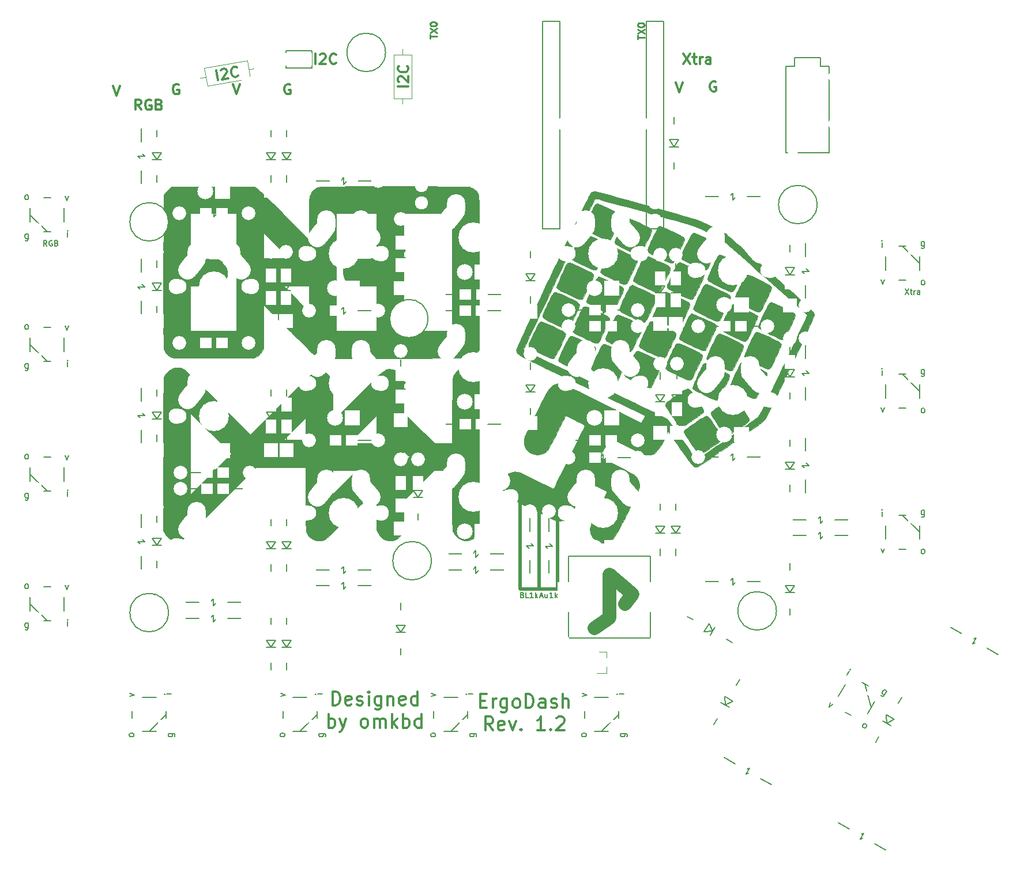
<source format=gto>
G04 #@! TF.GenerationSoftware,KiCad,Pcbnew,(5.0.0)*
G04 #@! TF.CreationDate,2018-11-09T01:29:58+09:00*
G04 #@! TF.ProjectId,ergodash,6572676F646173682E6B696361645F70,2.0*
G04 #@! TF.SameCoordinates,Original*
G04 #@! TF.FileFunction,Legend,Top*
G04 #@! TF.FilePolarity,Positive*
%FSLAX46Y46*%
G04 Gerber Fmt 4.6, Leading zero omitted, Abs format (unit mm)*
G04 Created by KiCad (PCBNEW (5.0.0)) date 11/09/18 01:29:58*
%MOMM*%
%LPD*%
G01*
G04 APERTURE LIST*
%ADD10C,0.200000*%
%ADD11C,0.500000*%
%ADD12C,0.300000*%
%ADD13C,2.000000*%
%ADD14C,0.250000*%
%ADD15C,0.010000*%
%ADD16C,0.150000*%
%ADD17C,0.120000*%
%ADD18R,1.600000X1.800000*%
%ADD19C,2.000000*%
%ADD20O,2.000000X2.000000*%
%ADD21C,1.600000*%
%ADD22C,0.100000*%
%ADD23R,1.800000X1.600000*%
%ADD24C,1.610000*%
%ADD25O,1.700000X2.600000*%
%ADD26C,4.400000*%
%ADD27C,2.300000*%
%ADD28C,2.800000*%
%ADD29C,2.800000*%
%ADD30O,2.700000X3.737000*%
%ADD31C,2.100000*%
%ADD32C,4.387800*%
%ADD33C,3.448000*%
%ADD34C,2.700000*%
%ADD35C,2.700000*%
%ADD36R,2.800000X4.400000*%
%ADD37C,2.200000*%
%ADD38C,1.924000*%
%ADD39C,5.400000*%
%ADD40R,1.924000X1.924000*%
%ADD41C,2.305000*%
%ADD42R,2.305000X2.305000*%
%ADD43R,1.300000X1.200000*%
%ADD44R,1.600000X2.000000*%
%ADD45R,2.000000X2.000000*%
%ADD46R,1.800000X2.200000*%
%ADD47R,2.200000X1.800000*%
%ADD48C,1.800000*%
G04 APERTURE END LIST*
D10*
X151301571Y-122370857D02*
X151415857Y-122408952D01*
X151453952Y-122447047D01*
X151492047Y-122523238D01*
X151492047Y-122637523D01*
X151453952Y-122713714D01*
X151415857Y-122751809D01*
X151339666Y-122789904D01*
X151034904Y-122789904D01*
X151034904Y-121989904D01*
X151301571Y-121989904D01*
X151377761Y-122028000D01*
X151415857Y-122066095D01*
X151453952Y-122142285D01*
X151453952Y-122218476D01*
X151415857Y-122294666D01*
X151377761Y-122332761D01*
X151301571Y-122370857D01*
X151034904Y-122370857D01*
X152215857Y-122789904D02*
X151834904Y-122789904D01*
X151834904Y-121989904D01*
X152901571Y-122789904D02*
X152444428Y-122789904D01*
X152673000Y-122789904D02*
X152673000Y-121989904D01*
X152596809Y-122104190D01*
X152520619Y-122180380D01*
X152444428Y-122218476D01*
X153244428Y-122789904D02*
X153244428Y-121989904D01*
X153320619Y-122485142D02*
X153549190Y-122789904D01*
X153549190Y-122256571D02*
X153244428Y-122561333D01*
D11*
X151003000Y-121539000D02*
X151003000Y-108585000D01*
D12*
X106657976Y-46749449D02*
X106397504Y-45272238D01*
X107055402Y-45301294D02*
X107113342Y-45218547D01*
X107241625Y-45123397D01*
X107593342Y-45061379D01*
X107746432Y-45106916D01*
X107829179Y-45164856D01*
X107924329Y-45293139D01*
X107949136Y-45433826D01*
X107916003Y-45657260D01*
X107220724Y-46650222D01*
X108135188Y-46488977D01*
X109587593Y-46087818D02*
X109529653Y-46170565D01*
X109331026Y-46278119D01*
X109190339Y-46302926D01*
X108966905Y-46269792D01*
X108801412Y-46153913D01*
X108706261Y-46025629D01*
X108586304Y-45756659D01*
X108549094Y-45545629D01*
X108569824Y-45251852D01*
X108615360Y-45098761D01*
X108731240Y-44933268D01*
X108929867Y-44825714D01*
X109070554Y-44800907D01*
X109293987Y-44834040D01*
X109376734Y-44891980D01*
X134568755Y-47672202D02*
X133068755Y-47672202D01*
X133211612Y-47029345D02*
X133140184Y-46957917D01*
X133068755Y-46815059D01*
X133068755Y-46457917D01*
X133140184Y-46315059D01*
X133211612Y-46243631D01*
X133354469Y-46172202D01*
X133497326Y-46172202D01*
X133711612Y-46243631D01*
X134568755Y-47100774D01*
X134568755Y-46172202D01*
X134425898Y-44672202D02*
X134497326Y-44743631D01*
X134568755Y-44957917D01*
X134568755Y-45100774D01*
X134497326Y-45315059D01*
X134354469Y-45457917D01*
X134211612Y-45529345D01*
X133925898Y-45600774D01*
X133711612Y-45600774D01*
X133425898Y-45529345D01*
X133283041Y-45457917D01*
X133140184Y-45315059D01*
X133068755Y-45100774D01*
X133068755Y-44957917D01*
X133140184Y-44743631D01*
X133211612Y-44672202D01*
X120963714Y-44366571D02*
X120963714Y-42866571D01*
X121606571Y-43009428D02*
X121678000Y-42938000D01*
X121820857Y-42866571D01*
X122178000Y-42866571D01*
X122320857Y-42938000D01*
X122392285Y-43009428D01*
X122463714Y-43152285D01*
X122463714Y-43295142D01*
X122392285Y-43509428D01*
X121535142Y-44366571D01*
X122463714Y-44366571D01*
X123963714Y-44223714D02*
X123892285Y-44295142D01*
X123678000Y-44366571D01*
X123535142Y-44366571D01*
X123320857Y-44295142D01*
X123178000Y-44152285D01*
X123106571Y-44009428D01*
X123035142Y-43723714D01*
X123035142Y-43509428D01*
X123106571Y-43223714D01*
X123178000Y-43080857D01*
X123320857Y-42938000D01*
X123535142Y-42866571D01*
X123678000Y-42866571D01*
X123892285Y-42938000D01*
X123963714Y-43009428D01*
D11*
X156464000Y-108585000D02*
X156464000Y-121539000D01*
X153924000Y-108585000D02*
X156464000Y-108585000D01*
X153797000Y-121539000D02*
X153797000Y-108585000D01*
X151003000Y-121539000D02*
X156464000Y-121539000D01*
D13*
X167513000Y-122301000D02*
X166370000Y-123698000D01*
X164084000Y-119380000D02*
X167513000Y-122301000D01*
X164084000Y-125730000D02*
X164084000Y-119380000D01*
X161925000Y-127254000D02*
X164084000Y-125730000D01*
D12*
X123428904Y-138573761D02*
X123428904Y-136573761D01*
X123905095Y-136573761D01*
X124190809Y-136669000D01*
X124381285Y-136859476D01*
X124476523Y-137049952D01*
X124571761Y-137430904D01*
X124571761Y-137716619D01*
X124476523Y-138097571D01*
X124381285Y-138288047D01*
X124190809Y-138478523D01*
X123905095Y-138573761D01*
X123428904Y-138573761D01*
X126190809Y-138478523D02*
X126000333Y-138573761D01*
X125619380Y-138573761D01*
X125428904Y-138478523D01*
X125333666Y-138288047D01*
X125333666Y-137526142D01*
X125428904Y-137335666D01*
X125619380Y-137240428D01*
X126000333Y-137240428D01*
X126190809Y-137335666D01*
X126286047Y-137526142D01*
X126286047Y-137716619D01*
X125333666Y-137907095D01*
X127047952Y-138478523D02*
X127238428Y-138573761D01*
X127619380Y-138573761D01*
X127809857Y-138478523D01*
X127905095Y-138288047D01*
X127905095Y-138192809D01*
X127809857Y-138002333D01*
X127619380Y-137907095D01*
X127333666Y-137907095D01*
X127143190Y-137811857D01*
X127047952Y-137621380D01*
X127047952Y-137526142D01*
X127143190Y-137335666D01*
X127333666Y-137240428D01*
X127619380Y-137240428D01*
X127809857Y-137335666D01*
X128762238Y-138573761D02*
X128762238Y-137240428D01*
X128762238Y-136573761D02*
X128667000Y-136669000D01*
X128762238Y-136764238D01*
X128857476Y-136669000D01*
X128762238Y-136573761D01*
X128762238Y-136764238D01*
X130571761Y-137240428D02*
X130571761Y-138859476D01*
X130476523Y-139049952D01*
X130381285Y-139145190D01*
X130190809Y-139240428D01*
X129905095Y-139240428D01*
X129714619Y-139145190D01*
X130571761Y-138478523D02*
X130381285Y-138573761D01*
X130000333Y-138573761D01*
X129809857Y-138478523D01*
X129714619Y-138383285D01*
X129619380Y-138192809D01*
X129619380Y-137621380D01*
X129714619Y-137430904D01*
X129809857Y-137335666D01*
X130000333Y-137240428D01*
X130381285Y-137240428D01*
X130571761Y-137335666D01*
X131524142Y-137240428D02*
X131524142Y-138573761D01*
X131524142Y-137430904D02*
X131619380Y-137335666D01*
X131809857Y-137240428D01*
X132095571Y-137240428D01*
X132286047Y-137335666D01*
X132381285Y-137526142D01*
X132381285Y-138573761D01*
X134095571Y-138478523D02*
X133905095Y-138573761D01*
X133524142Y-138573761D01*
X133333666Y-138478523D01*
X133238428Y-138288047D01*
X133238428Y-137526142D01*
X133333666Y-137335666D01*
X133524142Y-137240428D01*
X133905095Y-137240428D01*
X134095571Y-137335666D01*
X134190809Y-137526142D01*
X134190809Y-137716619D01*
X133238428Y-137907095D01*
X135905095Y-138573761D02*
X135905095Y-136573761D01*
X135905095Y-138478523D02*
X135714619Y-138573761D01*
X135333666Y-138573761D01*
X135143190Y-138478523D01*
X135047952Y-138383285D01*
X134952714Y-138192809D01*
X134952714Y-137621380D01*
X135047952Y-137430904D01*
X135143190Y-137335666D01*
X135333666Y-137240428D01*
X135714619Y-137240428D01*
X135905095Y-137335666D01*
X122857476Y-141873761D02*
X122857476Y-139873761D01*
X122857476Y-140635666D02*
X123047952Y-140540428D01*
X123428904Y-140540428D01*
X123619380Y-140635666D01*
X123714619Y-140730904D01*
X123809857Y-140921380D01*
X123809857Y-141492809D01*
X123714619Y-141683285D01*
X123619380Y-141778523D01*
X123428904Y-141873761D01*
X123047952Y-141873761D01*
X122857476Y-141778523D01*
X124476523Y-140540428D02*
X124952714Y-141873761D01*
X125428904Y-140540428D02*
X124952714Y-141873761D01*
X124762238Y-142349952D01*
X124667000Y-142445190D01*
X124476523Y-142540428D01*
X128000333Y-141873761D02*
X127809857Y-141778523D01*
X127714619Y-141683285D01*
X127619380Y-141492809D01*
X127619380Y-140921380D01*
X127714619Y-140730904D01*
X127809857Y-140635666D01*
X128000333Y-140540428D01*
X128286047Y-140540428D01*
X128476523Y-140635666D01*
X128571761Y-140730904D01*
X128667000Y-140921380D01*
X128667000Y-141492809D01*
X128571761Y-141683285D01*
X128476523Y-141778523D01*
X128286047Y-141873761D01*
X128000333Y-141873761D01*
X129524142Y-141873761D02*
X129524142Y-140540428D01*
X129524142Y-140730904D02*
X129619380Y-140635666D01*
X129809857Y-140540428D01*
X130095571Y-140540428D01*
X130286047Y-140635666D01*
X130381285Y-140826142D01*
X130381285Y-141873761D01*
X130381285Y-140826142D02*
X130476523Y-140635666D01*
X130667000Y-140540428D01*
X130952714Y-140540428D01*
X131143190Y-140635666D01*
X131238428Y-140826142D01*
X131238428Y-141873761D01*
X132190809Y-141873761D02*
X132190809Y-139873761D01*
X132381285Y-141111857D02*
X132952714Y-141873761D01*
X132952714Y-140540428D02*
X132190809Y-141302333D01*
X133809857Y-141873761D02*
X133809857Y-139873761D01*
X133809857Y-140635666D02*
X134000333Y-140540428D01*
X134381285Y-140540428D01*
X134571761Y-140635666D01*
X134667000Y-140730904D01*
X134762238Y-140921380D01*
X134762238Y-141492809D01*
X134667000Y-141683285D01*
X134571761Y-141778523D01*
X134381285Y-141873761D01*
X134000333Y-141873761D01*
X133809857Y-141778523D01*
X136476523Y-141873761D02*
X136476523Y-139873761D01*
X136476523Y-141778523D02*
X136286047Y-141873761D01*
X135905095Y-141873761D01*
X135714619Y-141778523D01*
X135619380Y-141683285D01*
X135524142Y-141492809D01*
X135524142Y-140921380D01*
X135619380Y-140730904D01*
X135714619Y-140635666D01*
X135905095Y-140540428D01*
X136286047Y-140540428D01*
X136476523Y-140635666D01*
D10*
X153936857Y-122561333D02*
X154317809Y-122561333D01*
X153860666Y-122789904D02*
X154127333Y-121989904D01*
X154394000Y-122789904D01*
X155003523Y-122256571D02*
X155003523Y-122789904D01*
X154660666Y-122256571D02*
X154660666Y-122675619D01*
X154698761Y-122751809D01*
X154774952Y-122789904D01*
X154889238Y-122789904D01*
X154965428Y-122751809D01*
X155003523Y-122713714D01*
X155803523Y-122789904D02*
X155346380Y-122789904D01*
X155574952Y-122789904D02*
X155574952Y-121989904D01*
X155498761Y-122104190D01*
X155422571Y-122180380D01*
X155346380Y-122218476D01*
X156146380Y-122789904D02*
X156146380Y-121989904D01*
X156222571Y-122485142D02*
X156451142Y-122789904D01*
X156451142Y-122256571D02*
X156146380Y-122561333D01*
X207556238Y-77412904D02*
X208089571Y-78212904D01*
X208089571Y-77412904D02*
X207556238Y-78212904D01*
X208280047Y-77679571D02*
X208584809Y-77679571D01*
X208394333Y-77412904D02*
X208394333Y-78098619D01*
X208432428Y-78174809D01*
X208508619Y-78212904D01*
X208584809Y-78212904D01*
X208851476Y-78212904D02*
X208851476Y-77679571D01*
X208851476Y-77831952D02*
X208889571Y-77755761D01*
X208927666Y-77717666D01*
X209003857Y-77679571D01*
X209080047Y-77679571D01*
X209689571Y-78212904D02*
X209689571Y-77793857D01*
X209651476Y-77717666D01*
X209575285Y-77679571D01*
X209422904Y-77679571D01*
X209346714Y-77717666D01*
X209689571Y-78174809D02*
X209613380Y-78212904D01*
X209422904Y-78212904D01*
X209346714Y-78174809D01*
X209308619Y-78098619D01*
X209308619Y-78022428D01*
X209346714Y-77946238D01*
X209422904Y-77908142D01*
X209613380Y-77908142D01*
X209689571Y-77870047D01*
X81489619Y-71100904D02*
X81222952Y-70719952D01*
X81032476Y-71100904D02*
X81032476Y-70300904D01*
X81337238Y-70300904D01*
X81413428Y-70339000D01*
X81451523Y-70377095D01*
X81489619Y-70453285D01*
X81489619Y-70567571D01*
X81451523Y-70643761D01*
X81413428Y-70681857D01*
X81337238Y-70719952D01*
X81032476Y-70719952D01*
X82251523Y-70339000D02*
X82175333Y-70300904D01*
X82061047Y-70300904D01*
X81946761Y-70339000D01*
X81870571Y-70415190D01*
X81832476Y-70491380D01*
X81794380Y-70643761D01*
X81794380Y-70758047D01*
X81832476Y-70910428D01*
X81870571Y-70986619D01*
X81946761Y-71062809D01*
X82061047Y-71100904D01*
X82137238Y-71100904D01*
X82251523Y-71062809D01*
X82289619Y-71024714D01*
X82289619Y-70758047D01*
X82137238Y-70758047D01*
X82899142Y-70681857D02*
X83013428Y-70719952D01*
X83051523Y-70758047D01*
X83089619Y-70834238D01*
X83089619Y-70948523D01*
X83051523Y-71024714D01*
X83013428Y-71062809D01*
X82937238Y-71100904D01*
X82632476Y-71100904D01*
X82632476Y-70300904D01*
X82899142Y-70300904D01*
X82975333Y-70339000D01*
X83013428Y-70377095D01*
X83051523Y-70453285D01*
X83051523Y-70529476D01*
X83013428Y-70605666D01*
X82975333Y-70643761D01*
X82899142Y-70681857D01*
X82632476Y-70681857D01*
D12*
X95357285Y-51097571D02*
X94857285Y-50383285D01*
X94500142Y-51097571D02*
X94500142Y-49597571D01*
X95071571Y-49597571D01*
X95214428Y-49669000D01*
X95285857Y-49740428D01*
X95357285Y-49883285D01*
X95357285Y-50097571D01*
X95285857Y-50240428D01*
X95214428Y-50311857D01*
X95071571Y-50383285D01*
X94500142Y-50383285D01*
X96785857Y-49669000D02*
X96643000Y-49597571D01*
X96428714Y-49597571D01*
X96214428Y-49669000D01*
X96071571Y-49811857D01*
X96000142Y-49954714D01*
X95928714Y-50240428D01*
X95928714Y-50454714D01*
X96000142Y-50740428D01*
X96071571Y-50883285D01*
X96214428Y-51026142D01*
X96428714Y-51097571D01*
X96571571Y-51097571D01*
X96785857Y-51026142D01*
X96857285Y-50954714D01*
X96857285Y-50454714D01*
X96571571Y-50454714D01*
X98000142Y-50311857D02*
X98214428Y-50383285D01*
X98285857Y-50454714D01*
X98357285Y-50597571D01*
X98357285Y-50811857D01*
X98285857Y-50954714D01*
X98214428Y-51026142D01*
X98071571Y-51097571D01*
X97500142Y-51097571D01*
X97500142Y-49597571D01*
X98000142Y-49597571D01*
X98143000Y-49669000D01*
X98214428Y-49740428D01*
X98285857Y-49883285D01*
X98285857Y-50026142D01*
X98214428Y-50169000D01*
X98143000Y-50240428D01*
X98000142Y-50311857D01*
X97500142Y-50311857D01*
X174966571Y-42866571D02*
X175966571Y-44366571D01*
X175966571Y-42866571D02*
X174966571Y-44366571D01*
X176323714Y-43366571D02*
X176895142Y-43366571D01*
X176538000Y-42866571D02*
X176538000Y-44152285D01*
X176609428Y-44295142D01*
X176752285Y-44366571D01*
X176895142Y-44366571D01*
X177395142Y-44366571D02*
X177395142Y-43366571D01*
X177395142Y-43652285D02*
X177466571Y-43509428D01*
X177538000Y-43438000D01*
X177680857Y-43366571D01*
X177823714Y-43366571D01*
X178966571Y-44366571D02*
X178966571Y-43580857D01*
X178895142Y-43438000D01*
X178752285Y-43366571D01*
X178466571Y-43366571D01*
X178323714Y-43438000D01*
X178966571Y-44295142D02*
X178823714Y-44366571D01*
X178466571Y-44366571D01*
X178323714Y-44295142D01*
X178252285Y-44152285D01*
X178252285Y-44009428D01*
X178323714Y-43866571D01*
X178466571Y-43795142D01*
X178823714Y-43795142D01*
X178966571Y-43723714D01*
X179716857Y-47002000D02*
X179574000Y-46930571D01*
X179359714Y-46930571D01*
X179145428Y-47002000D01*
X179002571Y-47144857D01*
X178931142Y-47287714D01*
X178859714Y-47573428D01*
X178859714Y-47787714D01*
X178931142Y-48073428D01*
X179002571Y-48216285D01*
X179145428Y-48359142D01*
X179359714Y-48430571D01*
X179502571Y-48430571D01*
X179716857Y-48359142D01*
X179788285Y-48287714D01*
X179788285Y-47787714D01*
X179502571Y-47787714D01*
X173871000Y-47057571D02*
X174371000Y-48557571D01*
X174871000Y-47057571D01*
X100849857Y-47383000D02*
X100707000Y-47311571D01*
X100492714Y-47311571D01*
X100278428Y-47383000D01*
X100135571Y-47525857D01*
X100064142Y-47668714D01*
X99992714Y-47954428D01*
X99992714Y-48168714D01*
X100064142Y-48454428D01*
X100135571Y-48597285D01*
X100278428Y-48740142D01*
X100492714Y-48811571D01*
X100635571Y-48811571D01*
X100849857Y-48740142D01*
X100921285Y-48668714D01*
X100921285Y-48168714D01*
X100635571Y-48168714D01*
X92194000Y-47565571D02*
X91694000Y-49065571D01*
X91194000Y-47565571D01*
D14*
X168235380Y-40735095D02*
X168235380Y-40163666D01*
X169235380Y-40449380D02*
X168235380Y-40449380D01*
X168235380Y-39925571D02*
X169235380Y-39258904D01*
X168235380Y-39258904D02*
X169235380Y-39925571D01*
X168235380Y-38687476D02*
X168235380Y-38592238D01*
X168283000Y-38497000D01*
X168330619Y-38449380D01*
X168425857Y-38401761D01*
X168616333Y-38354142D01*
X168854428Y-38354142D01*
X169044904Y-38401761D01*
X169140142Y-38449380D01*
X169187761Y-38497000D01*
X169235380Y-38592238D01*
X169235380Y-38687476D01*
X169187761Y-38782714D01*
X169140142Y-38830333D01*
X169044904Y-38877952D01*
X168854428Y-38925571D01*
X168616333Y-38925571D01*
X168425857Y-38877952D01*
X168330619Y-38830333D01*
X168283000Y-38782714D01*
X168235380Y-38687476D01*
X137755380Y-40608095D02*
X137755380Y-40036666D01*
X138755380Y-40322380D02*
X137755380Y-40322380D01*
X137755380Y-39798571D02*
X138755380Y-39131904D01*
X137755380Y-39131904D02*
X138755380Y-39798571D01*
X137755380Y-38560476D02*
X137755380Y-38465238D01*
X137803000Y-38370000D01*
X137850619Y-38322380D01*
X137945857Y-38274761D01*
X138136333Y-38227142D01*
X138374428Y-38227142D01*
X138564904Y-38274761D01*
X138660142Y-38322380D01*
X138707761Y-38370000D01*
X138755380Y-38465238D01*
X138755380Y-38560476D01*
X138707761Y-38655714D01*
X138660142Y-38703333D01*
X138564904Y-38750952D01*
X138374428Y-38798571D01*
X138136333Y-38798571D01*
X137945857Y-38750952D01*
X137850619Y-38703333D01*
X137803000Y-38655714D01*
X137755380Y-38560476D01*
D12*
X117232857Y-47383000D02*
X117090000Y-47311571D01*
X116875714Y-47311571D01*
X116661428Y-47383000D01*
X116518571Y-47525857D01*
X116447142Y-47668714D01*
X116375714Y-47954428D01*
X116375714Y-48168714D01*
X116447142Y-48454428D01*
X116518571Y-48597285D01*
X116661428Y-48740142D01*
X116875714Y-48811571D01*
X117018571Y-48811571D01*
X117232857Y-48740142D01*
X117304285Y-48668714D01*
X117304285Y-48168714D01*
X117018571Y-48168714D01*
X108847000Y-47311571D02*
X109347000Y-48811571D01*
X109847000Y-47311571D01*
X145161809Y-137907142D02*
X145828476Y-137907142D01*
X146114190Y-138954761D02*
X145161809Y-138954761D01*
X145161809Y-136954761D01*
X146114190Y-136954761D01*
X146971333Y-138954761D02*
X146971333Y-137621428D01*
X146971333Y-138002380D02*
X147066571Y-137811904D01*
X147161809Y-137716666D01*
X147352285Y-137621428D01*
X147542761Y-137621428D01*
X149066571Y-137621428D02*
X149066571Y-139240476D01*
X148971333Y-139430952D01*
X148876095Y-139526190D01*
X148685619Y-139621428D01*
X148399904Y-139621428D01*
X148209428Y-139526190D01*
X149066571Y-138859523D02*
X148876095Y-138954761D01*
X148495142Y-138954761D01*
X148304666Y-138859523D01*
X148209428Y-138764285D01*
X148114190Y-138573809D01*
X148114190Y-138002380D01*
X148209428Y-137811904D01*
X148304666Y-137716666D01*
X148495142Y-137621428D01*
X148876095Y-137621428D01*
X149066571Y-137716666D01*
X150304666Y-138954761D02*
X150114190Y-138859523D01*
X150018952Y-138764285D01*
X149923714Y-138573809D01*
X149923714Y-138002380D01*
X150018952Y-137811904D01*
X150114190Y-137716666D01*
X150304666Y-137621428D01*
X150590380Y-137621428D01*
X150780857Y-137716666D01*
X150876095Y-137811904D01*
X150971333Y-138002380D01*
X150971333Y-138573809D01*
X150876095Y-138764285D01*
X150780857Y-138859523D01*
X150590380Y-138954761D01*
X150304666Y-138954761D01*
X151828476Y-138954761D02*
X151828476Y-136954761D01*
X152304666Y-136954761D01*
X152590380Y-137050000D01*
X152780857Y-137240476D01*
X152876095Y-137430952D01*
X152971333Y-137811904D01*
X152971333Y-138097619D01*
X152876095Y-138478571D01*
X152780857Y-138669047D01*
X152590380Y-138859523D01*
X152304666Y-138954761D01*
X151828476Y-138954761D01*
X154685619Y-138954761D02*
X154685619Y-137907142D01*
X154590380Y-137716666D01*
X154399904Y-137621428D01*
X154018952Y-137621428D01*
X153828476Y-137716666D01*
X154685619Y-138859523D02*
X154495142Y-138954761D01*
X154018952Y-138954761D01*
X153828476Y-138859523D01*
X153733238Y-138669047D01*
X153733238Y-138478571D01*
X153828476Y-138288095D01*
X154018952Y-138192857D01*
X154495142Y-138192857D01*
X154685619Y-138097619D01*
X155542761Y-138859523D02*
X155733238Y-138954761D01*
X156114190Y-138954761D01*
X156304666Y-138859523D01*
X156399904Y-138669047D01*
X156399904Y-138573809D01*
X156304666Y-138383333D01*
X156114190Y-138288095D01*
X155828476Y-138288095D01*
X155638000Y-138192857D01*
X155542761Y-138002380D01*
X155542761Y-137907142D01*
X155638000Y-137716666D01*
X155828476Y-137621428D01*
X156114190Y-137621428D01*
X156304666Y-137716666D01*
X157257047Y-138954761D02*
X157257047Y-136954761D01*
X158114190Y-138954761D02*
X158114190Y-137907142D01*
X158018952Y-137716666D01*
X157828476Y-137621428D01*
X157542761Y-137621428D01*
X157352285Y-137716666D01*
X157257047Y-137811904D01*
X147018952Y-142254761D02*
X146352285Y-141302380D01*
X145876095Y-142254761D02*
X145876095Y-140254761D01*
X146638000Y-140254761D01*
X146828476Y-140350000D01*
X146923714Y-140445238D01*
X147018952Y-140635714D01*
X147018952Y-140921428D01*
X146923714Y-141111904D01*
X146828476Y-141207142D01*
X146638000Y-141302380D01*
X145876095Y-141302380D01*
X148638000Y-142159523D02*
X148447523Y-142254761D01*
X148066571Y-142254761D01*
X147876095Y-142159523D01*
X147780857Y-141969047D01*
X147780857Y-141207142D01*
X147876095Y-141016666D01*
X148066571Y-140921428D01*
X148447523Y-140921428D01*
X148638000Y-141016666D01*
X148733238Y-141207142D01*
X148733238Y-141397619D01*
X147780857Y-141588095D01*
X149399904Y-140921428D02*
X149876095Y-142254761D01*
X150352285Y-140921428D01*
X151114190Y-142064285D02*
X151209428Y-142159523D01*
X151114190Y-142254761D01*
X151018952Y-142159523D01*
X151114190Y-142064285D01*
X151114190Y-142254761D01*
X154638000Y-142254761D02*
X153495142Y-142254761D01*
X154066571Y-142254761D02*
X154066571Y-140254761D01*
X153876095Y-140540476D01*
X153685619Y-140730952D01*
X153495142Y-140826190D01*
X155495142Y-142064285D02*
X155590380Y-142159523D01*
X155495142Y-142254761D01*
X155399904Y-142159523D01*
X155495142Y-142064285D01*
X155495142Y-142254761D01*
X156352285Y-140445238D02*
X156447523Y-140350000D01*
X156638000Y-140254761D01*
X157114190Y-140254761D01*
X157304666Y-140350000D01*
X157399904Y-140445238D01*
X157495142Y-140635714D01*
X157495142Y-140826190D01*
X157399904Y-141111904D01*
X156257047Y-142254761D01*
X157495142Y-142254761D01*
D15*
G04 #@! TO.C,G\002A\002A\002A*
G36*
X162499945Y-64933805D02*
X162768925Y-65034992D01*
X163129677Y-65186720D01*
X163552994Y-65375145D01*
X164009673Y-65586426D01*
X164470507Y-65806720D01*
X164906291Y-66022184D01*
X165287820Y-66218977D01*
X165585889Y-66383256D01*
X165771292Y-66501179D01*
X165811096Y-66536520D01*
X165860444Y-66619844D01*
X165877255Y-66728131D01*
X165854816Y-66879804D01*
X165786418Y-67093291D01*
X165665351Y-67387018D01*
X165484902Y-67779410D01*
X165238363Y-68288893D01*
X164989782Y-68791666D01*
X164735005Y-69301652D01*
X164541139Y-69679479D01*
X164394920Y-69945214D01*
X164283088Y-70118923D01*
X164192380Y-70220671D01*
X164109534Y-70270526D01*
X164021289Y-70288553D01*
X163999333Y-70290274D01*
X163811296Y-70257118D01*
X163483243Y-70141306D01*
X163013266Y-69942066D01*
X162399458Y-69658626D01*
X162179000Y-69553217D01*
X161555817Y-69246746D01*
X161081926Y-68998704D01*
X160749414Y-68804585D01*
X160550371Y-68659881D01*
X160488962Y-68590431D01*
X160451274Y-68512645D01*
X160437588Y-68423763D01*
X160455574Y-68301849D01*
X160512904Y-68124965D01*
X160617246Y-67871176D01*
X160776272Y-67518542D01*
X160997651Y-67045129D01*
X161119353Y-66787488D01*
X161352507Y-66299885D01*
X161568523Y-65857977D01*
X161754591Y-65487194D01*
X161897902Y-65212968D01*
X161985645Y-65060728D01*
X161997013Y-65045166D01*
X162172158Y-64932625D01*
X162351942Y-64896999D01*
X162499945Y-64933805D01*
X162499945Y-64933805D01*
G37*
X162499945Y-64933805D02*
X162768925Y-65034992D01*
X163129677Y-65186720D01*
X163552994Y-65375145D01*
X164009673Y-65586426D01*
X164470507Y-65806720D01*
X164906291Y-66022184D01*
X165287820Y-66218977D01*
X165585889Y-66383256D01*
X165771292Y-66501179D01*
X165811096Y-66536520D01*
X165860444Y-66619844D01*
X165877255Y-66728131D01*
X165854816Y-66879804D01*
X165786418Y-67093291D01*
X165665351Y-67387018D01*
X165484902Y-67779410D01*
X165238363Y-68288893D01*
X164989782Y-68791666D01*
X164735005Y-69301652D01*
X164541139Y-69679479D01*
X164394920Y-69945214D01*
X164283088Y-70118923D01*
X164192380Y-70220671D01*
X164109534Y-70270526D01*
X164021289Y-70288553D01*
X163999333Y-70290274D01*
X163811296Y-70257118D01*
X163483243Y-70141306D01*
X163013266Y-69942066D01*
X162399458Y-69658626D01*
X162179000Y-69553217D01*
X161555817Y-69246746D01*
X161081926Y-68998704D01*
X160749414Y-68804585D01*
X160550371Y-68659881D01*
X160488962Y-68590431D01*
X160451274Y-68512645D01*
X160437588Y-68423763D01*
X160455574Y-68301849D01*
X160512904Y-68124965D01*
X160617246Y-67871176D01*
X160776272Y-67518542D01*
X160997651Y-67045129D01*
X161119353Y-66787488D01*
X161352507Y-66299885D01*
X161568523Y-65857977D01*
X161754591Y-65487194D01*
X161897902Y-65212968D01*
X161985645Y-65060728D01*
X161997013Y-65045166D01*
X162172158Y-64932625D01*
X162351942Y-64896999D01*
X162499945Y-64933805D01*
G36*
X166747013Y-66992488D02*
X167018429Y-67071319D01*
X167381808Y-67206509D01*
X167809293Y-67384814D01*
X168273025Y-67592987D01*
X168745146Y-67817785D01*
X169197797Y-68045961D01*
X169603120Y-68264270D01*
X169933256Y-68459466D01*
X170160347Y-68618306D01*
X170255213Y-68723317D01*
X170270011Y-68818046D01*
X170251197Y-68952678D01*
X170191055Y-69147617D01*
X170081870Y-69423268D01*
X169915925Y-69800033D01*
X169685506Y-70298317D01*
X169553982Y-70577667D01*
X169271745Y-71168679D01*
X169046735Y-71622013D01*
X168867857Y-71954928D01*
X168724014Y-72184682D01*
X168604110Y-72328534D01*
X168497049Y-72403744D01*
X168391734Y-72427570D01*
X168364651Y-72427530D01*
X168251831Y-72391016D01*
X168010870Y-72291612D01*
X167666099Y-72140090D01*
X167241850Y-71947221D01*
X166762453Y-71723775D01*
X166581666Y-71638214D01*
X166009412Y-71363117D01*
X165574751Y-71145881D01*
X165260165Y-70976438D01*
X165048139Y-70844716D01*
X164921154Y-70740647D01*
X164861694Y-70654159D01*
X164859497Y-70648184D01*
X164870211Y-70497391D01*
X164949983Y-70226533D01*
X165085620Y-69863467D01*
X165263927Y-69436050D01*
X165471709Y-68972138D01*
X165695772Y-68499588D01*
X165922921Y-68046256D01*
X166139962Y-67640000D01*
X166333700Y-67308675D01*
X166490941Y-67080138D01*
X166595420Y-66983263D01*
X166747013Y-66992488D01*
X166747013Y-66992488D01*
G37*
X166747013Y-66992488D02*
X167018429Y-67071319D01*
X167381808Y-67206509D01*
X167809293Y-67384814D01*
X168273025Y-67592987D01*
X168745146Y-67817785D01*
X169197797Y-68045961D01*
X169603120Y-68264270D01*
X169933256Y-68459466D01*
X170160347Y-68618306D01*
X170255213Y-68723317D01*
X170270011Y-68818046D01*
X170251197Y-68952678D01*
X170191055Y-69147617D01*
X170081870Y-69423268D01*
X169915925Y-69800033D01*
X169685506Y-70298317D01*
X169553982Y-70577667D01*
X169271745Y-71168679D01*
X169046735Y-71622013D01*
X168867857Y-71954928D01*
X168724014Y-72184682D01*
X168604110Y-72328534D01*
X168497049Y-72403744D01*
X168391734Y-72427570D01*
X168364651Y-72427530D01*
X168251831Y-72391016D01*
X168010870Y-72291612D01*
X167666099Y-72140090D01*
X167241850Y-71947221D01*
X166762453Y-71723775D01*
X166581666Y-71638214D01*
X166009412Y-71363117D01*
X165574751Y-71145881D01*
X165260165Y-70976438D01*
X165048139Y-70844716D01*
X164921154Y-70740647D01*
X164861694Y-70654159D01*
X164859497Y-70648184D01*
X164870211Y-70497391D01*
X164949983Y-70226533D01*
X165085620Y-69863467D01*
X165263927Y-69436050D01*
X165471709Y-68972138D01*
X165695772Y-68499588D01*
X165922921Y-68046256D01*
X166139962Y-67640000D01*
X166333700Y-67308675D01*
X166490941Y-67080138D01*
X166595420Y-66983263D01*
X166747013Y-66992488D01*
G36*
X171670230Y-68234196D02*
X171931743Y-68332453D01*
X172293088Y-68482775D01*
X172728040Y-68674162D01*
X173210376Y-68895619D01*
X173329138Y-68951484D01*
X173932533Y-69241886D01*
X174392261Y-69475643D01*
X174721418Y-69660135D01*
X174933103Y-69802737D01*
X175040411Y-69910828D01*
X175044643Y-69917794D01*
X175083399Y-69999234D01*
X175097328Y-70090472D01*
X175078551Y-70214415D01*
X175019188Y-70393966D01*
X174911358Y-70652032D01*
X174747183Y-71011517D01*
X174518780Y-71495325D01*
X174457898Y-71623312D01*
X174169707Y-72227009D01*
X173942818Y-72694789D01*
X173766391Y-73043930D01*
X173629587Y-73291714D01*
X173521566Y-73455420D01*
X173431488Y-73552327D01*
X173348514Y-73599715D01*
X173261805Y-73614864D01*
X173208077Y-73615711D01*
X173062131Y-73579630D01*
X172791300Y-73480118D01*
X172422685Y-73328408D01*
X171983384Y-73135734D01*
X171500497Y-72913329D01*
X171407902Y-72869514D01*
X170821890Y-72586228D01*
X170376841Y-72359352D01*
X170057423Y-72180139D01*
X169848303Y-72039840D01*
X169734150Y-71929707D01*
X169718479Y-71905553D01*
X169680548Y-71824585D01*
X169666170Y-71734814D01*
X169683114Y-71614094D01*
X169739146Y-71440277D01*
X169842035Y-71191216D01*
X169999548Y-70844764D01*
X170219453Y-70378775D01*
X170349977Y-70105033D01*
X170631705Y-69516687D01*
X170852066Y-69063753D01*
X171022054Y-68728547D01*
X171152660Y-68493383D01*
X171254877Y-68340580D01*
X171339698Y-68252452D01*
X171418113Y-68211316D01*
X171501117Y-68199488D01*
X171534772Y-68198999D01*
X171670230Y-68234196D01*
X171670230Y-68234196D01*
G37*
X171670230Y-68234196D02*
X171931743Y-68332453D01*
X172293088Y-68482775D01*
X172728040Y-68674162D01*
X173210376Y-68895619D01*
X173329138Y-68951484D01*
X173932533Y-69241886D01*
X174392261Y-69475643D01*
X174721418Y-69660135D01*
X174933103Y-69802737D01*
X175040411Y-69910828D01*
X175044643Y-69917794D01*
X175083399Y-69999234D01*
X175097328Y-70090472D01*
X175078551Y-70214415D01*
X175019188Y-70393966D01*
X174911358Y-70652032D01*
X174747183Y-71011517D01*
X174518780Y-71495325D01*
X174457898Y-71623312D01*
X174169707Y-72227009D01*
X173942818Y-72694789D01*
X173766391Y-73043930D01*
X173629587Y-73291714D01*
X173521566Y-73455420D01*
X173431488Y-73552327D01*
X173348514Y-73599715D01*
X173261805Y-73614864D01*
X173208077Y-73615711D01*
X173062131Y-73579630D01*
X172791300Y-73480118D01*
X172422685Y-73328408D01*
X171983384Y-73135734D01*
X171500497Y-72913329D01*
X171407902Y-72869514D01*
X170821890Y-72586228D01*
X170376841Y-72359352D01*
X170057423Y-72180139D01*
X169848303Y-72039840D01*
X169734150Y-71929707D01*
X169718479Y-71905553D01*
X169680548Y-71824585D01*
X169666170Y-71734814D01*
X169683114Y-71614094D01*
X169739146Y-71440277D01*
X169842035Y-71191216D01*
X169999548Y-70844764D01*
X170219453Y-70378775D01*
X170349977Y-70105033D01*
X170631705Y-69516687D01*
X170852066Y-69063753D01*
X171022054Y-68728547D01*
X171152660Y-68493383D01*
X171254877Y-68340580D01*
X171339698Y-68252452D01*
X171418113Y-68211316D01*
X171501117Y-68199488D01*
X171534772Y-68198999D01*
X171670230Y-68234196D01*
G36*
X176589851Y-69188707D02*
X176751839Y-69245784D01*
X176986907Y-69345032D01*
X177314370Y-69493417D01*
X177753546Y-69697906D01*
X178323752Y-69965466D01*
X178435000Y-70017673D01*
X178979605Y-70276496D01*
X179387791Y-70480367D01*
X179678432Y-70641846D01*
X179870403Y-70773490D01*
X179982579Y-70887858D01*
X180033835Y-70997507D01*
X180043666Y-71087986D01*
X180008151Y-71208665D01*
X179910494Y-71452495D01*
X179764027Y-71791044D01*
X179582082Y-72195879D01*
X179377993Y-72638567D01*
X179165090Y-73090678D01*
X178956708Y-73523778D01*
X178766177Y-73909435D01*
X178606830Y-74219218D01*
X178492000Y-74424693D01*
X178450517Y-74485500D01*
X178274417Y-74605374D01*
X178146711Y-74633307D01*
X178019914Y-74597844D01*
X177766183Y-74498913D01*
X177410734Y-74347368D01*
X176978784Y-74154064D01*
X176495550Y-73929853D01*
X176329774Y-73851240D01*
X175748732Y-73570470D01*
X175306944Y-73347581D01*
X174988214Y-73173305D01*
X174776345Y-73038377D01*
X174655143Y-72933528D01*
X174614211Y-72869623D01*
X174600032Y-72776738D01*
X174621253Y-72639287D01*
X174685432Y-72437417D01*
X174800127Y-72151276D01*
X174972896Y-71761012D01*
X175211300Y-71246774D01*
X175319625Y-71016948D01*
X175592676Y-70452202D01*
X175835596Y-69974993D01*
X176039009Y-69602526D01*
X176193541Y-69352010D01*
X176286340Y-69242772D01*
X176349185Y-69200833D01*
X176407840Y-69173198D01*
X176481623Y-69166833D01*
X176589851Y-69188707D01*
X176589851Y-69188707D01*
G37*
X176589851Y-69188707D02*
X176751839Y-69245784D01*
X176986907Y-69345032D01*
X177314370Y-69493417D01*
X177753546Y-69697906D01*
X178323752Y-69965466D01*
X178435000Y-70017673D01*
X178979605Y-70276496D01*
X179387791Y-70480367D01*
X179678432Y-70641846D01*
X179870403Y-70773490D01*
X179982579Y-70887858D01*
X180033835Y-70997507D01*
X180043666Y-71087986D01*
X180008151Y-71208665D01*
X179910494Y-71452495D01*
X179764027Y-71791044D01*
X179582082Y-72195879D01*
X179377993Y-72638567D01*
X179165090Y-73090678D01*
X178956708Y-73523778D01*
X178766177Y-73909435D01*
X178606830Y-74219218D01*
X178492000Y-74424693D01*
X178450517Y-74485500D01*
X178274417Y-74605374D01*
X178146711Y-74633307D01*
X178019914Y-74597844D01*
X177766183Y-74498913D01*
X177410734Y-74347368D01*
X176978784Y-74154064D01*
X176495550Y-73929853D01*
X176329774Y-73851240D01*
X175748732Y-73570470D01*
X175306944Y-73347581D01*
X174988214Y-73173305D01*
X174776345Y-73038377D01*
X174655143Y-72933528D01*
X174614211Y-72869623D01*
X174600032Y-72776738D01*
X174621253Y-72639287D01*
X174685432Y-72437417D01*
X174800127Y-72151276D01*
X174972896Y-71761012D01*
X175211300Y-71246774D01*
X175319625Y-71016948D01*
X175592676Y-70452202D01*
X175835596Y-69974993D01*
X176039009Y-69602526D01*
X176193541Y-69352010D01*
X176286340Y-69242772D01*
X176349185Y-69200833D01*
X176407840Y-69173198D01*
X176481623Y-69166833D01*
X176589851Y-69188707D01*
G36*
X160406694Y-69250205D02*
X160658503Y-69346982D01*
X161004509Y-69492071D01*
X161415861Y-69672214D01*
X161863706Y-69874150D01*
X162319193Y-70084620D01*
X162753469Y-70290365D01*
X163137682Y-70478126D01*
X163442980Y-70634643D01*
X163640512Y-70746658D01*
X163692416Y-70784164D01*
X163785653Y-70952408D01*
X163807997Y-71091273D01*
X163773038Y-71215574D01*
X163677286Y-71463642D01*
X163533762Y-71806844D01*
X163355486Y-72216550D01*
X163155479Y-72664127D01*
X162946761Y-73120943D01*
X162742354Y-73558366D01*
X162555276Y-73947764D01*
X162398549Y-74260505D01*
X162285193Y-74467958D01*
X162245213Y-74527833D01*
X162150877Y-74599050D01*
X162010144Y-74621245D01*
X161804970Y-74588965D01*
X161517311Y-74496759D01*
X161129120Y-74339175D01*
X160622354Y-74110762D01*
X160189333Y-73906731D01*
X159609552Y-73628211D01*
X159166132Y-73408459D01*
X158841267Y-73236200D01*
X158617150Y-73100156D01*
X158475975Y-72989050D01*
X158399937Y-72891607D01*
X158371227Y-72796550D01*
X158369000Y-72753924D01*
X158404644Y-72628387D01*
X158502627Y-72380084D01*
X158649524Y-72037689D01*
X158831910Y-71629873D01*
X159036360Y-71185309D01*
X159249448Y-70732671D01*
X159457750Y-70300632D01*
X159647841Y-69917863D01*
X159806295Y-69613037D01*
X159919688Y-69414828D01*
X159956606Y-69363166D01*
X160141299Y-69243473D01*
X160277935Y-69215000D01*
X160406694Y-69250205D01*
X160406694Y-69250205D01*
G37*
X160406694Y-69250205D02*
X160658503Y-69346982D01*
X161004509Y-69492071D01*
X161415861Y-69672214D01*
X161863706Y-69874150D01*
X162319193Y-70084620D01*
X162753469Y-70290365D01*
X163137682Y-70478126D01*
X163442980Y-70634643D01*
X163640512Y-70746658D01*
X163692416Y-70784164D01*
X163785653Y-70952408D01*
X163807997Y-71091273D01*
X163773038Y-71215574D01*
X163677286Y-71463642D01*
X163533762Y-71806844D01*
X163355486Y-72216550D01*
X163155479Y-72664127D01*
X162946761Y-73120943D01*
X162742354Y-73558366D01*
X162555276Y-73947764D01*
X162398549Y-74260505D01*
X162285193Y-74467958D01*
X162245213Y-74527833D01*
X162150877Y-74599050D01*
X162010144Y-74621245D01*
X161804970Y-74588965D01*
X161517311Y-74496759D01*
X161129120Y-74339175D01*
X160622354Y-74110762D01*
X160189333Y-73906731D01*
X159609552Y-73628211D01*
X159166132Y-73408459D01*
X158841267Y-73236200D01*
X158617150Y-73100156D01*
X158475975Y-72989050D01*
X158399937Y-72891607D01*
X158371227Y-72796550D01*
X158369000Y-72753924D01*
X158404644Y-72628387D01*
X158502627Y-72380084D01*
X158649524Y-72037689D01*
X158831910Y-71629873D01*
X159036360Y-71185309D01*
X159249448Y-70732671D01*
X159457750Y-70300632D01*
X159647841Y-69917863D01*
X159806295Y-69613037D01*
X159919688Y-69414828D01*
X159956606Y-69363166D01*
X160141299Y-69243473D01*
X160277935Y-69215000D01*
X160406694Y-69250205D01*
G36*
X164759000Y-71318674D02*
X164944660Y-71374764D01*
X165208111Y-71478889D01*
X165569761Y-71638832D01*
X166050021Y-71862376D01*
X166404360Y-72030631D01*
X167023102Y-72330915D01*
X167497177Y-72573122D01*
X167838389Y-72763903D01*
X168058545Y-72909909D01*
X168169451Y-73017791D01*
X168176154Y-73028807D01*
X168209650Y-73107076D01*
X168218691Y-73200173D01*
X168195613Y-73329516D01*
X168132749Y-73516523D01*
X168022431Y-73782614D01*
X167856994Y-74149206D01*
X167628772Y-74637719D01*
X167510809Y-74887666D01*
X167273952Y-75380887D01*
X167053476Y-75825297D01*
X166861936Y-76196746D01*
X166711884Y-76471086D01*
X166615875Y-76624169D01*
X166597530Y-76644500D01*
X166401489Y-76731543D01*
X166290317Y-76744045D01*
X166163166Y-76706452D01*
X165910229Y-76605269D01*
X165557552Y-76451882D01*
X165131182Y-76257674D01*
X164657165Y-76034029D01*
X164571113Y-75992645D01*
X164000974Y-75716593D01*
X163565722Y-75501728D01*
X163247228Y-75336708D01*
X163027366Y-75210190D01*
X162888007Y-75110832D01*
X162811024Y-75027291D01*
X162778290Y-74948226D01*
X162771666Y-74866739D01*
X162806753Y-74742346D01*
X162904855Y-74490566D01*
X163055238Y-74136442D01*
X163247163Y-73705015D01*
X163469897Y-73221327D01*
X163551445Y-73047918D01*
X163826246Y-72473623D01*
X164043587Y-72037160D01*
X164213462Y-71721044D01*
X164345865Y-71507789D01*
X164450792Y-71379910D01*
X164538236Y-71319922D01*
X164539415Y-71319469D01*
X164630722Y-71302836D01*
X164759000Y-71318674D01*
X164759000Y-71318674D01*
G37*
X164759000Y-71318674D02*
X164944660Y-71374764D01*
X165208111Y-71478889D01*
X165569761Y-71638832D01*
X166050021Y-71862376D01*
X166404360Y-72030631D01*
X167023102Y-72330915D01*
X167497177Y-72573122D01*
X167838389Y-72763903D01*
X168058545Y-72909909D01*
X168169451Y-73017791D01*
X168176154Y-73028807D01*
X168209650Y-73107076D01*
X168218691Y-73200173D01*
X168195613Y-73329516D01*
X168132749Y-73516523D01*
X168022431Y-73782614D01*
X167856994Y-74149206D01*
X167628772Y-74637719D01*
X167510809Y-74887666D01*
X167273952Y-75380887D01*
X167053476Y-75825297D01*
X166861936Y-76196746D01*
X166711884Y-76471086D01*
X166615875Y-76624169D01*
X166597530Y-76644500D01*
X166401489Y-76731543D01*
X166290317Y-76744045D01*
X166163166Y-76706452D01*
X165910229Y-76605269D01*
X165557552Y-76451882D01*
X165131182Y-76257674D01*
X164657165Y-76034029D01*
X164571113Y-75992645D01*
X164000974Y-75716593D01*
X163565722Y-75501728D01*
X163247228Y-75336708D01*
X163027366Y-75210190D01*
X162888007Y-75110832D01*
X162811024Y-75027291D01*
X162778290Y-74948226D01*
X162771666Y-74866739D01*
X162806753Y-74742346D01*
X162904855Y-74490566D01*
X163055238Y-74136442D01*
X163247163Y-73705015D01*
X163469897Y-73221327D01*
X163551445Y-73047918D01*
X163826246Y-72473623D01*
X164043587Y-72037160D01*
X164213462Y-71721044D01*
X164345865Y-71507789D01*
X164450792Y-71379910D01*
X164538236Y-71319922D01*
X164539415Y-71319469D01*
X164630722Y-71302836D01*
X164759000Y-71318674D01*
G36*
X180378531Y-72411076D02*
X180650531Y-72489676D01*
X181014440Y-72624638D01*
X181442373Y-72802721D01*
X181906440Y-73010686D01*
X182378755Y-73235293D01*
X182831430Y-73463301D01*
X183236578Y-73681470D01*
X183566310Y-73876560D01*
X183792740Y-74035331D01*
X183886547Y-74139836D01*
X183901524Y-74234799D01*
X183883280Y-74368678D01*
X183824074Y-74561971D01*
X183716164Y-74835173D01*
X183551807Y-75208783D01*
X183323261Y-75703295D01*
X183185316Y-75996333D01*
X182903091Y-76587321D01*
X182678093Y-77040635D01*
X182499222Y-77373541D01*
X182355381Y-77603301D01*
X182235471Y-77747180D01*
X182128393Y-77822441D01*
X182023048Y-77846349D01*
X181995984Y-77846336D01*
X181883215Y-77809780D01*
X181642371Y-77710178D01*
X181297761Y-77558320D01*
X180873697Y-77364998D01*
X180394489Y-77141005D01*
X180213000Y-77054863D01*
X179638309Y-76777678D01*
X179201575Y-76558498D01*
X178885623Y-76387448D01*
X178673278Y-76254654D01*
X178547363Y-76150239D01*
X178490831Y-76064692D01*
X178501525Y-75914651D01*
X178581278Y-75644451D01*
X178716893Y-75281944D01*
X178895171Y-74854983D01*
X179102915Y-74391421D01*
X179326927Y-73919110D01*
X179554010Y-73465902D01*
X179770966Y-73059650D01*
X179964597Y-72728206D01*
X180121705Y-72499423D01*
X180226330Y-72402078D01*
X180378531Y-72411076D01*
X180378531Y-72411076D01*
G37*
X180378531Y-72411076D02*
X180650531Y-72489676D01*
X181014440Y-72624638D01*
X181442373Y-72802721D01*
X181906440Y-73010686D01*
X182378755Y-73235293D01*
X182831430Y-73463301D01*
X183236578Y-73681470D01*
X183566310Y-73876560D01*
X183792740Y-74035331D01*
X183886547Y-74139836D01*
X183901524Y-74234799D01*
X183883280Y-74368678D01*
X183824074Y-74561971D01*
X183716164Y-74835173D01*
X183551807Y-75208783D01*
X183323261Y-75703295D01*
X183185316Y-75996333D01*
X182903091Y-76587321D01*
X182678093Y-77040635D01*
X182499222Y-77373541D01*
X182355381Y-77603301D01*
X182235471Y-77747180D01*
X182128393Y-77822441D01*
X182023048Y-77846349D01*
X181995984Y-77846336D01*
X181883215Y-77809780D01*
X181642371Y-77710178D01*
X181297761Y-77558320D01*
X180873697Y-77364998D01*
X180394489Y-77141005D01*
X180213000Y-77054863D01*
X179638309Y-76777678D01*
X179201575Y-76558498D01*
X178885623Y-76387448D01*
X178673278Y-76254654D01*
X178547363Y-76150239D01*
X178490831Y-76064692D01*
X178501525Y-75914651D01*
X178581278Y-75644451D01*
X178716893Y-75281944D01*
X178895171Y-74854983D01*
X179102915Y-74391421D01*
X179326927Y-73919110D01*
X179554010Y-73465902D01*
X179770966Y-73059650D01*
X179964597Y-72728206D01*
X180121705Y-72499423D01*
X180226330Y-72402078D01*
X180378531Y-72411076D01*
G36*
X169607555Y-72552076D02*
X169858548Y-72650151D01*
X170212006Y-72800497D01*
X170642942Y-72992384D01*
X171126367Y-73215083D01*
X171300627Y-73297036D01*
X171932611Y-73601615D01*
X172413878Y-73846853D01*
X172750911Y-74036351D01*
X172950193Y-74173711D01*
X173015203Y-74249536D01*
X173035116Y-74347887D01*
X173023816Y-74478852D01*
X172974038Y-74660847D01*
X172878519Y-74912285D01*
X172729994Y-75251581D01*
X172521201Y-75697149D01*
X172244874Y-76267403D01*
X172114008Y-76534134D01*
X171837643Y-77083105D01*
X171618833Y-77487395D01*
X171450488Y-77758829D01*
X171325520Y-77909233D01*
X171267155Y-77946740D01*
X171141805Y-77950350D01*
X170932348Y-77895681D01*
X170620487Y-77776114D01*
X170187924Y-77585032D01*
X169912488Y-77456752D01*
X169453475Y-77240786D01*
X169001409Y-77028856D01*
X168600336Y-76841563D01*
X168294304Y-76699504D01*
X168224083Y-76667166D01*
X167890381Y-76492528D01*
X167694214Y-76327888D01*
X167608094Y-76145304D01*
X167597666Y-76030457D01*
X167633186Y-75914891D01*
X167730827Y-75676091D01*
X167877213Y-75342390D01*
X168058967Y-74942126D01*
X168262711Y-74503633D01*
X168475070Y-74055248D01*
X168682665Y-73625305D01*
X168872120Y-73242141D01*
X169030059Y-72934092D01*
X169143103Y-72729493D01*
X169186378Y-72665166D01*
X169359706Y-72545952D01*
X169484015Y-72517000D01*
X169607555Y-72552076D01*
X169607555Y-72552076D01*
G37*
X169607555Y-72552076D02*
X169858548Y-72650151D01*
X170212006Y-72800497D01*
X170642942Y-72992384D01*
X171126367Y-73215083D01*
X171300627Y-73297036D01*
X171932611Y-73601615D01*
X172413878Y-73846853D01*
X172750911Y-74036351D01*
X172950193Y-74173711D01*
X173015203Y-74249536D01*
X173035116Y-74347887D01*
X173023816Y-74478852D01*
X172974038Y-74660847D01*
X172878519Y-74912285D01*
X172729994Y-75251581D01*
X172521201Y-75697149D01*
X172244874Y-76267403D01*
X172114008Y-76534134D01*
X171837643Y-77083105D01*
X171618833Y-77487395D01*
X171450488Y-77758829D01*
X171325520Y-77909233D01*
X171267155Y-77946740D01*
X171141805Y-77950350D01*
X170932348Y-77895681D01*
X170620487Y-77776114D01*
X170187924Y-77585032D01*
X169912488Y-77456752D01*
X169453475Y-77240786D01*
X169001409Y-77028856D01*
X168600336Y-76841563D01*
X168294304Y-76699504D01*
X168224083Y-76667166D01*
X167890381Y-76492528D01*
X167694214Y-76327888D01*
X167608094Y-76145304D01*
X167597666Y-76030457D01*
X167633186Y-75914891D01*
X167730827Y-75676091D01*
X167877213Y-75342390D01*
X168058967Y-74942126D01*
X168262711Y-74503633D01*
X168475070Y-74055248D01*
X168682665Y-73625305D01*
X168872120Y-73242141D01*
X169030059Y-72934092D01*
X169143103Y-72729493D01*
X169186378Y-72665166D01*
X169359706Y-72545952D01*
X169484015Y-72517000D01*
X169607555Y-72552076D01*
G36*
X174588968Y-73571125D02*
X174855500Y-73670677D01*
X175220424Y-73822452D01*
X175656944Y-74015228D01*
X176138266Y-74237784D01*
X176233666Y-74283032D01*
X176831516Y-74573111D01*
X177285840Y-74806328D01*
X177609753Y-74990143D01*
X177816373Y-75132014D01*
X177918815Y-75239399D01*
X177920500Y-75242316D01*
X177957350Y-75322688D01*
X177969792Y-75414211D01*
X177950028Y-75539171D01*
X177890259Y-75719857D01*
X177782687Y-75978554D01*
X177619511Y-76337549D01*
X177392934Y-76819131D01*
X177300837Y-77013137D01*
X177018046Y-77606964D01*
X176796692Y-78065212D01*
X176625768Y-78405355D01*
X176494266Y-78644870D01*
X176391180Y-78801229D01*
X176305501Y-78891909D01*
X176226223Y-78934385D01*
X176142337Y-78946130D01*
X176083548Y-78945654D01*
X175938583Y-78908358D01*
X175668615Y-78807822D01*
X175300691Y-78655331D01*
X174861858Y-78462171D01*
X174379165Y-78239629D01*
X174286333Y-78195719D01*
X173693048Y-77908813D01*
X173242211Y-77678428D01*
X172919717Y-77496546D01*
X172711460Y-77355149D01*
X172603338Y-77246219D01*
X172596551Y-77235175D01*
X172558743Y-77155188D01*
X172544478Y-77065570D01*
X172561400Y-76944253D01*
X172617156Y-76769166D01*
X172719390Y-76518238D01*
X172875745Y-76169399D01*
X173093868Y-75700579D01*
X173223931Y-75423944D01*
X173456322Y-74936033D01*
X173671930Y-74493877D01*
X173857935Y-74122940D01*
X174001516Y-73848686D01*
X174089853Y-73696580D01*
X174101335Y-73681166D01*
X174280997Y-73566971D01*
X174447622Y-73535020D01*
X174588968Y-73571125D01*
X174588968Y-73571125D01*
G37*
X174588968Y-73571125D02*
X174855500Y-73670677D01*
X175220424Y-73822452D01*
X175656944Y-74015228D01*
X176138266Y-74237784D01*
X176233666Y-74283032D01*
X176831516Y-74573111D01*
X177285840Y-74806328D01*
X177609753Y-74990143D01*
X177816373Y-75132014D01*
X177918815Y-75239399D01*
X177920500Y-75242316D01*
X177957350Y-75322688D01*
X177969792Y-75414211D01*
X177950028Y-75539171D01*
X177890259Y-75719857D01*
X177782687Y-75978554D01*
X177619511Y-76337549D01*
X177392934Y-76819131D01*
X177300837Y-77013137D01*
X177018046Y-77606964D01*
X176796692Y-78065212D01*
X176625768Y-78405355D01*
X176494266Y-78644870D01*
X176391180Y-78801229D01*
X176305501Y-78891909D01*
X176226223Y-78934385D01*
X176142337Y-78946130D01*
X176083548Y-78945654D01*
X175938583Y-78908358D01*
X175668615Y-78807822D01*
X175300691Y-78655331D01*
X174861858Y-78462171D01*
X174379165Y-78239629D01*
X174286333Y-78195719D01*
X173693048Y-77908813D01*
X173242211Y-77678428D01*
X172919717Y-77496546D01*
X172711460Y-77355149D01*
X172603338Y-77246219D01*
X172596551Y-77235175D01*
X172558743Y-77155188D01*
X172544478Y-77065570D01*
X172561400Y-76944253D01*
X172617156Y-76769166D01*
X172719390Y-76518238D01*
X172875745Y-76169399D01*
X173093868Y-75700579D01*
X173223931Y-75423944D01*
X173456322Y-74936033D01*
X173671930Y-74493877D01*
X173857935Y-74122940D01*
X174001516Y-73848686D01*
X174089853Y-73696580D01*
X174101335Y-73681166D01*
X174280997Y-73566971D01*
X174447622Y-73535020D01*
X174588968Y-73571125D01*
G36*
X158356306Y-73569601D02*
X158604000Y-73667420D01*
X158945645Y-73814282D01*
X159352555Y-73996716D01*
X159796041Y-74201252D01*
X160247416Y-74414419D01*
X160677992Y-74622744D01*
X161059082Y-74812758D01*
X161361997Y-74970990D01*
X161558050Y-75083968D01*
X161607500Y-75119689D01*
X161727181Y-75306608D01*
X161755666Y-75445615D01*
X161719932Y-75576738D01*
X161619999Y-75834376D01*
X161466768Y-76193276D01*
X161271142Y-76628186D01*
X161044023Y-77113851D01*
X160957177Y-77295160D01*
X160158688Y-78951666D01*
X159877677Y-78945839D01*
X159697483Y-78906166D01*
X159391261Y-78798120D01*
X158983256Y-78631375D01*
X158497716Y-78415605D01*
X158199666Y-78276340D01*
X157619621Y-78000563D01*
X157174484Y-77786585D01*
X156846408Y-77623133D01*
X156617549Y-77498933D01*
X156470057Y-77402712D01*
X156386087Y-77323198D01*
X156347791Y-77249116D01*
X156337324Y-77169193D01*
X156337000Y-77099752D01*
X156372526Y-76956238D01*
X156470327Y-76693104D01*
X156617233Y-76338568D01*
X156800073Y-75920847D01*
X157005679Y-75468157D01*
X157220881Y-75008715D01*
X157432509Y-74570739D01*
X157627393Y-74182445D01*
X157792364Y-73872051D01*
X157914253Y-73667773D01*
X157970048Y-73600806D01*
X158140625Y-73543294D01*
X158231253Y-73534296D01*
X158356306Y-73569601D01*
X158356306Y-73569601D01*
G37*
X158356306Y-73569601D02*
X158604000Y-73667420D01*
X158945645Y-73814282D01*
X159352555Y-73996716D01*
X159796041Y-74201252D01*
X160247416Y-74414419D01*
X160677992Y-74622744D01*
X161059082Y-74812758D01*
X161361997Y-74970990D01*
X161558050Y-75083968D01*
X161607500Y-75119689D01*
X161727181Y-75306608D01*
X161755666Y-75445615D01*
X161719932Y-75576738D01*
X161619999Y-75834376D01*
X161466768Y-76193276D01*
X161271142Y-76628186D01*
X161044023Y-77113851D01*
X160957177Y-77295160D01*
X160158688Y-78951666D01*
X159877677Y-78945839D01*
X159697483Y-78906166D01*
X159391261Y-78798120D01*
X158983256Y-78631375D01*
X158497716Y-78415605D01*
X158199666Y-78276340D01*
X157619621Y-78000563D01*
X157174484Y-77786585D01*
X156846408Y-77623133D01*
X156617549Y-77498933D01*
X156470057Y-77402712D01*
X156386087Y-77323198D01*
X156347791Y-77249116D01*
X156337324Y-77169193D01*
X156337000Y-77099752D01*
X156372526Y-76956238D01*
X156470327Y-76693104D01*
X156617233Y-76338568D01*
X156800073Y-75920847D01*
X157005679Y-75468157D01*
X157220881Y-75008715D01*
X157432509Y-74570739D01*
X157627393Y-74182445D01*
X157792364Y-73872051D01*
X157914253Y-73667773D01*
X157970048Y-73600806D01*
X158140625Y-73543294D01*
X158231253Y-73534296D01*
X158356306Y-73569601D01*
G36*
X184481804Y-75360516D02*
X184695291Y-75428914D01*
X184989018Y-75549982D01*
X185381410Y-75730430D01*
X185890893Y-75976970D01*
X186393666Y-76225550D01*
X186911368Y-76485166D01*
X187295622Y-76684798D01*
X187566067Y-76836832D01*
X187742345Y-76953656D01*
X187844094Y-77047658D01*
X187890956Y-77131225D01*
X187900289Y-77175821D01*
X187871757Y-77316332D01*
X187778686Y-77578684D01*
X187634397Y-77934347D01*
X187452212Y-78354790D01*
X187245453Y-78811483D01*
X187027443Y-79275896D01*
X186811503Y-79719500D01*
X186610956Y-80113764D01*
X186439123Y-80430159D01*
X186309327Y-80640153D01*
X186250703Y-80708500D01*
X186071311Y-80793695D01*
X185975317Y-80807258D01*
X185861715Y-80769621D01*
X185621135Y-80668685D01*
X185278640Y-80515695D01*
X184859295Y-80321897D01*
X184388164Y-80098536D01*
X184282482Y-80047717D01*
X183802741Y-79813446D01*
X183370566Y-79596748D01*
X183011071Y-79410671D01*
X182749370Y-79268266D01*
X182610579Y-79182581D01*
X182599732Y-79173351D01*
X182502210Y-78993309D01*
X182480066Y-78853392D01*
X182517781Y-78712262D01*
X182620071Y-78449943D01*
X182773054Y-78095310D01*
X182962847Y-77677234D01*
X183175568Y-77224589D01*
X183397332Y-76766246D01*
X183614259Y-76331080D01*
X183812463Y-75947961D01*
X183978064Y-75645763D01*
X184097179Y-75453359D01*
X184138520Y-75404236D01*
X184221844Y-75354888D01*
X184330131Y-75338078D01*
X184481804Y-75360516D01*
X184481804Y-75360516D01*
G37*
X184481804Y-75360516D02*
X184695291Y-75428914D01*
X184989018Y-75549982D01*
X185381410Y-75730430D01*
X185890893Y-75976970D01*
X186393666Y-76225550D01*
X186911368Y-76485166D01*
X187295622Y-76684798D01*
X187566067Y-76836832D01*
X187742345Y-76953656D01*
X187844094Y-77047658D01*
X187890956Y-77131225D01*
X187900289Y-77175821D01*
X187871757Y-77316332D01*
X187778686Y-77578684D01*
X187634397Y-77934347D01*
X187452212Y-78354790D01*
X187245453Y-78811483D01*
X187027443Y-79275896D01*
X186811503Y-79719500D01*
X186610956Y-80113764D01*
X186439123Y-80430159D01*
X186309327Y-80640153D01*
X186250703Y-80708500D01*
X186071311Y-80793695D01*
X185975317Y-80807258D01*
X185861715Y-80769621D01*
X185621135Y-80668685D01*
X185278640Y-80515695D01*
X184859295Y-80321897D01*
X184388164Y-80098536D01*
X184282482Y-80047717D01*
X183802741Y-79813446D01*
X183370566Y-79596748D01*
X183011071Y-79410671D01*
X182749370Y-79268266D01*
X182610579Y-79182581D01*
X182599732Y-79173351D01*
X182502210Y-78993309D01*
X182480066Y-78853392D01*
X182517781Y-78712262D01*
X182620071Y-78449943D01*
X182773054Y-78095310D01*
X182962847Y-77677234D01*
X183175568Y-77224589D01*
X183397332Y-76766246D01*
X183614259Y-76331080D01*
X183812463Y-75947961D01*
X183978064Y-75645763D01*
X184097179Y-75453359D01*
X184138520Y-75404236D01*
X184221844Y-75354888D01*
X184330131Y-75338078D01*
X184481804Y-75360516D01*
G36*
X162593864Y-75649666D02*
X162726960Y-75684253D01*
X162983632Y-75779378D01*
X163334902Y-75922087D01*
X163751792Y-76099428D01*
X164205323Y-76298446D01*
X164666517Y-76506189D01*
X165106397Y-76709703D01*
X165495984Y-76896034D01*
X165806300Y-77052230D01*
X166008366Y-77165336D01*
X166052500Y-77195697D01*
X166131726Y-77336756D01*
X166158333Y-77511229D01*
X166122806Y-77649675D01*
X166025003Y-77908235D01*
X165878089Y-78258817D01*
X165695229Y-78673328D01*
X165489591Y-79123677D01*
X165274338Y-79581772D01*
X165062637Y-80019522D01*
X164867653Y-80408834D01*
X164702553Y-80721617D01*
X164580501Y-80929778D01*
X164522099Y-81002495D01*
X164424903Y-81044781D01*
X164299673Y-81052687D01*
X164126284Y-81019306D01*
X163884613Y-80937729D01*
X163554533Y-80801049D01*
X163115921Y-80602358D01*
X162548652Y-80334748D01*
X162476745Y-80300430D01*
X161994044Y-80066682D01*
X161563230Y-79851996D01*
X161207925Y-79668642D01*
X160951756Y-79528889D01*
X160818346Y-79445005D01*
X160805874Y-79432699D01*
X160761239Y-79327277D01*
X160754530Y-79190155D01*
X160792538Y-79000705D01*
X160882051Y-78738301D01*
X161029861Y-78382316D01*
X161242757Y-77912123D01*
X161455853Y-77458126D01*
X161726178Y-76887351D01*
X161934607Y-76451177D01*
X162092506Y-76131541D01*
X162211241Y-75910380D01*
X162302179Y-75769632D01*
X162376686Y-75691233D01*
X162446129Y-75657122D01*
X162521874Y-75649234D01*
X162593864Y-75649666D01*
X162593864Y-75649666D01*
G37*
X162593864Y-75649666D02*
X162726960Y-75684253D01*
X162983632Y-75779378D01*
X163334902Y-75922087D01*
X163751792Y-76099428D01*
X164205323Y-76298446D01*
X164666517Y-76506189D01*
X165106397Y-76709703D01*
X165495984Y-76896034D01*
X165806300Y-77052230D01*
X166008366Y-77165336D01*
X166052500Y-77195697D01*
X166131726Y-77336756D01*
X166158333Y-77511229D01*
X166122806Y-77649675D01*
X166025003Y-77908235D01*
X165878089Y-78258817D01*
X165695229Y-78673328D01*
X165489591Y-79123677D01*
X165274338Y-79581772D01*
X165062637Y-80019522D01*
X164867653Y-80408834D01*
X164702553Y-80721617D01*
X164580501Y-80929778D01*
X164522099Y-81002495D01*
X164424903Y-81044781D01*
X164299673Y-81052687D01*
X164126284Y-81019306D01*
X163884613Y-80937729D01*
X163554533Y-80801049D01*
X163115921Y-80602358D01*
X162548652Y-80334748D01*
X162476745Y-80300430D01*
X161994044Y-80066682D01*
X161563230Y-79851996D01*
X161207925Y-79668642D01*
X160951756Y-79528889D01*
X160818346Y-79445005D01*
X160805874Y-79432699D01*
X160761239Y-79327277D01*
X160754530Y-79190155D01*
X160792538Y-79000705D01*
X160882051Y-78738301D01*
X161029861Y-78382316D01*
X161242757Y-77912123D01*
X161455853Y-77458126D01*
X161726178Y-76887351D01*
X161934607Y-76451177D01*
X162092506Y-76131541D01*
X162211241Y-75910380D01*
X162302179Y-75769632D01*
X162376686Y-75691233D01*
X162446129Y-75657122D01*
X162521874Y-75649234D01*
X162593864Y-75649666D01*
G36*
X178390334Y-76737341D02*
X178575993Y-76793431D01*
X178839444Y-76897556D01*
X179201095Y-77057499D01*
X179681355Y-77281043D01*
X180035693Y-77449298D01*
X180654436Y-77749582D01*
X181128510Y-77991788D01*
X181469722Y-78182569D01*
X181689879Y-78328575D01*
X181800784Y-78436458D01*
X181807488Y-78447474D01*
X181840983Y-78525743D01*
X181850025Y-78618840D01*
X181826947Y-78748183D01*
X181764082Y-78935190D01*
X181653764Y-79201281D01*
X181488328Y-79567873D01*
X181260105Y-80056385D01*
X181142143Y-80306333D01*
X180905285Y-80799554D01*
X180684809Y-81243963D01*
X180493269Y-81615412D01*
X180343217Y-81889752D01*
X180247208Y-82042836D01*
X180228863Y-82063166D01*
X180032942Y-82149807D01*
X179921651Y-82161924D01*
X179794513Y-82124100D01*
X179541559Y-82022727D01*
X179188825Y-81869195D01*
X178762344Y-81674890D01*
X178288152Y-81451200D01*
X178200937Y-81409272D01*
X177723355Y-81176918D01*
X177293007Y-80963595D01*
X176935186Y-80782159D01*
X176675187Y-80645466D01*
X176538303Y-80566374D01*
X176528771Y-80559313D01*
X176422032Y-80390588D01*
X176403000Y-80285406D01*
X176438086Y-80161013D01*
X176536189Y-79909233D01*
X176686571Y-79555108D01*
X176878497Y-79123681D01*
X177101230Y-78639994D01*
X177182779Y-78466585D01*
X177457580Y-77892290D01*
X177674920Y-77455827D01*
X177844795Y-77139711D01*
X177977198Y-76926456D01*
X178082125Y-76798577D01*
X178169570Y-76738588D01*
X178170748Y-76738135D01*
X178262055Y-76721503D01*
X178390334Y-76737341D01*
X178390334Y-76737341D01*
G37*
X178390334Y-76737341D02*
X178575993Y-76793431D01*
X178839444Y-76897556D01*
X179201095Y-77057499D01*
X179681355Y-77281043D01*
X180035693Y-77449298D01*
X180654436Y-77749582D01*
X181128510Y-77991788D01*
X181469722Y-78182569D01*
X181689879Y-78328575D01*
X181800784Y-78436458D01*
X181807488Y-78447474D01*
X181840983Y-78525743D01*
X181850025Y-78618840D01*
X181826947Y-78748183D01*
X181764082Y-78935190D01*
X181653764Y-79201281D01*
X181488328Y-79567873D01*
X181260105Y-80056385D01*
X181142143Y-80306333D01*
X180905285Y-80799554D01*
X180684809Y-81243963D01*
X180493269Y-81615412D01*
X180343217Y-81889752D01*
X180247208Y-82042836D01*
X180228863Y-82063166D01*
X180032942Y-82149807D01*
X179921651Y-82161924D01*
X179794513Y-82124100D01*
X179541559Y-82022727D01*
X179188825Y-81869195D01*
X178762344Y-81674890D01*
X178288152Y-81451200D01*
X178200937Y-81409272D01*
X177723355Y-81176918D01*
X177293007Y-80963595D01*
X176935186Y-80782159D01*
X176675187Y-80645466D01*
X176538303Y-80566374D01*
X176528771Y-80559313D01*
X176422032Y-80390588D01*
X176403000Y-80285406D01*
X176438086Y-80161013D01*
X176536189Y-79909233D01*
X176686571Y-79555108D01*
X176878497Y-79123681D01*
X177101230Y-78639994D01*
X177182779Y-78466585D01*
X177457580Y-77892290D01*
X177674920Y-77455827D01*
X177844795Y-77139711D01*
X177977198Y-76926456D01*
X178082125Y-76798577D01*
X178169570Y-76738588D01*
X178170748Y-76738135D01*
X178262055Y-76721503D01*
X178390334Y-76737341D01*
G36*
X167545636Y-76870364D02*
X167784571Y-76967670D01*
X168119121Y-77113735D01*
X168521215Y-77295377D01*
X168962783Y-77499414D01*
X169415753Y-77712663D01*
X169852055Y-77921943D01*
X170243619Y-78114071D01*
X170562372Y-78275865D01*
X170780244Y-78394143D01*
X170859099Y-78445132D01*
X170960833Y-78609626D01*
X170984333Y-78740335D01*
X170947751Y-78884838D01*
X170847179Y-79150644D01*
X170696372Y-79508629D01*
X170509089Y-79929668D01*
X170299088Y-80384635D01*
X170080125Y-80844405D01*
X169865958Y-81279853D01*
X169670346Y-81661853D01*
X169507045Y-81961281D01*
X169389812Y-82149012D01*
X169354777Y-82190166D01*
X169194073Y-82302473D01*
X169090384Y-82338333D01*
X168987855Y-82303290D01*
X168756977Y-82205385D01*
X168421854Y-82055457D01*
X168006591Y-81864343D01*
X167535292Y-81642880D01*
X167392015Y-81574736D01*
X166906702Y-81341455D01*
X166469603Y-81127875D01*
X166105292Y-80946286D01*
X165838346Y-80808976D01*
X165693341Y-80728236D01*
X165678250Y-80717702D01*
X165602913Y-80618522D01*
X165578214Y-80473063D01*
X165609502Y-80263278D01*
X165702131Y-79971119D01*
X165861451Y-79578538D01*
X166092814Y-79067490D01*
X166292446Y-78646386D01*
X166572567Y-78067180D01*
X166793568Y-77624348D01*
X166966568Y-77300191D01*
X167102688Y-77077005D01*
X167213049Y-76937089D01*
X167308772Y-76862740D01*
X167400976Y-76836258D01*
X167430388Y-76835000D01*
X167545636Y-76870364D01*
X167545636Y-76870364D01*
G37*
X167545636Y-76870364D02*
X167784571Y-76967670D01*
X168119121Y-77113735D01*
X168521215Y-77295377D01*
X168962783Y-77499414D01*
X169415753Y-77712663D01*
X169852055Y-77921943D01*
X170243619Y-78114071D01*
X170562372Y-78275865D01*
X170780244Y-78394143D01*
X170859099Y-78445132D01*
X170960833Y-78609626D01*
X170984333Y-78740335D01*
X170947751Y-78884838D01*
X170847179Y-79150644D01*
X170696372Y-79508629D01*
X170509089Y-79929668D01*
X170299088Y-80384635D01*
X170080125Y-80844405D01*
X169865958Y-81279853D01*
X169670346Y-81661853D01*
X169507045Y-81961281D01*
X169389812Y-82149012D01*
X169354777Y-82190166D01*
X169194073Y-82302473D01*
X169090384Y-82338333D01*
X168987855Y-82303290D01*
X168756977Y-82205385D01*
X168421854Y-82055457D01*
X168006591Y-81864343D01*
X167535292Y-81642880D01*
X167392015Y-81574736D01*
X166906702Y-81341455D01*
X166469603Y-81127875D01*
X166105292Y-80946286D01*
X165838346Y-80808976D01*
X165693341Y-80728236D01*
X165678250Y-80717702D01*
X165602913Y-80618522D01*
X165578214Y-80473063D01*
X165609502Y-80263278D01*
X165702131Y-79971119D01*
X165861451Y-79578538D01*
X166092814Y-79067490D01*
X166292446Y-78646386D01*
X166572567Y-78067180D01*
X166793568Y-77624348D01*
X166966568Y-77300191D01*
X167102688Y-77077005D01*
X167213049Y-76937089D01*
X167308772Y-76862740D01*
X167400976Y-76836258D01*
X167430388Y-76835000D01*
X167545636Y-76870364D01*
G36*
X172520072Y-77886733D02*
X172777710Y-77986667D01*
X173136610Y-78139898D01*
X173571519Y-78335524D01*
X174057185Y-78562643D01*
X174238493Y-78649488D01*
X174781802Y-78912251D01*
X175191193Y-79114131D01*
X175485589Y-79267139D01*
X175683913Y-79383290D01*
X175805087Y-79474596D01*
X175868032Y-79553068D01*
X175891672Y-79630721D01*
X175895000Y-79701107D01*
X175860381Y-79837163D01*
X175765178Y-80096636D01*
X175622368Y-80450420D01*
X175444928Y-80869413D01*
X175245835Y-81324510D01*
X175038066Y-81786607D01*
X174834600Y-82226600D01*
X174648413Y-82615385D01*
X174492483Y-82923858D01*
X174379787Y-83122916D01*
X174350984Y-83163833D01*
X174246384Y-83238538D01*
X174084666Y-83257435D01*
X173849597Y-83215564D01*
X173524943Y-83107968D01*
X173094472Y-82929687D01*
X172541951Y-82675764D01*
X172172784Y-82498487D01*
X171697415Y-82264371D01*
X171273822Y-82049417D01*
X170925928Y-81866281D01*
X170677654Y-81727620D01*
X170552921Y-81646094D01*
X170544247Y-81636792D01*
X170486637Y-81466037D01*
X170477629Y-81375413D01*
X170512934Y-81250359D01*
X170610753Y-81002666D01*
X170757615Y-80661020D01*
X170940050Y-80254111D01*
X171144586Y-79810625D01*
X171357752Y-79359249D01*
X171566078Y-78928673D01*
X171756092Y-78547584D01*
X171914323Y-78244669D01*
X172027301Y-78048616D01*
X172063023Y-77999166D01*
X172249941Y-77879485D01*
X172388949Y-77851000D01*
X172520072Y-77886733D01*
X172520072Y-77886733D01*
G37*
X172520072Y-77886733D02*
X172777710Y-77986667D01*
X173136610Y-78139898D01*
X173571519Y-78335524D01*
X174057185Y-78562643D01*
X174238493Y-78649488D01*
X174781802Y-78912251D01*
X175191193Y-79114131D01*
X175485589Y-79267139D01*
X175683913Y-79383290D01*
X175805087Y-79474596D01*
X175868032Y-79553068D01*
X175891672Y-79630721D01*
X175895000Y-79701107D01*
X175860381Y-79837163D01*
X175765178Y-80096636D01*
X175622368Y-80450420D01*
X175444928Y-80869413D01*
X175245835Y-81324510D01*
X175038066Y-81786607D01*
X174834600Y-82226600D01*
X174648413Y-82615385D01*
X174492483Y-82923858D01*
X174379787Y-83122916D01*
X174350984Y-83163833D01*
X174246384Y-83238538D01*
X174084666Y-83257435D01*
X173849597Y-83215564D01*
X173524943Y-83107968D01*
X173094472Y-82929687D01*
X172541951Y-82675764D01*
X172172784Y-82498487D01*
X171697415Y-82264371D01*
X171273822Y-82049417D01*
X170925928Y-81866281D01*
X170677654Y-81727620D01*
X170552921Y-81646094D01*
X170544247Y-81636792D01*
X170486637Y-81466037D01*
X170477629Y-81375413D01*
X170512934Y-81250359D01*
X170610753Y-81002666D01*
X170757615Y-80661020D01*
X170940050Y-80254111D01*
X171144586Y-79810625D01*
X171357752Y-79359249D01*
X171566078Y-78928673D01*
X171756092Y-78547584D01*
X171914323Y-78244669D01*
X172027301Y-78048616D01*
X172063023Y-77999166D01*
X172249941Y-77879485D01*
X172388949Y-77851000D01*
X172520072Y-77886733D01*
G36*
X156247754Y-77893462D02*
X156427740Y-77944909D01*
X156682275Y-78043069D01*
X157032878Y-78195906D01*
X157501071Y-78411383D01*
X157837841Y-78569547D01*
X158443630Y-78859438D01*
X158909945Y-79093558D01*
X159253167Y-79282332D01*
X159489679Y-79436187D01*
X159635864Y-79565551D01*
X159708105Y-79680849D01*
X159723666Y-79769770D01*
X159688939Y-79875325D01*
X159593382Y-80105494D01*
X159449927Y-80432469D01*
X159271509Y-80828443D01*
X159071062Y-81265608D01*
X158861519Y-81716156D01*
X158655815Y-82152279D01*
X158466883Y-82546170D01*
X158307657Y-82870020D01*
X158191072Y-83096022D01*
X158130061Y-83196368D01*
X158129767Y-83196650D01*
X158034395Y-83263024D01*
X157912378Y-83290259D01*
X157743668Y-83272188D01*
X157508219Y-83202645D01*
X157185985Y-83075463D01*
X156756919Y-82884474D01*
X156200974Y-82623513D01*
X156081581Y-82566578D01*
X155462502Y-82265612D01*
X154988505Y-82022789D01*
X154648145Y-81831654D01*
X154429977Y-81685751D01*
X154322557Y-81578621D01*
X154318685Y-81572041D01*
X154285605Y-81494701D01*
X154276642Y-81402301D01*
X154299387Y-81273755D01*
X154361434Y-81087977D01*
X154470373Y-80823880D01*
X154633797Y-80460378D01*
X154859297Y-79976384D01*
X155003024Y-79671333D01*
X155274521Y-79101494D01*
X155488077Y-78667781D01*
X155654449Y-78351547D01*
X155784391Y-78134144D01*
X155888659Y-77996925D01*
X155978008Y-77921243D01*
X156025351Y-77898856D01*
X156120798Y-77880765D01*
X156247754Y-77893462D01*
X156247754Y-77893462D01*
G37*
X156247754Y-77893462D02*
X156427740Y-77944909D01*
X156682275Y-78043069D01*
X157032878Y-78195906D01*
X157501071Y-78411383D01*
X157837841Y-78569547D01*
X158443630Y-78859438D01*
X158909945Y-79093558D01*
X159253167Y-79282332D01*
X159489679Y-79436187D01*
X159635864Y-79565551D01*
X159708105Y-79680849D01*
X159723666Y-79769770D01*
X159688939Y-79875325D01*
X159593382Y-80105494D01*
X159449927Y-80432469D01*
X159271509Y-80828443D01*
X159071062Y-81265608D01*
X158861519Y-81716156D01*
X158655815Y-82152279D01*
X158466883Y-82546170D01*
X158307657Y-82870020D01*
X158191072Y-83096022D01*
X158130061Y-83196368D01*
X158129767Y-83196650D01*
X158034395Y-83263024D01*
X157912378Y-83290259D01*
X157743668Y-83272188D01*
X157508219Y-83202645D01*
X157185985Y-83075463D01*
X156756919Y-82884474D01*
X156200974Y-82623513D01*
X156081581Y-82566578D01*
X155462502Y-82265612D01*
X154988505Y-82022789D01*
X154648145Y-81831654D01*
X154429977Y-81685751D01*
X154322557Y-81578621D01*
X154318685Y-81572041D01*
X154285605Y-81494701D01*
X154276642Y-81402301D01*
X154299387Y-81273755D01*
X154361434Y-81087977D01*
X154470373Y-80823880D01*
X154633797Y-80460378D01*
X154859297Y-79976384D01*
X155003024Y-79671333D01*
X155274521Y-79101494D01*
X155488077Y-78667781D01*
X155654449Y-78351547D01*
X155784391Y-78134144D01*
X155888659Y-77996925D01*
X155978008Y-77921243D01*
X156025351Y-77898856D01*
X156120798Y-77880765D01*
X156247754Y-77893462D01*
G36*
X187993160Y-79419071D02*
X188245197Y-79522793D01*
X188598581Y-79680777D01*
X189028496Y-79881818D01*
X189510125Y-80114712D01*
X189695666Y-80206315D01*
X190245041Y-80481025D01*
X190660112Y-80694459D01*
X190959483Y-80858093D01*
X191161761Y-80983398D01*
X191285550Y-81081849D01*
X191349457Y-81164919D01*
X191371622Y-81239821D01*
X191343091Y-81380332D01*
X191250019Y-81642684D01*
X191105730Y-81998347D01*
X190923545Y-82418790D01*
X190716787Y-82875483D01*
X190498776Y-83339896D01*
X190282836Y-83783500D01*
X190082289Y-84177764D01*
X189910456Y-84494159D01*
X189780660Y-84704153D01*
X189722037Y-84772500D01*
X189542471Y-84858616D01*
X189446651Y-84873186D01*
X189334621Y-84835233D01*
X189095530Y-84731961D01*
X188753404Y-84574511D01*
X188332269Y-84374025D01*
X187856150Y-84141646D01*
X187666588Y-84047686D01*
X187063821Y-83742914D01*
X186604338Y-83499293D01*
X186276368Y-83309916D01*
X186068140Y-83167877D01*
X185967884Y-83066269D01*
X185957881Y-83045117D01*
X185957551Y-82932711D01*
X186010753Y-82736403D01*
X186123430Y-82441104D01*
X186301523Y-82031728D01*
X186550974Y-81493184D01*
X186656920Y-81269959D01*
X186892403Y-80782514D01*
X187111634Y-80340501D01*
X187301525Y-79969386D01*
X187448988Y-79694635D01*
X187540933Y-79541713D01*
X187553250Y-79526008D01*
X187732500Y-79408057D01*
X187867288Y-79380815D01*
X187993160Y-79419071D01*
X187993160Y-79419071D01*
G37*
X187993160Y-79419071D02*
X188245197Y-79522793D01*
X188598581Y-79680777D01*
X189028496Y-79881818D01*
X189510125Y-80114712D01*
X189695666Y-80206315D01*
X190245041Y-80481025D01*
X190660112Y-80694459D01*
X190959483Y-80858093D01*
X191161761Y-80983398D01*
X191285550Y-81081849D01*
X191349457Y-81164919D01*
X191371622Y-81239821D01*
X191343091Y-81380332D01*
X191250019Y-81642684D01*
X191105730Y-81998347D01*
X190923545Y-82418790D01*
X190716787Y-82875483D01*
X190498776Y-83339896D01*
X190282836Y-83783500D01*
X190082289Y-84177764D01*
X189910456Y-84494159D01*
X189780660Y-84704153D01*
X189722037Y-84772500D01*
X189542471Y-84858616D01*
X189446651Y-84873186D01*
X189334621Y-84835233D01*
X189095530Y-84731961D01*
X188753404Y-84574511D01*
X188332269Y-84374025D01*
X187856150Y-84141646D01*
X187666588Y-84047686D01*
X187063821Y-83742914D01*
X186604338Y-83499293D01*
X186276368Y-83309916D01*
X186068140Y-83167877D01*
X185967884Y-83066269D01*
X185957881Y-83045117D01*
X185957551Y-82932711D01*
X186010753Y-82736403D01*
X186123430Y-82441104D01*
X186301523Y-82031728D01*
X186550974Y-81493184D01*
X186656920Y-81269959D01*
X186892403Y-80782514D01*
X187111634Y-80340501D01*
X187301525Y-79969386D01*
X187448988Y-79694635D01*
X187540933Y-79541713D01*
X187553250Y-79526008D01*
X187732500Y-79408057D01*
X187867288Y-79380815D01*
X187993160Y-79419071D01*
G36*
X182330433Y-79704828D02*
X182603394Y-79784738D01*
X182968061Y-79920472D01*
X183396494Y-80098812D01*
X183860757Y-80306537D01*
X184332911Y-80530430D01*
X184785018Y-80757271D01*
X185189140Y-80973841D01*
X185517339Y-81166920D01*
X185741677Y-81323291D01*
X185832355Y-81423460D01*
X185845437Y-81518535D01*
X185822487Y-81659787D01*
X185755987Y-81867025D01*
X185638423Y-82160058D01*
X185462280Y-82558697D01*
X185220042Y-83082752D01*
X185130561Y-83273329D01*
X184849329Y-83864596D01*
X184625147Y-84318227D01*
X184446909Y-84651601D01*
X184303507Y-84882092D01*
X184183834Y-85027078D01*
X184076782Y-85103934D01*
X183971246Y-85130037D01*
X183943317Y-85130663D01*
X183830540Y-85095024D01*
X183589689Y-84996298D01*
X183245080Y-84845227D01*
X182821029Y-84652553D01*
X182341853Y-84429019D01*
X182160867Y-84343218D01*
X181589709Y-84068162D01*
X181155917Y-83851062D01*
X180841836Y-83681740D01*
X180629811Y-83550017D01*
X180502186Y-83445716D01*
X180441305Y-83358659D01*
X180438049Y-83350054D01*
X180447463Y-83195805D01*
X180526442Y-82922366D01*
X180661741Y-82557583D01*
X180840114Y-82129303D01*
X181048316Y-81665373D01*
X181273101Y-81193639D01*
X181501224Y-80741948D01*
X181719439Y-80338145D01*
X181914501Y-80010078D01*
X182073165Y-79785593D01*
X182177115Y-79693961D01*
X182330433Y-79704828D01*
X182330433Y-79704828D01*
G37*
X182330433Y-79704828D02*
X182603394Y-79784738D01*
X182968061Y-79920472D01*
X183396494Y-80098812D01*
X183860757Y-80306537D01*
X184332911Y-80530430D01*
X184785018Y-80757271D01*
X185189140Y-80973841D01*
X185517339Y-81166920D01*
X185741677Y-81323291D01*
X185832355Y-81423460D01*
X185845437Y-81518535D01*
X185822487Y-81659787D01*
X185755987Y-81867025D01*
X185638423Y-82160058D01*
X185462280Y-82558697D01*
X185220042Y-83082752D01*
X185130561Y-83273329D01*
X184849329Y-83864596D01*
X184625147Y-84318227D01*
X184446909Y-84651601D01*
X184303507Y-84882092D01*
X184183834Y-85027078D01*
X184076782Y-85103934D01*
X183971246Y-85130037D01*
X183943317Y-85130663D01*
X183830540Y-85095024D01*
X183589689Y-84996298D01*
X183245080Y-84845227D01*
X182821029Y-84652553D01*
X182341853Y-84429019D01*
X182160867Y-84343218D01*
X181589709Y-84068162D01*
X181155917Y-83851062D01*
X180841836Y-83681740D01*
X180629811Y-83550017D01*
X180502186Y-83445716D01*
X180441305Y-83358659D01*
X180438049Y-83350054D01*
X180447463Y-83195805D01*
X180526442Y-82922366D01*
X180661741Y-82557583D01*
X180840114Y-82129303D01*
X181048316Y-81665373D01*
X181273101Y-81193639D01*
X181501224Y-80741948D01*
X181719439Y-80338145D01*
X181914501Y-80010078D01*
X182073165Y-79785593D01*
X182177115Y-79693961D01*
X182330433Y-79704828D01*
G36*
X160666525Y-80009280D02*
X160940023Y-80095212D01*
X161311538Y-80244130D01*
X161799532Y-80461623D01*
X162294329Y-80692588D01*
X162878037Y-80970781D01*
X163324888Y-81190769D01*
X163652555Y-81363591D01*
X163878711Y-81500283D01*
X164021027Y-81611883D01*
X164097178Y-81709427D01*
X164124835Y-81803954D01*
X164126333Y-81836740D01*
X164090851Y-81959816D01*
X163993293Y-82205960D01*
X163846994Y-82546626D01*
X163665286Y-82953266D01*
X163461503Y-83397333D01*
X163248979Y-83850280D01*
X163041048Y-84283561D01*
X162851042Y-84668627D01*
X162692296Y-84976932D01*
X162578143Y-85179929D01*
X162537621Y-85238166D01*
X162354480Y-85351094D01*
X162187044Y-85380752D01*
X162045700Y-85343524D01*
X161779170Y-85242911D01*
X161414251Y-85090202D01*
X160977735Y-84896684D01*
X160496418Y-84673645D01*
X160401000Y-84628331D01*
X159772266Y-84321839D01*
X159294818Y-84073701D01*
X158962335Y-83880353D01*
X158768497Y-83738231D01*
X158717818Y-83679114D01*
X158683727Y-83602607D01*
X158674289Y-83510796D01*
X158697161Y-83382325D01*
X158759998Y-83195839D01*
X158870459Y-82929982D01*
X159036198Y-82563401D01*
X159264872Y-82074739D01*
X159381489Y-81828036D01*
X159616207Y-81335787D01*
X159830908Y-80892194D01*
X160013683Y-80521331D01*
X160152622Y-80247269D01*
X160235815Y-80094079D01*
X160249538Y-80073500D01*
X160339743Y-80004012D01*
X160472586Y-79980743D01*
X160666525Y-80009280D01*
X160666525Y-80009280D01*
G37*
X160666525Y-80009280D02*
X160940023Y-80095212D01*
X161311538Y-80244130D01*
X161799532Y-80461623D01*
X162294329Y-80692588D01*
X162878037Y-80970781D01*
X163324888Y-81190769D01*
X163652555Y-81363591D01*
X163878711Y-81500283D01*
X164021027Y-81611883D01*
X164097178Y-81709427D01*
X164124835Y-81803954D01*
X164126333Y-81836740D01*
X164090851Y-81959816D01*
X163993293Y-82205960D01*
X163846994Y-82546626D01*
X163665286Y-82953266D01*
X163461503Y-83397333D01*
X163248979Y-83850280D01*
X163041048Y-84283561D01*
X162851042Y-84668627D01*
X162692296Y-84976932D01*
X162578143Y-85179929D01*
X162537621Y-85238166D01*
X162354480Y-85351094D01*
X162187044Y-85380752D01*
X162045700Y-85343524D01*
X161779170Y-85242911D01*
X161414251Y-85090202D01*
X160977735Y-84896684D01*
X160496418Y-84673645D01*
X160401000Y-84628331D01*
X159772266Y-84321839D01*
X159294818Y-84073701D01*
X158962335Y-83880353D01*
X158768497Y-83738231D01*
X158717818Y-83679114D01*
X158683727Y-83602607D01*
X158674289Y-83510796D01*
X158697161Y-83382325D01*
X158759998Y-83195839D01*
X158870459Y-82929982D01*
X159036198Y-82563401D01*
X159264872Y-82074739D01*
X159381489Y-81828036D01*
X159616207Y-81335787D01*
X159830908Y-80892194D01*
X160013683Y-80521331D01*
X160152622Y-80247269D01*
X160235815Y-80094079D01*
X160249538Y-80073500D01*
X160339743Y-80004012D01*
X160472586Y-79980743D01*
X160666525Y-80009280D01*
G36*
X176227668Y-81068333D02*
X176362050Y-81102944D01*
X176619904Y-81198125D01*
X176972173Y-81340896D01*
X177389803Y-81518276D01*
X177843740Y-81717285D01*
X178304928Y-81924944D01*
X178744312Y-82128272D01*
X179132837Y-82314288D01*
X179441449Y-82470014D01*
X179641091Y-82582468D01*
X179683833Y-82612349D01*
X179763120Y-82755114D01*
X179789666Y-82929895D01*
X179754139Y-83068342D01*
X179656336Y-83326902D01*
X179509422Y-83677484D01*
X179326563Y-84091995D01*
X179120924Y-84542344D01*
X178905671Y-85000439D01*
X178693970Y-85438189D01*
X178498987Y-85827501D01*
X178333886Y-86140283D01*
X178211834Y-86348445D01*
X178153432Y-86421162D01*
X178057600Y-86462753D01*
X177933708Y-86470339D01*
X177761674Y-86437004D01*
X177521415Y-86355834D01*
X177192846Y-86219913D01*
X176755886Y-86022325D01*
X176190450Y-85756156D01*
X176107810Y-85716801D01*
X175625007Y-85483482D01*
X175194131Y-85269215D01*
X174838811Y-85086244D01*
X174582679Y-84946815D01*
X174449364Y-84863174D01*
X174436940Y-84850933D01*
X174392416Y-84745579D01*
X174385861Y-84608362D01*
X174424062Y-84418669D01*
X174513811Y-84155887D01*
X174661895Y-83799403D01*
X174875106Y-83328605D01*
X175087186Y-82876793D01*
X175357504Y-82306011D01*
X175565925Y-81869823D01*
X175723836Y-81550169D01*
X175842626Y-81328992D01*
X175933684Y-81188232D01*
X176008399Y-81109830D01*
X176078159Y-81075727D01*
X176154352Y-81067865D01*
X176227668Y-81068333D01*
X176227668Y-81068333D01*
G37*
X176227668Y-81068333D02*
X176362050Y-81102944D01*
X176619904Y-81198125D01*
X176972173Y-81340896D01*
X177389803Y-81518276D01*
X177843740Y-81717285D01*
X178304928Y-81924944D01*
X178744312Y-82128272D01*
X179132837Y-82314288D01*
X179441449Y-82470014D01*
X179641091Y-82582468D01*
X179683833Y-82612349D01*
X179763120Y-82755114D01*
X179789666Y-82929895D01*
X179754139Y-83068342D01*
X179656336Y-83326902D01*
X179509422Y-83677484D01*
X179326563Y-84091995D01*
X179120924Y-84542344D01*
X178905671Y-85000439D01*
X178693970Y-85438189D01*
X178498987Y-85827501D01*
X178333886Y-86140283D01*
X178211834Y-86348445D01*
X178153432Y-86421162D01*
X178057600Y-86462753D01*
X177933708Y-86470339D01*
X177761674Y-86437004D01*
X177521415Y-86355834D01*
X177192846Y-86219913D01*
X176755886Y-86022325D01*
X176190450Y-85756156D01*
X176107810Y-85716801D01*
X175625007Y-85483482D01*
X175194131Y-85269215D01*
X174838811Y-85086244D01*
X174582679Y-84946815D01*
X174449364Y-84863174D01*
X174436940Y-84850933D01*
X174392416Y-84745579D01*
X174385861Y-84608362D01*
X174424062Y-84418669D01*
X174513811Y-84155887D01*
X174661895Y-83799403D01*
X174875106Y-83328605D01*
X175087186Y-82876793D01*
X175357504Y-82306011D01*
X175565925Y-81869823D01*
X175723836Y-81550169D01*
X175842626Y-81328992D01*
X175933684Y-81188232D01*
X176008399Y-81109830D01*
X176078159Y-81075727D01*
X176154352Y-81067865D01*
X176227668Y-81068333D01*
G36*
X165392531Y-81216409D02*
X165664531Y-81295009D01*
X166028440Y-81429971D01*
X166456373Y-81608054D01*
X166920440Y-81816019D01*
X167392755Y-82040626D01*
X167845430Y-82268634D01*
X168250578Y-82486803D01*
X168580310Y-82681893D01*
X168806740Y-82840665D01*
X168900547Y-82945169D01*
X168915524Y-83040132D01*
X168897280Y-83174012D01*
X168838074Y-83367304D01*
X168730164Y-83640507D01*
X168565807Y-84014116D01*
X168337261Y-84508629D01*
X168199316Y-84801667D01*
X167917091Y-85392654D01*
X167692093Y-85845969D01*
X167513222Y-86178874D01*
X167369381Y-86408634D01*
X167249471Y-86552513D01*
X167142393Y-86627775D01*
X167037048Y-86651683D01*
X167009984Y-86651670D01*
X166897215Y-86615114D01*
X166656371Y-86515511D01*
X166311761Y-86363653D01*
X165887697Y-86170332D01*
X165408489Y-85946339D01*
X165227000Y-85860196D01*
X164652309Y-85583011D01*
X164215575Y-85363831D01*
X163899623Y-85192782D01*
X163687278Y-85059987D01*
X163561363Y-84955572D01*
X163504831Y-84870026D01*
X163515525Y-84719984D01*
X163595278Y-84449784D01*
X163730893Y-84087277D01*
X163909171Y-83660317D01*
X164116915Y-83196754D01*
X164340927Y-82724443D01*
X164568010Y-82271235D01*
X164784966Y-81864983D01*
X164978597Y-81533539D01*
X165135705Y-81304757D01*
X165240330Y-81207412D01*
X165392531Y-81216409D01*
X165392531Y-81216409D01*
G37*
X165392531Y-81216409D02*
X165664531Y-81295009D01*
X166028440Y-81429971D01*
X166456373Y-81608054D01*
X166920440Y-81816019D01*
X167392755Y-82040626D01*
X167845430Y-82268634D01*
X168250578Y-82486803D01*
X168580310Y-82681893D01*
X168806740Y-82840665D01*
X168900547Y-82945169D01*
X168915524Y-83040132D01*
X168897280Y-83174012D01*
X168838074Y-83367304D01*
X168730164Y-83640507D01*
X168565807Y-84014116D01*
X168337261Y-84508629D01*
X168199316Y-84801667D01*
X167917091Y-85392654D01*
X167692093Y-85845969D01*
X167513222Y-86178874D01*
X167369381Y-86408634D01*
X167249471Y-86552513D01*
X167142393Y-86627775D01*
X167037048Y-86651683D01*
X167009984Y-86651670D01*
X166897215Y-86615114D01*
X166656371Y-86515511D01*
X166311761Y-86363653D01*
X165887697Y-86170332D01*
X165408489Y-85946339D01*
X165227000Y-85860196D01*
X164652309Y-85583011D01*
X164215575Y-85363831D01*
X163899623Y-85192782D01*
X163687278Y-85059987D01*
X163561363Y-84955572D01*
X163504831Y-84870026D01*
X163515525Y-84719984D01*
X163595278Y-84449784D01*
X163730893Y-84087277D01*
X163909171Y-83660317D01*
X164116915Y-83196754D01*
X164340927Y-82724443D01*
X164568010Y-82271235D01*
X164784966Y-81864983D01*
X164978597Y-81533539D01*
X165135705Y-81304757D01*
X165240330Y-81207412D01*
X165392531Y-81216409D01*
G36*
X170449170Y-82205426D02*
X170694090Y-82302798D01*
X171033471Y-82449044D01*
X171438786Y-82630793D01*
X171881509Y-82834677D01*
X172333113Y-83047324D01*
X172765072Y-83255365D01*
X173148858Y-83445430D01*
X173455947Y-83604151D01*
X173657810Y-83718156D01*
X173714833Y-83757987D01*
X173834715Y-83942395D01*
X173863000Y-84078744D01*
X173827301Y-84209166D01*
X173727488Y-84466082D01*
X173574488Y-84824188D01*
X173379226Y-85258180D01*
X173152628Y-85742755D01*
X173069940Y-85915466D01*
X172778486Y-86511462D01*
X172546322Y-86964527D01*
X172366160Y-87287424D01*
X172230708Y-87492915D01*
X172132676Y-87593763D01*
X172103484Y-87607364D01*
X171942011Y-87593843D01*
X171665458Y-87512229D01*
X171308532Y-87373413D01*
X171182043Y-87318257D01*
X170792375Y-87140030D01*
X170317541Y-86916889D01*
X169823589Y-86680125D01*
X169460333Y-86502569D01*
X169057592Y-86300738D01*
X168782767Y-86152430D01*
X168610616Y-86038942D01*
X168515895Y-85941574D01*
X168473361Y-85841624D01*
X168461351Y-85762463D01*
X168478358Y-85608712D01*
X168554730Y-85360820D01*
X168695866Y-85005198D01*
X168907165Y-84528256D01*
X169194026Y-83916404D01*
X169198476Y-83907084D01*
X169431996Y-83425484D01*
X169647226Y-82995410D01*
X169831687Y-82640704D01*
X169972901Y-82385206D01*
X170058390Y-82252758D01*
X170070459Y-82241084D01*
X170250820Y-82178068D01*
X170327238Y-82170296D01*
X170449170Y-82205426D01*
X170449170Y-82205426D01*
G37*
X170449170Y-82205426D02*
X170694090Y-82302798D01*
X171033471Y-82449044D01*
X171438786Y-82630793D01*
X171881509Y-82834677D01*
X172333113Y-83047324D01*
X172765072Y-83255365D01*
X173148858Y-83445430D01*
X173455947Y-83604151D01*
X173657810Y-83718156D01*
X173714833Y-83757987D01*
X173834715Y-83942395D01*
X173863000Y-84078744D01*
X173827301Y-84209166D01*
X173727488Y-84466082D01*
X173574488Y-84824188D01*
X173379226Y-85258180D01*
X173152628Y-85742755D01*
X173069940Y-85915466D01*
X172778486Y-86511462D01*
X172546322Y-86964527D01*
X172366160Y-87287424D01*
X172230708Y-87492915D01*
X172132676Y-87593763D01*
X172103484Y-87607364D01*
X171942011Y-87593843D01*
X171665458Y-87512229D01*
X171308532Y-87373413D01*
X171182043Y-87318257D01*
X170792375Y-87140030D01*
X170317541Y-86916889D01*
X169823589Y-86680125D01*
X169460333Y-86502569D01*
X169057592Y-86300738D01*
X168782767Y-86152430D01*
X168610616Y-86038942D01*
X168515895Y-85941574D01*
X168473361Y-85841624D01*
X168461351Y-85762463D01*
X168478358Y-85608712D01*
X168554730Y-85360820D01*
X168695866Y-85005198D01*
X168907165Y-84528256D01*
X169194026Y-83916404D01*
X169198476Y-83907084D01*
X169431996Y-83425484D01*
X169647226Y-82995410D01*
X169831687Y-82640704D01*
X169972901Y-82385206D01*
X170058390Y-82252758D01*
X170070459Y-82241084D01*
X170250820Y-82178068D01*
X170327238Y-82170296D01*
X170449170Y-82205426D01*
G36*
X154124454Y-82233383D02*
X154396492Y-82312145D01*
X154760539Y-82446697D01*
X155188572Y-82623849D01*
X155652566Y-82830408D01*
X156124498Y-83053183D01*
X156576342Y-83278984D01*
X156980076Y-83494617D01*
X157307673Y-83686892D01*
X157531112Y-83842617D01*
X157619962Y-83940550D01*
X157636618Y-84034327D01*
X157619305Y-84167723D01*
X157560244Y-84361708D01*
X157451654Y-84637250D01*
X157285759Y-85015318D01*
X157054777Y-85516883D01*
X156960375Y-85718550D01*
X156666356Y-86336891D01*
X156428866Y-86815381D01*
X156238024Y-87169936D01*
X156083951Y-87416474D01*
X155956768Y-87570913D01*
X155846597Y-87649170D01*
X155750741Y-87667530D01*
X155637487Y-87631011D01*
X155396122Y-87531592D01*
X155051004Y-87380049D01*
X154626488Y-87187154D01*
X154146931Y-86963682D01*
X153966333Y-86878214D01*
X153404650Y-86608729D01*
X152978727Y-86397217D01*
X152669676Y-86232669D01*
X152458613Y-86104075D01*
X152326651Y-86000424D01*
X152254906Y-85910706D01*
X152236425Y-85869679D01*
X152218889Y-85776667D01*
X152231248Y-85653199D01*
X152281442Y-85478502D01*
X152377413Y-85231803D01*
X152527099Y-84892328D01*
X152738440Y-84439304D01*
X152962210Y-83970828D01*
X153243041Y-83392995D01*
X153465248Y-82952845D01*
X153638748Y-82633221D01*
X153773463Y-82416967D01*
X153879313Y-82286927D01*
X153966216Y-82225943D01*
X153972451Y-82223603D01*
X154124454Y-82233383D01*
X154124454Y-82233383D01*
G37*
X154124454Y-82233383D02*
X154396492Y-82312145D01*
X154760539Y-82446697D01*
X155188572Y-82623849D01*
X155652566Y-82830408D01*
X156124498Y-83053183D01*
X156576342Y-83278984D01*
X156980076Y-83494617D01*
X157307673Y-83686892D01*
X157531112Y-83842617D01*
X157619962Y-83940550D01*
X157636618Y-84034327D01*
X157619305Y-84167723D01*
X157560244Y-84361708D01*
X157451654Y-84637250D01*
X157285759Y-85015318D01*
X157054777Y-85516883D01*
X156960375Y-85718550D01*
X156666356Y-86336891D01*
X156428866Y-86815381D01*
X156238024Y-87169936D01*
X156083951Y-87416474D01*
X155956768Y-87570913D01*
X155846597Y-87649170D01*
X155750741Y-87667530D01*
X155637487Y-87631011D01*
X155396122Y-87531592D01*
X155051004Y-87380049D01*
X154626488Y-87187154D01*
X154146931Y-86963682D01*
X153966333Y-86878214D01*
X153404650Y-86608729D01*
X152978727Y-86397217D01*
X152669676Y-86232669D01*
X152458613Y-86104075D01*
X152326651Y-86000424D01*
X152254906Y-85910706D01*
X152236425Y-85869679D01*
X152218889Y-85776667D01*
X152231248Y-85653199D01*
X152281442Y-85478502D01*
X152377413Y-85231803D01*
X152527099Y-84892328D01*
X152738440Y-84439304D01*
X152962210Y-83970828D01*
X153243041Y-83392995D01*
X153465248Y-82952845D01*
X153638748Y-82633221D01*
X153773463Y-82416967D01*
X153879313Y-82286927D01*
X153966216Y-82225943D01*
X153972451Y-82223603D01*
X154124454Y-82233383D01*
G36*
X185793008Y-83759594D02*
X186064060Y-83839062D01*
X186427231Y-83974504D01*
X186854653Y-84152713D01*
X187318459Y-84360483D01*
X187790783Y-84584607D01*
X188243758Y-84811876D01*
X188649516Y-85029084D01*
X188980191Y-85223024D01*
X189207915Y-85380489D01*
X189303688Y-85484742D01*
X189317035Y-85580009D01*
X189294924Y-85720035D01*
X189229794Y-85924775D01*
X189114087Y-86214185D01*
X188940242Y-86608221D01*
X188700699Y-87126840D01*
X188601895Y-87337329D01*
X188320648Y-87928625D01*
X188096453Y-88382280D01*
X187918205Y-88715664D01*
X187774801Y-88946149D01*
X187655135Y-89091104D01*
X187548103Y-89167901D01*
X187442600Y-89193909D01*
X187414651Y-89194504D01*
X187301913Y-89158761D01*
X187061139Y-89059830D01*
X186716628Y-88908469D01*
X186292676Y-88715437D01*
X185813584Y-88491490D01*
X185631666Y-88405076D01*
X185058671Y-88128507D01*
X184623315Y-87909999D01*
X184308198Y-87739520D01*
X184095918Y-87607041D01*
X183969074Y-87502532D01*
X183910264Y-87415964D01*
X183908848Y-87412071D01*
X183919053Y-87260756D01*
X183998299Y-86989574D01*
X184133413Y-86626364D01*
X184311223Y-86198965D01*
X184518556Y-85735216D01*
X184742241Y-85262957D01*
X184969103Y-84810026D01*
X185185972Y-84404262D01*
X185379673Y-84073505D01*
X185537036Y-83845594D01*
X185641941Y-83749309D01*
X185793008Y-83759594D01*
X185793008Y-83759594D01*
G37*
X185793008Y-83759594D02*
X186064060Y-83839062D01*
X186427231Y-83974504D01*
X186854653Y-84152713D01*
X187318459Y-84360483D01*
X187790783Y-84584607D01*
X188243758Y-84811876D01*
X188649516Y-85029084D01*
X188980191Y-85223024D01*
X189207915Y-85380489D01*
X189303688Y-85484742D01*
X189317035Y-85580009D01*
X189294924Y-85720035D01*
X189229794Y-85924775D01*
X189114087Y-86214185D01*
X188940242Y-86608221D01*
X188700699Y-87126840D01*
X188601895Y-87337329D01*
X188320648Y-87928625D01*
X188096453Y-88382280D01*
X187918205Y-88715664D01*
X187774801Y-88946149D01*
X187655135Y-89091104D01*
X187548103Y-89167901D01*
X187442600Y-89193909D01*
X187414651Y-89194504D01*
X187301913Y-89158761D01*
X187061139Y-89059830D01*
X186716628Y-88908469D01*
X186292676Y-88715437D01*
X185813584Y-88491490D01*
X185631666Y-88405076D01*
X185058671Y-88128507D01*
X184623315Y-87909999D01*
X184308198Y-87739520D01*
X184095918Y-87607041D01*
X183969074Y-87502532D01*
X183910264Y-87415964D01*
X183908848Y-87412071D01*
X183919053Y-87260756D01*
X183998299Y-86989574D01*
X184133413Y-86626364D01*
X184311223Y-86198965D01*
X184518556Y-85735216D01*
X184742241Y-85262957D01*
X184969103Y-84810026D01*
X185185972Y-84404262D01*
X185379673Y-84073505D01*
X185537036Y-83845594D01*
X185641941Y-83749309D01*
X185793008Y-83759594D01*
G36*
X180340569Y-84025989D02*
X180538046Y-84087919D01*
X180818185Y-84199945D01*
X181201288Y-84369765D01*
X181707656Y-84605075D01*
X181936141Y-84713039D01*
X182425290Y-84947589D01*
X182866428Y-85164228D01*
X183235007Y-85350487D01*
X183506479Y-85493898D01*
X183656296Y-85581990D01*
X183673750Y-85595669D01*
X183766909Y-85768680D01*
X183788686Y-85907940D01*
X183752093Y-86047180D01*
X183652404Y-86307870D01*
X183503207Y-86661094D01*
X183318094Y-87077931D01*
X183110652Y-87529465D01*
X182894472Y-87986778D01*
X182683143Y-88420951D01*
X182490254Y-88803067D01*
X182329396Y-89104208D01*
X182214157Y-89295454D01*
X182173736Y-89344500D01*
X181980244Y-89431241D01*
X181868984Y-89443633D01*
X181741504Y-89406133D01*
X181488183Y-89305503D01*
X181135243Y-89153114D01*
X180708908Y-88960338D01*
X180235400Y-88738544D01*
X180160515Y-88702800D01*
X179683409Y-88472065D01*
X179252718Y-88259203D01*
X178894183Y-88077303D01*
X178633546Y-87939457D01*
X178496547Y-87858753D01*
X178488348Y-87852466D01*
X178373349Y-87675580D01*
X178350333Y-87557863D01*
X178385606Y-87430710D01*
X178484209Y-87176572D01*
X178635318Y-86820697D01*
X178828109Y-86388335D01*
X179051756Y-85904733D01*
X179130083Y-85739053D01*
X179408496Y-85160883D01*
X179629215Y-84721440D01*
X179801784Y-84404038D01*
X179935745Y-84191991D01*
X180040643Y-84068616D01*
X180112391Y-84021632D01*
X180205451Y-84006459D01*
X180340569Y-84025989D01*
X180340569Y-84025989D01*
G37*
X180340569Y-84025989D02*
X180538046Y-84087919D01*
X180818185Y-84199945D01*
X181201288Y-84369765D01*
X181707656Y-84605075D01*
X181936141Y-84713039D01*
X182425290Y-84947589D01*
X182866428Y-85164228D01*
X183235007Y-85350487D01*
X183506479Y-85493898D01*
X183656296Y-85581990D01*
X183673750Y-85595669D01*
X183766909Y-85768680D01*
X183788686Y-85907940D01*
X183752093Y-86047180D01*
X183652404Y-86307870D01*
X183503207Y-86661094D01*
X183318094Y-87077931D01*
X183110652Y-87529465D01*
X182894472Y-87986778D01*
X182683143Y-88420951D01*
X182490254Y-88803067D01*
X182329396Y-89104208D01*
X182214157Y-89295454D01*
X182173736Y-89344500D01*
X181980244Y-89431241D01*
X181868984Y-89443633D01*
X181741504Y-89406133D01*
X181488183Y-89305503D01*
X181135243Y-89153114D01*
X180708908Y-88960338D01*
X180235400Y-88738544D01*
X180160515Y-88702800D01*
X179683409Y-88472065D01*
X179252718Y-88259203D01*
X178894183Y-88077303D01*
X178633546Y-87939457D01*
X178496547Y-87858753D01*
X178488348Y-87852466D01*
X178373349Y-87675580D01*
X178350333Y-87557863D01*
X178385606Y-87430710D01*
X178484209Y-87176572D01*
X178635318Y-86820697D01*
X178828109Y-86388335D01*
X179051756Y-85904733D01*
X179130083Y-85739053D01*
X179408496Y-85160883D01*
X179629215Y-84721440D01*
X179801784Y-84404038D01*
X179935745Y-84191991D01*
X180040643Y-84068616D01*
X180112391Y-84021632D01*
X180205451Y-84006459D01*
X180340569Y-84025989D01*
G36*
X158613905Y-84330880D02*
X158891154Y-84425952D01*
X159258837Y-84574464D01*
X159688221Y-84762623D01*
X160150575Y-84976634D01*
X160617167Y-85202703D01*
X161059265Y-85427037D01*
X161448137Y-85635840D01*
X161755051Y-85815320D01*
X161951275Y-85951682D01*
X162003451Y-86006253D01*
X162039939Y-86083497D01*
X162051586Y-86174131D01*
X162030663Y-86300145D01*
X161969435Y-86483529D01*
X161860173Y-86746270D01*
X161695142Y-87110359D01*
X161466612Y-87597784D01*
X161377827Y-87785472D01*
X161145587Y-88272002D01*
X160930834Y-88714644D01*
X160746480Y-89087354D01*
X160605438Y-89364085D01*
X160520624Y-89518792D01*
X160511408Y-89532994D01*
X160408825Y-89635032D01*
X160267120Y-89683433D01*
X160067964Y-89673395D01*
X159793027Y-89600115D01*
X159423980Y-89458790D01*
X158942491Y-89244616D01*
X158369000Y-88971614D01*
X157798225Y-88692584D01*
X157363175Y-88473007D01*
X157045944Y-88301126D01*
X156828626Y-88165180D01*
X156693314Y-88053411D01*
X156622103Y-87954060D01*
X156597085Y-87855367D01*
X156596146Y-87807377D01*
X156634227Y-87681525D01*
X156737839Y-87429532D01*
X156895780Y-87076206D01*
X157096850Y-86646358D01*
X157329847Y-86164796D01*
X157421646Y-85979000D01*
X157696571Y-85429642D01*
X157910178Y-85014573D01*
X158073945Y-84715193D01*
X158199347Y-84512902D01*
X158297863Y-84389102D01*
X158380970Y-84325192D01*
X158455821Y-84303044D01*
X158613905Y-84330880D01*
X158613905Y-84330880D01*
G37*
X158613905Y-84330880D02*
X158891154Y-84425952D01*
X159258837Y-84574464D01*
X159688221Y-84762623D01*
X160150575Y-84976634D01*
X160617167Y-85202703D01*
X161059265Y-85427037D01*
X161448137Y-85635840D01*
X161755051Y-85815320D01*
X161951275Y-85951682D01*
X162003451Y-86006253D01*
X162039939Y-86083497D01*
X162051586Y-86174131D01*
X162030663Y-86300145D01*
X161969435Y-86483529D01*
X161860173Y-86746270D01*
X161695142Y-87110359D01*
X161466612Y-87597784D01*
X161377827Y-87785472D01*
X161145587Y-88272002D01*
X160930834Y-88714644D01*
X160746480Y-89087354D01*
X160605438Y-89364085D01*
X160520624Y-89518792D01*
X160511408Y-89532994D01*
X160408825Y-89635032D01*
X160267120Y-89683433D01*
X160067964Y-89673395D01*
X159793027Y-89600115D01*
X159423980Y-89458790D01*
X158942491Y-89244616D01*
X158369000Y-88971614D01*
X157798225Y-88692584D01*
X157363175Y-88473007D01*
X157045944Y-88301126D01*
X156828626Y-88165180D01*
X156693314Y-88053411D01*
X156622103Y-87954060D01*
X156597085Y-87855367D01*
X156596146Y-87807377D01*
X156634227Y-87681525D01*
X156737839Y-87429532D01*
X156895780Y-87076206D01*
X157096850Y-86646358D01*
X157329847Y-86164796D01*
X157421646Y-85979000D01*
X157696571Y-85429642D01*
X157910178Y-85014573D01*
X158073945Y-84715193D01*
X158199347Y-84512902D01*
X158297863Y-84389102D01*
X158380970Y-84325192D01*
X158455821Y-84303044D01*
X158613905Y-84330880D01*
G36*
X174321394Y-85430967D02*
X174608778Y-85523015D01*
X174996561Y-85680387D01*
X175502824Y-85908543D01*
X175937333Y-86113268D01*
X176518072Y-86392316D01*
X176962299Y-86612586D01*
X177287738Y-86785199D01*
X177512112Y-86921276D01*
X177653143Y-87031936D01*
X177728556Y-87128298D01*
X177756071Y-87221484D01*
X177757666Y-87255407D01*
X177722184Y-87378482D01*
X177624626Y-87624627D01*
X177478327Y-87965292D01*
X177296619Y-88371932D01*
X177092837Y-88816000D01*
X176880313Y-89268947D01*
X176672381Y-89702227D01*
X176482376Y-90087294D01*
X176323630Y-90395599D01*
X176209476Y-90598596D01*
X176168954Y-90656833D01*
X175985941Y-90769301D01*
X175818377Y-90798300D01*
X175676991Y-90760778D01*
X175410376Y-90660000D01*
X175045341Y-90507258D01*
X174608698Y-90313844D01*
X174127257Y-90091050D01*
X174032333Y-90046045D01*
X173405059Y-89740832D01*
X172928696Y-89493786D01*
X172596554Y-89301138D01*
X172401944Y-89159121D01*
X172349151Y-89097947D01*
X172315055Y-89021399D01*
X172305599Y-88929585D01*
X172328442Y-88801148D01*
X172391238Y-88614729D01*
X172501646Y-88348970D01*
X172667322Y-87982515D01*
X172895923Y-87494005D01*
X173012822Y-87246702D01*
X173247540Y-86754453D01*
X173462241Y-86310861D01*
X173645016Y-85939998D01*
X173783955Y-85665935D01*
X173867148Y-85512746D01*
X173880871Y-85492166D01*
X173975519Y-85421002D01*
X174116334Y-85398783D01*
X174321394Y-85430967D01*
X174321394Y-85430967D01*
G37*
X174321394Y-85430967D02*
X174608778Y-85523015D01*
X174996561Y-85680387D01*
X175502824Y-85908543D01*
X175937333Y-86113268D01*
X176518072Y-86392316D01*
X176962299Y-86612586D01*
X177287738Y-86785199D01*
X177512112Y-86921276D01*
X177653143Y-87031936D01*
X177728556Y-87128298D01*
X177756071Y-87221484D01*
X177757666Y-87255407D01*
X177722184Y-87378482D01*
X177624626Y-87624627D01*
X177478327Y-87965292D01*
X177296619Y-88371932D01*
X177092837Y-88816000D01*
X176880313Y-89268947D01*
X176672381Y-89702227D01*
X176482376Y-90087294D01*
X176323630Y-90395599D01*
X176209476Y-90598596D01*
X176168954Y-90656833D01*
X175985941Y-90769301D01*
X175818377Y-90798300D01*
X175676991Y-90760778D01*
X175410376Y-90660000D01*
X175045341Y-90507258D01*
X174608698Y-90313844D01*
X174127257Y-90091050D01*
X174032333Y-90046045D01*
X173405059Y-89740832D01*
X172928696Y-89493786D01*
X172596554Y-89301138D01*
X172401944Y-89159121D01*
X172349151Y-89097947D01*
X172315055Y-89021399D01*
X172305599Y-88929585D01*
X172328442Y-88801148D01*
X172391238Y-88614729D01*
X172501646Y-88348970D01*
X172667322Y-87982515D01*
X172895923Y-87494005D01*
X173012822Y-87246702D01*
X173247540Y-86754453D01*
X173462241Y-86310861D01*
X173645016Y-85939998D01*
X173783955Y-85665935D01*
X173867148Y-85512746D01*
X173880871Y-85492166D01*
X173975519Y-85421002D01*
X174116334Y-85398783D01*
X174321394Y-85430967D01*
G36*
X163404334Y-85542674D02*
X163589993Y-85598764D01*
X163853444Y-85702889D01*
X164215095Y-85862832D01*
X164695355Y-86086376D01*
X165049693Y-86254631D01*
X165668436Y-86554915D01*
X166142510Y-86797122D01*
X166483722Y-86987903D01*
X166703879Y-87133909D01*
X166814784Y-87241791D01*
X166821488Y-87252807D01*
X166854983Y-87331076D01*
X166864025Y-87424173D01*
X166840947Y-87553516D01*
X166778082Y-87740523D01*
X166667764Y-88006614D01*
X166502328Y-88373206D01*
X166274105Y-88861719D01*
X166156143Y-89111666D01*
X165919285Y-89604887D01*
X165698809Y-90049297D01*
X165507269Y-90420746D01*
X165357217Y-90695086D01*
X165261208Y-90848169D01*
X165242863Y-90868500D01*
X165046942Y-90955141D01*
X164935651Y-90967258D01*
X164808513Y-90929433D01*
X164555559Y-90828061D01*
X164202825Y-90674528D01*
X163776344Y-90480223D01*
X163302152Y-90256533D01*
X163214937Y-90214605D01*
X162737355Y-89982252D01*
X162307007Y-89768928D01*
X161949186Y-89587492D01*
X161689187Y-89450799D01*
X161552303Y-89371707D01*
X161542771Y-89364646D01*
X161436032Y-89195922D01*
X161417000Y-89090739D01*
X161452086Y-88966346D01*
X161550189Y-88714566D01*
X161700571Y-88360442D01*
X161892497Y-87929015D01*
X162115230Y-87445327D01*
X162196779Y-87271918D01*
X162471580Y-86697623D01*
X162688920Y-86261160D01*
X162858795Y-85945044D01*
X162991198Y-85731789D01*
X163096125Y-85603910D01*
X163183570Y-85543922D01*
X163184748Y-85543469D01*
X163276055Y-85526836D01*
X163404334Y-85542674D01*
X163404334Y-85542674D01*
G37*
X163404334Y-85542674D02*
X163589993Y-85598764D01*
X163853444Y-85702889D01*
X164215095Y-85862832D01*
X164695355Y-86086376D01*
X165049693Y-86254631D01*
X165668436Y-86554915D01*
X166142510Y-86797122D01*
X166483722Y-86987903D01*
X166703879Y-87133909D01*
X166814784Y-87241791D01*
X166821488Y-87252807D01*
X166854983Y-87331076D01*
X166864025Y-87424173D01*
X166840947Y-87553516D01*
X166778082Y-87740523D01*
X166667764Y-88006614D01*
X166502328Y-88373206D01*
X166274105Y-88861719D01*
X166156143Y-89111666D01*
X165919285Y-89604887D01*
X165698809Y-90049297D01*
X165507269Y-90420746D01*
X165357217Y-90695086D01*
X165261208Y-90848169D01*
X165242863Y-90868500D01*
X165046942Y-90955141D01*
X164935651Y-90967258D01*
X164808513Y-90929433D01*
X164555559Y-90828061D01*
X164202825Y-90674528D01*
X163776344Y-90480223D01*
X163302152Y-90256533D01*
X163214937Y-90214605D01*
X162737355Y-89982252D01*
X162307007Y-89768928D01*
X161949186Y-89587492D01*
X161689187Y-89450799D01*
X161552303Y-89371707D01*
X161542771Y-89364646D01*
X161436032Y-89195922D01*
X161417000Y-89090739D01*
X161452086Y-88966346D01*
X161550189Y-88714566D01*
X161700571Y-88360442D01*
X161892497Y-87929015D01*
X162115230Y-87445327D01*
X162196779Y-87271918D01*
X162471580Y-86697623D01*
X162688920Y-86261160D01*
X162858795Y-85945044D01*
X162991198Y-85731789D01*
X163096125Y-85603910D01*
X163183570Y-85543922D01*
X163184748Y-85543469D01*
X163276055Y-85526836D01*
X163404334Y-85542674D01*
G36*
X168346208Y-86535297D02*
X168528173Y-86589112D01*
X168785269Y-86689736D01*
X169138029Y-86844998D01*
X169606990Y-87062727D01*
X170023760Y-87260486D01*
X170599660Y-87538246D01*
X171038214Y-87757727D01*
X171356982Y-87929043D01*
X171573522Y-88062308D01*
X171705394Y-88167639D01*
X171770159Y-88255149D01*
X171776066Y-88269848D01*
X171789469Y-88365473D01*
X171767915Y-88504532D01*
X171703791Y-88707083D01*
X171589486Y-88993183D01*
X171417387Y-89382890D01*
X171179880Y-89896261D01*
X171070642Y-90128473D01*
X170838695Y-90617269D01*
X170629041Y-91053932D01*
X170453006Y-91415290D01*
X170321915Y-91678173D01*
X170247095Y-91819407D01*
X170235958Y-91836175D01*
X170133308Y-91909388D01*
X169995718Y-91936652D01*
X169803613Y-91912139D01*
X169537421Y-91830018D01*
X169177568Y-91684461D01*
X168704481Y-91469638D01*
X168205288Y-91231406D01*
X167609716Y-90940666D01*
X167151560Y-90709141D01*
X166813975Y-90526212D01*
X166580113Y-90381261D01*
X166433129Y-90263672D01*
X166356175Y-90162827D01*
X166332405Y-90068106D01*
X166332469Y-90051044D01*
X166368995Y-89937290D01*
X166468430Y-89695461D01*
X166619998Y-89349943D01*
X166812921Y-88925121D01*
X167036424Y-88445381D01*
X167121785Y-88265000D01*
X167392549Y-87700926D01*
X167605389Y-87273003D01*
X167771111Y-86962624D01*
X167900523Y-86751183D01*
X168004430Y-86620073D01*
X168093640Y-86550687D01*
X168125526Y-86536777D01*
X168218837Y-86520462D01*
X168346208Y-86535297D01*
X168346208Y-86535297D01*
G37*
X168346208Y-86535297D02*
X168528173Y-86589112D01*
X168785269Y-86689736D01*
X169138029Y-86844998D01*
X169606990Y-87062727D01*
X170023760Y-87260486D01*
X170599660Y-87538246D01*
X171038214Y-87757727D01*
X171356982Y-87929043D01*
X171573522Y-88062308D01*
X171705394Y-88167639D01*
X171770159Y-88255149D01*
X171776066Y-88269848D01*
X171789469Y-88365473D01*
X171767915Y-88504532D01*
X171703791Y-88707083D01*
X171589486Y-88993183D01*
X171417387Y-89382890D01*
X171179880Y-89896261D01*
X171070642Y-90128473D01*
X170838695Y-90617269D01*
X170629041Y-91053932D01*
X170453006Y-91415290D01*
X170321915Y-91678173D01*
X170247095Y-91819407D01*
X170235958Y-91836175D01*
X170133308Y-91909388D01*
X169995718Y-91936652D01*
X169803613Y-91912139D01*
X169537421Y-91830018D01*
X169177568Y-91684461D01*
X168704481Y-91469638D01*
X168205288Y-91231406D01*
X167609716Y-90940666D01*
X167151560Y-90709141D01*
X166813975Y-90526212D01*
X166580113Y-90381261D01*
X166433129Y-90263672D01*
X166356175Y-90162827D01*
X166332405Y-90068106D01*
X166332469Y-90051044D01*
X166368995Y-89937290D01*
X166468430Y-89695461D01*
X166619998Y-89349943D01*
X166812921Y-88925121D01*
X167036424Y-88445381D01*
X167121785Y-88265000D01*
X167392549Y-87700926D01*
X167605389Y-87273003D01*
X167771111Y-86962624D01*
X167900523Y-86751183D01*
X168004430Y-86620073D01*
X168093640Y-86550687D01*
X168125526Y-86536777D01*
X168218837Y-86520462D01*
X168346208Y-86535297D01*
G36*
X183811902Y-88089989D02*
X184009380Y-88151919D01*
X184289519Y-88263945D01*
X184672621Y-88433765D01*
X185178989Y-88669075D01*
X185407474Y-88777039D01*
X185896623Y-89011589D01*
X186337761Y-89228228D01*
X186706340Y-89414487D01*
X186977812Y-89557898D01*
X187127629Y-89645990D01*
X187145083Y-89659669D01*
X187238242Y-89832680D01*
X187260019Y-89971940D01*
X187223426Y-90111180D01*
X187123737Y-90371870D01*
X186974541Y-90725094D01*
X186789427Y-91141931D01*
X186581985Y-91593465D01*
X186365805Y-92050778D01*
X186154476Y-92484951D01*
X185961588Y-92867067D01*
X185800729Y-93168208D01*
X185685490Y-93359454D01*
X185645070Y-93408500D01*
X185451488Y-93495546D01*
X185340317Y-93508232D01*
X185212879Y-93470838D01*
X184959672Y-93370156D01*
X184606904Y-93217569D01*
X184180785Y-93024465D01*
X183707524Y-92802228D01*
X183632615Y-92766377D01*
X183059368Y-92490003D01*
X182621380Y-92274062D01*
X182300577Y-92107131D01*
X182078885Y-91977788D01*
X181938232Y-91874612D01*
X181860544Y-91786178D01*
X181827747Y-91701067D01*
X181821666Y-91621863D01*
X181856939Y-91494710D01*
X181955543Y-91240572D01*
X182106652Y-90884697D01*
X182299442Y-90452335D01*
X182523089Y-89968733D01*
X182601416Y-89803053D01*
X182879829Y-89224883D01*
X183100549Y-88785440D01*
X183273117Y-88468038D01*
X183407079Y-88255991D01*
X183511976Y-88132616D01*
X183583724Y-88085632D01*
X183676784Y-88070459D01*
X183811902Y-88089989D01*
X183811902Y-88089989D01*
G37*
X183811902Y-88089989D02*
X184009380Y-88151919D01*
X184289519Y-88263945D01*
X184672621Y-88433765D01*
X185178989Y-88669075D01*
X185407474Y-88777039D01*
X185896623Y-89011589D01*
X186337761Y-89228228D01*
X186706340Y-89414487D01*
X186977812Y-89557898D01*
X187127629Y-89645990D01*
X187145083Y-89659669D01*
X187238242Y-89832680D01*
X187260019Y-89971940D01*
X187223426Y-90111180D01*
X187123737Y-90371870D01*
X186974541Y-90725094D01*
X186789427Y-91141931D01*
X186581985Y-91593465D01*
X186365805Y-92050778D01*
X186154476Y-92484951D01*
X185961588Y-92867067D01*
X185800729Y-93168208D01*
X185685490Y-93359454D01*
X185645070Y-93408500D01*
X185451488Y-93495546D01*
X185340317Y-93508232D01*
X185212879Y-93470838D01*
X184959672Y-93370156D01*
X184606904Y-93217569D01*
X184180785Y-93024465D01*
X183707524Y-92802228D01*
X183632615Y-92766377D01*
X183059368Y-92490003D01*
X182621380Y-92274062D01*
X182300577Y-92107131D01*
X182078885Y-91977788D01*
X181938232Y-91874612D01*
X181860544Y-91786178D01*
X181827747Y-91701067D01*
X181821666Y-91621863D01*
X181856939Y-91494710D01*
X181955543Y-91240572D01*
X182106652Y-90884697D01*
X182299442Y-90452335D01*
X182523089Y-89968733D01*
X182601416Y-89803053D01*
X182879829Y-89224883D01*
X183100549Y-88785440D01*
X183273117Y-88468038D01*
X183407079Y-88255991D01*
X183511976Y-88132616D01*
X183583724Y-88085632D01*
X183676784Y-88070459D01*
X183811902Y-88089989D01*
G36*
X178326033Y-88385184D02*
X178587955Y-88482940D01*
X178941271Y-88629736D01*
X179357727Y-88812375D01*
X179809072Y-89017659D01*
X180267053Y-89232391D01*
X180703416Y-89443374D01*
X181089910Y-89637410D01*
X181398282Y-89801301D01*
X181600278Y-89921850D01*
X181664915Y-89975792D01*
X181724877Y-90151072D01*
X181735601Y-90254666D01*
X181700378Y-90381067D01*
X181602732Y-90628618D01*
X181455890Y-90969415D01*
X181273082Y-91375551D01*
X181067535Y-91819120D01*
X180852479Y-92272216D01*
X180641142Y-92706933D01*
X180446753Y-93095365D01*
X180282540Y-93409606D01*
X180161732Y-93621750D01*
X180101366Y-93702125D01*
X179989997Y-93746600D01*
X179840884Y-93749964D01*
X179635009Y-93705684D01*
X179353351Y-93607229D01*
X178976892Y-93448068D01*
X178486611Y-93221671D01*
X177948166Y-92962734D01*
X177409987Y-92700063D01*
X177005425Y-92498522D01*
X176715455Y-92345938D01*
X176521049Y-92230139D01*
X176403179Y-92138953D01*
X176342818Y-92060208D01*
X176320940Y-91981731D01*
X176318333Y-91920089D01*
X176352918Y-91785680D01*
X176448042Y-91527729D01*
X176590758Y-91175250D01*
X176768119Y-90757257D01*
X176967176Y-90302765D01*
X177174984Y-89840788D01*
X177378594Y-89400341D01*
X177565059Y-89010437D01*
X177721432Y-88700091D01*
X177834766Y-88498318D01*
X177864363Y-88455500D01*
X178005034Y-88376789D01*
X178183758Y-88349666D01*
X178326033Y-88385184D01*
X178326033Y-88385184D01*
G37*
X178326033Y-88385184D02*
X178587955Y-88482940D01*
X178941271Y-88629736D01*
X179357727Y-88812375D01*
X179809072Y-89017659D01*
X180267053Y-89232391D01*
X180703416Y-89443374D01*
X181089910Y-89637410D01*
X181398282Y-89801301D01*
X181600278Y-89921850D01*
X181664915Y-89975792D01*
X181724877Y-90151072D01*
X181735601Y-90254666D01*
X181700378Y-90381067D01*
X181602732Y-90628618D01*
X181455890Y-90969415D01*
X181273082Y-91375551D01*
X181067535Y-91819120D01*
X180852479Y-92272216D01*
X180641142Y-92706933D01*
X180446753Y-93095365D01*
X180282540Y-93409606D01*
X180161732Y-93621750D01*
X180101366Y-93702125D01*
X179989997Y-93746600D01*
X179840884Y-93749964D01*
X179635009Y-93705684D01*
X179353351Y-93607229D01*
X178976892Y-93448068D01*
X178486611Y-93221671D01*
X177948166Y-92962734D01*
X177409987Y-92700063D01*
X177005425Y-92498522D01*
X176715455Y-92345938D01*
X176521049Y-92230139D01*
X176403179Y-92138953D01*
X176342818Y-92060208D01*
X176320940Y-91981731D01*
X176318333Y-91920089D01*
X176352918Y-91785680D01*
X176448042Y-91527729D01*
X176590758Y-91175250D01*
X176768119Y-90757257D01*
X176967176Y-90302765D01*
X177174984Y-89840788D01*
X177378594Y-89400341D01*
X177565059Y-89010437D01*
X177721432Y-88700091D01*
X177834766Y-88498318D01*
X177864363Y-88455500D01*
X178005034Y-88376789D01*
X178183758Y-88349666D01*
X178326033Y-88385184D01*
G36*
X175631305Y-92060998D02*
X175724128Y-92093440D01*
X175826920Y-92167581D01*
X175953824Y-92299844D01*
X176118981Y-92506649D01*
X176336534Y-92804420D01*
X176620625Y-93209577D01*
X176985395Y-93738542D01*
X176986409Y-93740018D01*
X177346843Y-94276168D01*
X177626186Y-94716662D01*
X177817915Y-95050507D01*
X177915506Y-95266714D01*
X177927000Y-95324847D01*
X177919124Y-95405708D01*
X177885375Y-95487958D01*
X177810562Y-95584014D01*
X177679501Y-95706292D01*
X177477002Y-95867210D01*
X177187879Y-96079184D01*
X176796945Y-96354631D01*
X176289011Y-96705967D01*
X175966764Y-96927473D01*
X175486152Y-97248814D01*
X175120866Y-97472236D01*
X174854835Y-97606636D01*
X174671991Y-97660908D01*
X174638068Y-97663000D01*
X174545489Y-97653821D01*
X174453864Y-97614561D01*
X174347981Y-97527629D01*
X174212629Y-97375435D01*
X174032597Y-97140391D01*
X173792674Y-96804906D01*
X173477648Y-96351391D01*
X173375040Y-96202500D01*
X173015192Y-95680218D01*
X172739913Y-95279517D01*
X172538555Y-94981954D01*
X172400466Y-94769085D01*
X172314995Y-94622467D01*
X172271493Y-94523658D01*
X172259310Y-94454212D01*
X172267793Y-94395688D01*
X172286294Y-94329642D01*
X172288521Y-94320975D01*
X172374149Y-94207518D01*
X172578120Y-94022315D01*
X172875024Y-93783113D01*
X173239451Y-93507661D01*
X173645993Y-93213706D01*
X174069241Y-92918997D01*
X174483784Y-92641282D01*
X174864214Y-92398309D01*
X175185122Y-92207825D01*
X175421098Y-92087580D01*
X175534310Y-92053833D01*
X175631305Y-92060998D01*
X175631305Y-92060998D01*
G37*
X175631305Y-92060998D02*
X175724128Y-92093440D01*
X175826920Y-92167581D01*
X175953824Y-92299844D01*
X176118981Y-92506649D01*
X176336534Y-92804420D01*
X176620625Y-93209577D01*
X176985395Y-93738542D01*
X176986409Y-93740018D01*
X177346843Y-94276168D01*
X177626186Y-94716662D01*
X177817915Y-95050507D01*
X177915506Y-95266714D01*
X177927000Y-95324847D01*
X177919124Y-95405708D01*
X177885375Y-95487958D01*
X177810562Y-95584014D01*
X177679501Y-95706292D01*
X177477002Y-95867210D01*
X177187879Y-96079184D01*
X176796945Y-96354631D01*
X176289011Y-96705967D01*
X175966764Y-96927473D01*
X175486152Y-97248814D01*
X175120866Y-97472236D01*
X174854835Y-97606636D01*
X174671991Y-97660908D01*
X174638068Y-97663000D01*
X174545489Y-97653821D01*
X174453864Y-97614561D01*
X174347981Y-97527629D01*
X174212629Y-97375435D01*
X174032597Y-97140391D01*
X173792674Y-96804906D01*
X173477648Y-96351391D01*
X173375040Y-96202500D01*
X173015192Y-95680218D01*
X172739913Y-95279517D01*
X172538555Y-94981954D01*
X172400466Y-94769085D01*
X172314995Y-94622467D01*
X172271493Y-94523658D01*
X172259310Y-94454212D01*
X172267793Y-94395688D01*
X172286294Y-94329642D01*
X172288521Y-94320975D01*
X172374149Y-94207518D01*
X172578120Y-94022315D01*
X172875024Y-93783113D01*
X173239451Y-93507661D01*
X173645993Y-93213706D01*
X174069241Y-92918997D01*
X174483784Y-92641282D01*
X174864214Y-92398309D01*
X175185122Y-92207825D01*
X175421098Y-92087580D01*
X175534310Y-92053833D01*
X175631305Y-92060998D01*
G36*
X182355319Y-93349523D02*
X182437358Y-93374128D01*
X182527292Y-93435371D01*
X182639252Y-93549806D01*
X182787371Y-93733986D01*
X182985779Y-94004467D01*
X183248609Y-94377802D01*
X183589993Y-94870548D01*
X183677459Y-94997224D01*
X184029741Y-95515179D01*
X184289282Y-95915977D01*
X184466128Y-96217027D01*
X184570327Y-96435740D01*
X184611923Y-96589527D01*
X184613718Y-96619825D01*
X184607013Y-96713701D01*
X184573880Y-96803716D01*
X184496975Y-96904962D01*
X184358957Y-97032527D01*
X184142484Y-97201500D01*
X183830215Y-97426973D01*
X183404808Y-97724035D01*
X183112833Y-97925810D01*
X182660405Y-98234152D01*
X182246559Y-98509059D01*
X181894309Y-98735815D01*
X181626669Y-98899703D01*
X181466654Y-98986006D01*
X181440666Y-98995097D01*
X181235665Y-98972225D01*
X181130222Y-98916778D01*
X181012601Y-98791395D01*
X180828124Y-98555615D01*
X180594100Y-98235300D01*
X180327838Y-97856312D01*
X180046649Y-97444512D01*
X179767843Y-97025763D01*
X179508730Y-96625926D01*
X179286619Y-96270863D01*
X179118820Y-95986435D01*
X179022644Y-95798504D01*
X179006500Y-95743852D01*
X179048257Y-95533859D01*
X179106854Y-95425935D01*
X179237066Y-95307284D01*
X179477181Y-95123189D01*
X179801096Y-94890839D01*
X180182709Y-94627421D01*
X180595916Y-94350125D01*
X181014616Y-94076137D01*
X181412706Y-93822646D01*
X181764082Y-93606841D01*
X182042642Y-93445910D01*
X182222284Y-93357040D01*
X182267043Y-93345000D01*
X182355319Y-93349523D01*
X182355319Y-93349523D01*
G37*
X182355319Y-93349523D02*
X182437358Y-93374128D01*
X182527292Y-93435371D01*
X182639252Y-93549806D01*
X182787371Y-93733986D01*
X182985779Y-94004467D01*
X183248609Y-94377802D01*
X183589993Y-94870548D01*
X183677459Y-94997224D01*
X184029741Y-95515179D01*
X184289282Y-95915977D01*
X184466128Y-96217027D01*
X184570327Y-96435740D01*
X184611923Y-96589527D01*
X184613718Y-96619825D01*
X184607013Y-96713701D01*
X184573880Y-96803716D01*
X184496975Y-96904962D01*
X184358957Y-97032527D01*
X184142484Y-97201500D01*
X183830215Y-97426973D01*
X183404808Y-97724035D01*
X183112833Y-97925810D01*
X182660405Y-98234152D01*
X182246559Y-98509059D01*
X181894309Y-98735815D01*
X181626669Y-98899703D01*
X181466654Y-98986006D01*
X181440666Y-98995097D01*
X181235665Y-98972225D01*
X181130222Y-98916778D01*
X181012601Y-98791395D01*
X180828124Y-98555615D01*
X180594100Y-98235300D01*
X180327838Y-97856312D01*
X180046649Y-97444512D01*
X179767843Y-97025763D01*
X179508730Y-96625926D01*
X179286619Y-96270863D01*
X179118820Y-95986435D01*
X179022644Y-95798504D01*
X179006500Y-95743852D01*
X179048257Y-95533859D01*
X179106854Y-95425935D01*
X179237066Y-95307284D01*
X179477181Y-95123189D01*
X179801096Y-94890839D01*
X180182709Y-94627421D01*
X180595916Y-94350125D01*
X181014616Y-94076137D01*
X181412706Y-93822646D01*
X181764082Y-93606841D01*
X182042642Y-93445910D01*
X182222284Y-93357040D01*
X182267043Y-93345000D01*
X182355319Y-93349523D01*
G36*
X178413187Y-96073336D02*
X178525199Y-96140075D01*
X178663330Y-96269139D01*
X178839650Y-96475123D01*
X179066229Y-96772616D01*
X179355137Y-97176211D01*
X179718444Y-97700500D01*
X179916850Y-97990586D01*
X180220038Y-98438987D01*
X180436886Y-98771963D01*
X180579242Y-99012054D01*
X180658950Y-99181797D01*
X180687857Y-99303731D01*
X180677809Y-99400394D01*
X180670296Y-99424113D01*
X180624049Y-99514598D01*
X180536096Y-99620957D01*
X180391439Y-99754813D01*
X180175081Y-99927785D01*
X179872023Y-100151496D01*
X179467268Y-100437565D01*
X178945817Y-100797614D01*
X178538219Y-101076122D01*
X178109679Y-101362260D01*
X177792173Y-101556943D01*
X177561521Y-101670653D01*
X177393544Y-101713876D01*
X177264066Y-101697095D01*
X177191065Y-101660234D01*
X177095150Y-101559617D01*
X176928168Y-101344318D01*
X176707223Y-101039865D01*
X176449417Y-100671788D01*
X176171851Y-100265616D01*
X175891630Y-99846878D01*
X175625854Y-99441103D01*
X175391627Y-99073820D01*
X175206052Y-98770559D01*
X175086229Y-98556849D01*
X175048743Y-98462348D01*
X175099076Y-98250307D01*
X175154166Y-98155565D01*
X175278520Y-98040795D01*
X175513456Y-97859222D01*
X175833043Y-97628083D01*
X176211346Y-97364617D01*
X176622433Y-97086062D01*
X177040370Y-96809658D01*
X177439224Y-96552641D01*
X177793062Y-96332251D01*
X178075951Y-96165726D01*
X178261958Y-96070305D01*
X178315223Y-96054333D01*
X178413187Y-96073336D01*
X178413187Y-96073336D01*
G37*
X178413187Y-96073336D02*
X178525199Y-96140075D01*
X178663330Y-96269139D01*
X178839650Y-96475123D01*
X179066229Y-96772616D01*
X179355137Y-97176211D01*
X179718444Y-97700500D01*
X179916850Y-97990586D01*
X180220038Y-98438987D01*
X180436886Y-98771963D01*
X180579242Y-99012054D01*
X180658950Y-99181797D01*
X180687857Y-99303731D01*
X180677809Y-99400394D01*
X180670296Y-99424113D01*
X180624049Y-99514598D01*
X180536096Y-99620957D01*
X180391439Y-99754813D01*
X180175081Y-99927785D01*
X179872023Y-100151496D01*
X179467268Y-100437565D01*
X178945817Y-100797614D01*
X178538219Y-101076122D01*
X178109679Y-101362260D01*
X177792173Y-101556943D01*
X177561521Y-101670653D01*
X177393544Y-101713876D01*
X177264066Y-101697095D01*
X177191065Y-101660234D01*
X177095150Y-101559617D01*
X176928168Y-101344318D01*
X176707223Y-101039865D01*
X176449417Y-100671788D01*
X176171851Y-100265616D01*
X175891630Y-99846878D01*
X175625854Y-99441103D01*
X175391627Y-99073820D01*
X175206052Y-98770559D01*
X175086229Y-98556849D01*
X175048743Y-98462348D01*
X175099076Y-98250307D01*
X175154166Y-98155565D01*
X175278520Y-98040795D01*
X175513456Y-97859222D01*
X175833043Y-97628083D01*
X176211346Y-97364617D01*
X176622433Y-97086062D01*
X177040370Y-96809658D01*
X177439224Y-96552641D01*
X177793062Y-96332251D01*
X178075951Y-96165726D01*
X178261958Y-96070305D01*
X178315223Y-96054333D01*
X178413187Y-96073336D01*
G36*
X134151077Y-62358990D02*
X135687862Y-62360029D01*
X137067743Y-62362031D01*
X138296938Y-62365049D01*
X139381659Y-62369138D01*
X140328121Y-62374352D01*
X141142539Y-62380745D01*
X141831128Y-62388372D01*
X142400101Y-62397286D01*
X142855673Y-62407542D01*
X143204059Y-62419194D01*
X143451473Y-62432297D01*
X143604130Y-62446903D01*
X143653353Y-62456569D01*
X143909483Y-62571925D01*
X144199855Y-62757657D01*
X144355267Y-62881456D01*
X144445363Y-62956431D01*
X144526658Y-63020484D01*
X144599585Y-63082233D01*
X144664578Y-63150291D01*
X144722071Y-63233275D01*
X144772498Y-63339799D01*
X144816293Y-63478479D01*
X144853889Y-63657930D01*
X144885721Y-63886767D01*
X144912221Y-64173606D01*
X144933825Y-64527062D01*
X144950965Y-64955750D01*
X144964075Y-65468285D01*
X144973589Y-66073284D01*
X144979942Y-66779360D01*
X144983566Y-67595129D01*
X144984896Y-68529207D01*
X144984365Y-69590208D01*
X144982407Y-70786749D01*
X144979456Y-72127444D01*
X144975946Y-73620909D01*
X144972587Y-75141666D01*
X144949333Y-86360000D01*
X144682464Y-86744194D01*
X144374293Y-87085135D01*
X143997238Y-87356086D01*
X143996021Y-87356749D01*
X143576447Y-87585110D01*
X132688670Y-87607555D01*
X131340676Y-87609956D01*
X130037081Y-87611541D01*
X128788173Y-87612335D01*
X127604239Y-87612360D01*
X126495568Y-87611643D01*
X125472446Y-87610207D01*
X124545162Y-87608077D01*
X123724003Y-87605277D01*
X123019256Y-87601831D01*
X122441210Y-87597764D01*
X122000151Y-87593100D01*
X121706367Y-87587863D01*
X121570147Y-87582079D01*
X121564113Y-87581202D01*
X121299522Y-87502336D01*
X121115666Y-87424192D01*
X121019723Y-87346545D01*
X120815074Y-87159446D01*
X120512527Y-86873400D01*
X120122893Y-86498913D01*
X119656980Y-86046490D01*
X119125600Y-85526635D01*
X118539560Y-84949855D01*
X117909671Y-84326655D01*
X117246743Y-83667539D01*
X117115166Y-83536343D01*
X113326333Y-79756705D01*
X113325538Y-82973686D01*
X113324744Y-86190666D01*
X113070448Y-86634076D01*
X112809710Y-86997989D01*
X112475879Y-87269681D01*
X112372743Y-87331782D01*
X111929333Y-87586077D01*
X105978127Y-87586872D01*
X104828718Y-87586869D01*
X103836345Y-87586321D01*
X102988713Y-87584908D01*
X102273523Y-87582312D01*
X101678480Y-87578215D01*
X101191286Y-87572298D01*
X100799646Y-87564243D01*
X100491261Y-87553731D01*
X100253836Y-87540444D01*
X100075074Y-87524063D01*
X99942678Y-87504270D01*
X99844351Y-87480747D01*
X99767797Y-87453174D01*
X99707018Y-87424464D01*
X99361982Y-87189303D01*
X99040887Y-86868081D01*
X98791782Y-86515313D01*
X98680111Y-86259430D01*
X98665394Y-86149421D01*
X98652360Y-85923834D01*
X98640981Y-85578135D01*
X98631229Y-85107789D01*
X98623079Y-84508264D01*
X98616502Y-83775023D01*
X98611472Y-82903535D01*
X98607961Y-81889264D01*
X98605943Y-80727676D01*
X98605391Y-79414237D01*
X98606277Y-77944414D01*
X98608574Y-76313671D01*
X98611635Y-74789111D01*
X98630615Y-66336333D01*
X102573666Y-66336333D01*
X102573666Y-73025000D01*
X104457500Y-73025472D01*
X105051889Y-73029689D01*
X105594607Y-73041278D01*
X106057892Y-73059102D01*
X106413987Y-73082027D01*
X106635132Y-73108916D01*
X106664825Y-73115773D01*
X106919485Y-73227404D01*
X107202993Y-73410169D01*
X107334557Y-73517467D01*
X107702889Y-73953917D01*
X107927701Y-74450926D01*
X108008993Y-74979188D01*
X107946765Y-75509397D01*
X107741018Y-76012245D01*
X107391750Y-76458428D01*
X107334557Y-76511865D01*
X107070923Y-76711099D01*
X106790193Y-76866754D01*
X106664825Y-76913560D01*
X106479878Y-76941225D01*
X106153376Y-76965196D01*
X105713079Y-76984336D01*
X105186744Y-76997512D01*
X104602133Y-77003586D01*
X104457500Y-77003861D01*
X102573666Y-77004333D01*
X102573666Y-83608333D01*
X109347000Y-83608333D01*
X109347000Y-77004333D01*
X116248776Y-77004333D01*
X118110000Y-78867000D01*
X118569218Y-79325897D01*
X118988649Y-79743736D01*
X119353729Y-80106108D01*
X119649892Y-80398609D01*
X119862574Y-80606831D01*
X119977212Y-80716369D01*
X119993111Y-80729666D01*
X119999470Y-80649028D01*
X120005102Y-80423223D01*
X120009724Y-80076419D01*
X120013053Y-79632782D01*
X120014803Y-79116480D01*
X120015000Y-78867000D01*
X120015000Y-77004333D01*
X116248776Y-77004333D01*
X109347000Y-77004333D01*
X109347000Y-72940333D01*
X113326333Y-72940333D01*
X115189000Y-72940333D01*
X115730106Y-72939385D01*
X116209417Y-72936732D01*
X116602765Y-72932656D01*
X116885983Y-72927443D01*
X117034904Y-72921376D01*
X117051666Y-72918444D01*
X116994097Y-72855528D01*
X116830995Y-72687642D01*
X116576766Y-72429351D01*
X116245815Y-72095220D01*
X115852550Y-71699813D01*
X115411377Y-71257694D01*
X115189000Y-71035333D01*
X113326333Y-69174110D01*
X113326333Y-72940333D01*
X109347000Y-72940333D01*
X109347000Y-66336333D01*
X102573666Y-66336333D01*
X98630615Y-66336333D01*
X98636666Y-63641557D01*
X98893031Y-63276809D01*
X99128386Y-62997859D01*
X99413685Y-62732279D01*
X99514099Y-62655697D01*
X99878803Y-62399333D01*
X105777068Y-62373611D01*
X107052828Y-62369024D01*
X108166109Y-62367172D01*
X109123742Y-62368131D01*
X109932561Y-62371978D01*
X110599398Y-62378792D01*
X111131087Y-62388649D01*
X111534460Y-62401626D01*
X111816349Y-62417801D01*
X111983587Y-62437252D01*
X112014000Y-62444179D01*
X112099625Y-62479682D01*
X112211974Y-62548997D01*
X112359963Y-62660502D01*
X112552507Y-62822579D01*
X112798522Y-63043607D01*
X113106925Y-63331966D01*
X113486630Y-63696035D01*
X113946555Y-64144195D01*
X114495614Y-64684824D01*
X115142725Y-65326305D01*
X115896802Y-66077015D01*
X116183833Y-66363311D01*
X120015000Y-70186154D01*
X120015827Y-67054744D01*
X120016196Y-66336333D01*
X123994333Y-66336333D01*
X123994333Y-83608333D01*
X129921000Y-83608333D01*
X129921000Y-77004333D01*
X128443500Y-77004333D01*
X127924297Y-76998980D01*
X127431250Y-76984175D01*
X127003114Y-76961794D01*
X126678644Y-76933714D01*
X126534860Y-76911870D01*
X126022114Y-76724740D01*
X125601813Y-76420104D01*
X125281651Y-76025112D01*
X125069322Y-75566913D01*
X124972519Y-75072655D01*
X124998937Y-74569488D01*
X125156268Y-74084561D01*
X125452207Y-73645022D01*
X125574079Y-73521499D01*
X125765947Y-73351398D01*
X125945248Y-73221154D01*
X126138316Y-73125010D01*
X126371486Y-73057209D01*
X126671093Y-73011997D01*
X127063470Y-72983617D01*
X127574952Y-72966313D01*
X128164166Y-72955369D01*
X129921000Y-72928073D01*
X129921000Y-66336333D01*
X133900333Y-66336333D01*
X133900333Y-83608333D01*
X141012333Y-83608333D01*
X141012333Y-66336333D01*
X133900333Y-66336333D01*
X129921000Y-66336333D01*
X123994333Y-66336333D01*
X120016196Y-66336333D01*
X120016244Y-66244148D01*
X120017712Y-65584616D01*
X120021260Y-65057877D01*
X120027919Y-64645661D01*
X120038719Y-64329698D01*
X120054691Y-64091718D01*
X120076864Y-63913451D01*
X120106269Y-63776626D01*
X120143937Y-63662974D01*
X120190897Y-63554225D01*
X120216288Y-63500000D01*
X120451667Y-63092421D01*
X120739429Y-62798372D01*
X121134267Y-62564132D01*
X121200333Y-62533447D01*
X121257997Y-62508360D01*
X121320436Y-62485825D01*
X121396583Y-62465704D01*
X121495374Y-62447859D01*
X121625742Y-62432151D01*
X121796621Y-62418441D01*
X122016946Y-62406591D01*
X122295651Y-62396462D01*
X122641670Y-62387916D01*
X123063937Y-62380813D01*
X123571386Y-62375015D01*
X124172953Y-62370384D01*
X124877570Y-62366780D01*
X125694173Y-62364066D01*
X126631695Y-62362102D01*
X127699071Y-62360750D01*
X128905234Y-62359872D01*
X130259120Y-62359328D01*
X131769662Y-62358980D01*
X132451177Y-62358859D01*
X134151077Y-62358990D01*
X134151077Y-62358990D01*
G37*
X134151077Y-62358990D02*
X135687862Y-62360029D01*
X137067743Y-62362031D01*
X138296938Y-62365049D01*
X139381659Y-62369138D01*
X140328121Y-62374352D01*
X141142539Y-62380745D01*
X141831128Y-62388372D01*
X142400101Y-62397286D01*
X142855673Y-62407542D01*
X143204059Y-62419194D01*
X143451473Y-62432297D01*
X143604130Y-62446903D01*
X143653353Y-62456569D01*
X143909483Y-62571925D01*
X144199855Y-62757657D01*
X144355267Y-62881456D01*
X144445363Y-62956431D01*
X144526658Y-63020484D01*
X144599585Y-63082233D01*
X144664578Y-63150291D01*
X144722071Y-63233275D01*
X144772498Y-63339799D01*
X144816293Y-63478479D01*
X144853889Y-63657930D01*
X144885721Y-63886767D01*
X144912221Y-64173606D01*
X144933825Y-64527062D01*
X144950965Y-64955750D01*
X144964075Y-65468285D01*
X144973589Y-66073284D01*
X144979942Y-66779360D01*
X144983566Y-67595129D01*
X144984896Y-68529207D01*
X144984365Y-69590208D01*
X144982407Y-70786749D01*
X144979456Y-72127444D01*
X144975946Y-73620909D01*
X144972587Y-75141666D01*
X144949333Y-86360000D01*
X144682464Y-86744194D01*
X144374293Y-87085135D01*
X143997238Y-87356086D01*
X143996021Y-87356749D01*
X143576447Y-87585110D01*
X132688670Y-87607555D01*
X131340676Y-87609956D01*
X130037081Y-87611541D01*
X128788173Y-87612335D01*
X127604239Y-87612360D01*
X126495568Y-87611643D01*
X125472446Y-87610207D01*
X124545162Y-87608077D01*
X123724003Y-87605277D01*
X123019256Y-87601831D01*
X122441210Y-87597764D01*
X122000151Y-87593100D01*
X121706367Y-87587863D01*
X121570147Y-87582079D01*
X121564113Y-87581202D01*
X121299522Y-87502336D01*
X121115666Y-87424192D01*
X121019723Y-87346545D01*
X120815074Y-87159446D01*
X120512527Y-86873400D01*
X120122893Y-86498913D01*
X119656980Y-86046490D01*
X119125600Y-85526635D01*
X118539560Y-84949855D01*
X117909671Y-84326655D01*
X117246743Y-83667539D01*
X117115166Y-83536343D01*
X113326333Y-79756705D01*
X113325538Y-82973686D01*
X113324744Y-86190666D01*
X113070448Y-86634076D01*
X112809710Y-86997989D01*
X112475879Y-87269681D01*
X112372743Y-87331782D01*
X111929333Y-87586077D01*
X105978127Y-87586872D01*
X104828718Y-87586869D01*
X103836345Y-87586321D01*
X102988713Y-87584908D01*
X102273523Y-87582312D01*
X101678480Y-87578215D01*
X101191286Y-87572298D01*
X100799646Y-87564243D01*
X100491261Y-87553731D01*
X100253836Y-87540444D01*
X100075074Y-87524063D01*
X99942678Y-87504270D01*
X99844351Y-87480747D01*
X99767797Y-87453174D01*
X99707018Y-87424464D01*
X99361982Y-87189303D01*
X99040887Y-86868081D01*
X98791782Y-86515313D01*
X98680111Y-86259430D01*
X98665394Y-86149421D01*
X98652360Y-85923834D01*
X98640981Y-85578135D01*
X98631229Y-85107789D01*
X98623079Y-84508264D01*
X98616502Y-83775023D01*
X98611472Y-82903535D01*
X98607961Y-81889264D01*
X98605943Y-80727676D01*
X98605391Y-79414237D01*
X98606277Y-77944414D01*
X98608574Y-76313671D01*
X98611635Y-74789111D01*
X98630615Y-66336333D01*
X102573666Y-66336333D01*
X102573666Y-73025000D01*
X104457500Y-73025472D01*
X105051889Y-73029689D01*
X105594607Y-73041278D01*
X106057892Y-73059102D01*
X106413987Y-73082027D01*
X106635132Y-73108916D01*
X106664825Y-73115773D01*
X106919485Y-73227404D01*
X107202993Y-73410169D01*
X107334557Y-73517467D01*
X107702889Y-73953917D01*
X107927701Y-74450926D01*
X108008993Y-74979188D01*
X107946765Y-75509397D01*
X107741018Y-76012245D01*
X107391750Y-76458428D01*
X107334557Y-76511865D01*
X107070923Y-76711099D01*
X106790193Y-76866754D01*
X106664825Y-76913560D01*
X106479878Y-76941225D01*
X106153376Y-76965196D01*
X105713079Y-76984336D01*
X105186744Y-76997512D01*
X104602133Y-77003586D01*
X104457500Y-77003861D01*
X102573666Y-77004333D01*
X102573666Y-83608333D01*
X109347000Y-83608333D01*
X109347000Y-77004333D01*
X116248776Y-77004333D01*
X118110000Y-78867000D01*
X118569218Y-79325897D01*
X118988649Y-79743736D01*
X119353729Y-80106108D01*
X119649892Y-80398609D01*
X119862574Y-80606831D01*
X119977212Y-80716369D01*
X119993111Y-80729666D01*
X119999470Y-80649028D01*
X120005102Y-80423223D01*
X120009724Y-80076419D01*
X120013053Y-79632782D01*
X120014803Y-79116480D01*
X120015000Y-78867000D01*
X120015000Y-77004333D01*
X116248776Y-77004333D01*
X109347000Y-77004333D01*
X109347000Y-72940333D01*
X113326333Y-72940333D01*
X115189000Y-72940333D01*
X115730106Y-72939385D01*
X116209417Y-72936732D01*
X116602765Y-72932656D01*
X116885983Y-72927443D01*
X117034904Y-72921376D01*
X117051666Y-72918444D01*
X116994097Y-72855528D01*
X116830995Y-72687642D01*
X116576766Y-72429351D01*
X116245815Y-72095220D01*
X115852550Y-71699813D01*
X115411377Y-71257694D01*
X115189000Y-71035333D01*
X113326333Y-69174110D01*
X113326333Y-72940333D01*
X109347000Y-72940333D01*
X109347000Y-66336333D01*
X102573666Y-66336333D01*
X98630615Y-66336333D01*
X98636666Y-63641557D01*
X98893031Y-63276809D01*
X99128386Y-62997859D01*
X99413685Y-62732279D01*
X99514099Y-62655697D01*
X99878803Y-62399333D01*
X105777068Y-62373611D01*
X107052828Y-62369024D01*
X108166109Y-62367172D01*
X109123742Y-62368131D01*
X109932561Y-62371978D01*
X110599398Y-62378792D01*
X111131087Y-62388649D01*
X111534460Y-62401626D01*
X111816349Y-62417801D01*
X111983587Y-62437252D01*
X112014000Y-62444179D01*
X112099625Y-62479682D01*
X112211974Y-62548997D01*
X112359963Y-62660502D01*
X112552507Y-62822579D01*
X112798522Y-63043607D01*
X113106925Y-63331966D01*
X113486630Y-63696035D01*
X113946555Y-64144195D01*
X114495614Y-64684824D01*
X115142725Y-65326305D01*
X115896802Y-66077015D01*
X116183833Y-66363311D01*
X120015000Y-70186154D01*
X120015827Y-67054744D01*
X120016196Y-66336333D01*
X123994333Y-66336333D01*
X123994333Y-83608333D01*
X129921000Y-83608333D01*
X129921000Y-77004333D01*
X128443500Y-77004333D01*
X127924297Y-76998980D01*
X127431250Y-76984175D01*
X127003114Y-76961794D01*
X126678644Y-76933714D01*
X126534860Y-76911870D01*
X126022114Y-76724740D01*
X125601813Y-76420104D01*
X125281651Y-76025112D01*
X125069322Y-75566913D01*
X124972519Y-75072655D01*
X124998937Y-74569488D01*
X125156268Y-74084561D01*
X125452207Y-73645022D01*
X125574079Y-73521499D01*
X125765947Y-73351398D01*
X125945248Y-73221154D01*
X126138316Y-73125010D01*
X126371486Y-73057209D01*
X126671093Y-73011997D01*
X127063470Y-72983617D01*
X127574952Y-72966313D01*
X128164166Y-72955369D01*
X129921000Y-72928073D01*
X129921000Y-66336333D01*
X133900333Y-66336333D01*
X133900333Y-83608333D01*
X141012333Y-83608333D01*
X141012333Y-66336333D01*
X133900333Y-66336333D01*
X129921000Y-66336333D01*
X123994333Y-66336333D01*
X120016196Y-66336333D01*
X120016244Y-66244148D01*
X120017712Y-65584616D01*
X120021260Y-65057877D01*
X120027919Y-64645661D01*
X120038719Y-64329698D01*
X120054691Y-64091718D01*
X120076864Y-63913451D01*
X120106269Y-63776626D01*
X120143937Y-63662974D01*
X120190897Y-63554225D01*
X120216288Y-63500000D01*
X120451667Y-63092421D01*
X120739429Y-62798372D01*
X121134267Y-62564132D01*
X121200333Y-62533447D01*
X121257997Y-62508360D01*
X121320436Y-62485825D01*
X121396583Y-62465704D01*
X121495374Y-62447859D01*
X121625742Y-62432151D01*
X121796621Y-62418441D01*
X122016946Y-62406591D01*
X122295651Y-62396462D01*
X122641670Y-62387916D01*
X123063937Y-62380813D01*
X123571386Y-62375015D01*
X124172953Y-62370384D01*
X124877570Y-62366780D01*
X125694173Y-62364066D01*
X126631695Y-62362102D01*
X127699071Y-62360750D01*
X128905234Y-62359872D01*
X130259120Y-62359328D01*
X131769662Y-62358980D01*
X132451177Y-62358859D01*
X134151077Y-62358990D01*
G36*
X101115552Y-89026167D02*
X101275360Y-89067889D01*
X101366724Y-89095404D01*
X101455376Y-89128415D01*
X101549843Y-89174865D01*
X101658651Y-89242702D01*
X101790326Y-89339871D01*
X101953393Y-89474317D01*
X102156378Y-89653986D01*
X102407808Y-89886825D01*
X102716207Y-90180778D01*
X103090103Y-90543792D01*
X103538020Y-90983812D01*
X104068486Y-91508784D01*
X104690025Y-92126654D01*
X105411163Y-92845367D01*
X106240427Y-93672869D01*
X106575962Y-94007805D01*
X111382591Y-98806000D01*
X115854809Y-94327728D01*
X116582225Y-93601109D01*
X117280534Y-92907009D01*
X117939709Y-92255183D01*
X118549724Y-91655387D01*
X119100552Y-91117377D01*
X119582167Y-90650907D01*
X119984542Y-90265733D01*
X120297652Y-89971610D01*
X120511469Y-89778293D01*
X120615513Y-89695777D01*
X120953402Y-89584533D01*
X121380174Y-89539715D01*
X121828935Y-89561365D01*
X122232791Y-89649526D01*
X122348058Y-89694692D01*
X122702721Y-89925263D01*
X123033846Y-90260306D01*
X123289193Y-90640398D01*
X123388072Y-90877681D01*
X123420876Y-91079262D01*
X123446987Y-91443550D01*
X123466451Y-91972000D01*
X123479313Y-92666068D01*
X123485620Y-93527208D01*
X123486333Y-93988510D01*
X123486333Y-96771374D01*
X127148166Y-93121267D01*
X127938550Y-92333584D01*
X128619235Y-91657034D01*
X129200645Y-91083397D01*
X129693201Y-90604454D01*
X130107325Y-90211986D01*
X130453440Y-89897774D01*
X130741968Y-89653598D01*
X130983330Y-89471239D01*
X131187949Y-89342478D01*
X131366248Y-89259094D01*
X131528648Y-89212870D01*
X131685571Y-89195586D01*
X131847440Y-89199022D01*
X132024677Y-89214960D01*
X132092487Y-89221992D01*
X132655209Y-89361157D01*
X133143878Y-89647020D01*
X133535988Y-90065516D01*
X133601761Y-90165377D01*
X133858000Y-90579611D01*
X133881830Y-93084139D01*
X133905660Y-95588666D01*
X136167242Y-97853500D01*
X138428823Y-100118333D01*
X141007031Y-100118333D01*
X141030849Y-95271166D01*
X141035864Y-94216912D01*
X141040656Y-93318102D01*
X141046601Y-92560852D01*
X141055074Y-91931282D01*
X141067449Y-91415509D01*
X141085102Y-90999650D01*
X141109407Y-90669824D01*
X141141739Y-90412148D01*
X141183475Y-90212740D01*
X141235988Y-90057717D01*
X141300654Y-89933199D01*
X141378848Y-89825301D01*
X141471944Y-89720142D01*
X141581319Y-89603840D01*
X141593499Y-89590745D01*
X142012918Y-89252509D01*
X142493068Y-89051688D01*
X143003547Y-88983625D01*
X143513952Y-89043665D01*
X143993882Y-89227149D01*
X144412934Y-89529421D01*
X144740707Y-89945824D01*
X144812751Y-90083862D01*
X144993486Y-90468359D01*
X144971409Y-101797711D01*
X144949333Y-113127063D01*
X144712303Y-113485224D01*
X144330846Y-113916638D01*
X143858036Y-114216885D01*
X143321634Y-114375153D01*
X142749404Y-114380631D01*
X142520956Y-114338644D01*
X142125923Y-114174050D01*
X141737148Y-113893320D01*
X141401939Y-113540826D01*
X141167601Y-113160939D01*
X141115297Y-113020177D01*
X141089685Y-112878688D01*
X141068136Y-112635485D01*
X141050440Y-112281057D01*
X141036384Y-111805891D01*
X141025759Y-111200478D01*
X141018352Y-110455305D01*
X141013952Y-109560863D01*
X141012348Y-108507639D01*
X141012333Y-108384677D01*
X141012333Y-104097666D01*
X138344135Y-104097666D01*
X133900333Y-108543842D01*
X133900333Y-110623672D01*
X133897991Y-111365940D01*
X133887899Y-111961137D01*
X133865456Y-112431493D01*
X133826063Y-112799242D01*
X133765121Y-113086615D01*
X133678028Y-113315845D01*
X133560186Y-113509163D01*
X133406994Y-113688801D01*
X133230413Y-113861539D01*
X132769041Y-114189027D01*
X132265722Y-114368188D01*
X131748329Y-114403823D01*
X131244737Y-114300730D01*
X130782819Y-114063710D01*
X130390448Y-113697561D01*
X130153833Y-113331793D01*
X129920999Y-112872635D01*
X129920999Y-109882151D01*
X129919163Y-109189580D01*
X129913940Y-108553710D01*
X129905761Y-107993615D01*
X129895055Y-107528367D01*
X129882252Y-107177038D01*
X129867783Y-106958701D01*
X129853604Y-106891666D01*
X129783367Y-106950031D01*
X129604393Y-107118201D01*
X129327226Y-107385791D01*
X128962409Y-107742416D01*
X128520488Y-108177690D01*
X128012005Y-108681228D01*
X127447504Y-109242645D01*
X126837531Y-109851556D01*
X126192627Y-110497574D01*
X126191771Y-110498433D01*
X125540897Y-111149587D01*
X124919819Y-111767168D01*
X124339758Y-112340268D01*
X123811931Y-112857980D01*
X123347559Y-113309394D01*
X122957859Y-113683603D01*
X122654052Y-113969698D01*
X122447355Y-114156771D01*
X122350771Y-114233040D01*
X122123772Y-114313921D01*
X121814602Y-114380135D01*
X121627995Y-114404062D01*
X121084299Y-114372450D01*
X120570767Y-114191822D01*
X120120815Y-113882464D01*
X119767855Y-113464662D01*
X119623408Y-113187043D01*
X119597144Y-113095062D01*
X119574931Y-112946586D01*
X119556468Y-112728976D01*
X119541456Y-112429590D01*
X119529593Y-112035788D01*
X119520580Y-111534931D01*
X119514114Y-110914377D01*
X119509897Y-110161487D01*
X119507627Y-109263621D01*
X119507000Y-108291386D01*
X119507000Y-104097666D01*
X123486333Y-104097666D01*
X123486333Y-105791000D01*
X123487376Y-106305665D01*
X123490287Y-106757354D01*
X123494736Y-107120722D01*
X123500395Y-107370422D01*
X123506935Y-107481107D01*
X123508293Y-107484333D01*
X123571367Y-107426869D01*
X123738652Y-107264554D01*
X123994853Y-107012502D01*
X124324672Y-106685827D01*
X124712814Y-106299643D01*
X125143983Y-105869066D01*
X125222000Y-105791000D01*
X126913745Y-104097666D01*
X123486333Y-104097666D01*
X119507000Y-104097666D01*
X119507000Y-103674333D01*
X112182808Y-103674333D01*
X107060737Y-108802057D01*
X106280409Y-109581563D01*
X105527939Y-110329979D01*
X104812769Y-111038105D01*
X104144343Y-111696738D01*
X103532101Y-112296678D01*
X102985486Y-112828724D01*
X102513941Y-113283673D01*
X102126906Y-113652326D01*
X101833826Y-113925480D01*
X101644141Y-114093934D01*
X101578866Y-114144083D01*
X101151384Y-114319696D01*
X100660001Y-114399314D01*
X100176979Y-114375813D01*
X99917461Y-114307853D01*
X99433235Y-114047297D01*
X99026073Y-113671253D01*
X98790593Y-113319730D01*
X98599103Y-112945333D01*
X98597955Y-107611033D01*
X102573666Y-107611033D01*
X107316928Y-102867771D01*
X133900333Y-102867771D01*
X134702438Y-102065666D01*
X134301385Y-101664614D01*
X133900333Y-101263561D01*
X133900333Y-102867771D01*
X107316928Y-102867771D01*
X108542366Y-101642333D01*
X107018366Y-100118333D01*
X125815989Y-100118333D01*
X129921000Y-100118333D01*
X129921000Y-98086333D01*
X129920131Y-97519978D01*
X129917693Y-97014390D01*
X129913932Y-96592708D01*
X129909099Y-96278069D01*
X129903440Y-96093611D01*
X129899171Y-96054333D01*
X129836391Y-96111994D01*
X129667984Y-96275785D01*
X129407880Y-96531915D01*
X129070007Y-96866597D01*
X128668293Y-97266040D01*
X128216667Y-97716456D01*
X127846666Y-98086333D01*
X125815989Y-100118333D01*
X107018366Y-100118333D01*
X106510366Y-99610333D01*
X116249004Y-99610333D01*
X119507000Y-99610333D01*
X119507000Y-98001666D01*
X119505901Y-97500726D01*
X119502842Y-97063419D01*
X119498178Y-96715752D01*
X119492265Y-96483728D01*
X119485459Y-96393352D01*
X119484997Y-96393000D01*
X119421835Y-96450405D01*
X119254887Y-96612282D01*
X118999859Y-96863120D01*
X118672457Y-97187409D01*
X118288388Y-97569640D01*
X117863356Y-97994302D01*
X117856000Y-98001666D01*
X116249004Y-99610333D01*
X106510366Y-99610333D01*
X102573666Y-95673633D01*
X102573666Y-107611033D01*
X98597955Y-107611033D01*
X98596718Y-101863822D01*
X98596747Y-100155594D01*
X98597643Y-98610291D01*
X98599461Y-97221507D01*
X98602256Y-95982835D01*
X98606083Y-94887870D01*
X98610998Y-93930204D01*
X98617055Y-93103433D01*
X98624309Y-92401148D01*
X98632816Y-91816945D01*
X98642631Y-91344417D01*
X98653809Y-90977157D01*
X98666405Y-90708760D01*
X98680474Y-90532818D01*
X98694984Y-90446367D01*
X98850391Y-90120888D01*
X99106726Y-89774091D01*
X99416344Y-89458678D01*
X99731595Y-89227353D01*
X99848851Y-89170073D01*
X100307705Y-89019203D01*
X100706809Y-88972892D01*
X101115552Y-89026167D01*
X101115552Y-89026167D01*
G37*
X101115552Y-89026167D02*
X101275360Y-89067889D01*
X101366724Y-89095404D01*
X101455376Y-89128415D01*
X101549843Y-89174865D01*
X101658651Y-89242702D01*
X101790326Y-89339871D01*
X101953393Y-89474317D01*
X102156378Y-89653986D01*
X102407808Y-89886825D01*
X102716207Y-90180778D01*
X103090103Y-90543792D01*
X103538020Y-90983812D01*
X104068486Y-91508784D01*
X104690025Y-92126654D01*
X105411163Y-92845367D01*
X106240427Y-93672869D01*
X106575962Y-94007805D01*
X111382591Y-98806000D01*
X115854809Y-94327728D01*
X116582225Y-93601109D01*
X117280534Y-92907009D01*
X117939709Y-92255183D01*
X118549724Y-91655387D01*
X119100552Y-91117377D01*
X119582167Y-90650907D01*
X119984542Y-90265733D01*
X120297652Y-89971610D01*
X120511469Y-89778293D01*
X120615513Y-89695777D01*
X120953402Y-89584533D01*
X121380174Y-89539715D01*
X121828935Y-89561365D01*
X122232791Y-89649526D01*
X122348058Y-89694692D01*
X122702721Y-89925263D01*
X123033846Y-90260306D01*
X123289193Y-90640398D01*
X123388072Y-90877681D01*
X123420876Y-91079262D01*
X123446987Y-91443550D01*
X123466451Y-91972000D01*
X123479313Y-92666068D01*
X123485620Y-93527208D01*
X123486333Y-93988510D01*
X123486333Y-96771374D01*
X127148166Y-93121267D01*
X127938550Y-92333584D01*
X128619235Y-91657034D01*
X129200645Y-91083397D01*
X129693201Y-90604454D01*
X130107325Y-90211986D01*
X130453440Y-89897774D01*
X130741968Y-89653598D01*
X130983330Y-89471239D01*
X131187949Y-89342478D01*
X131366248Y-89259094D01*
X131528648Y-89212870D01*
X131685571Y-89195586D01*
X131847440Y-89199022D01*
X132024677Y-89214960D01*
X132092487Y-89221992D01*
X132655209Y-89361157D01*
X133143878Y-89647020D01*
X133535988Y-90065516D01*
X133601761Y-90165377D01*
X133858000Y-90579611D01*
X133881830Y-93084139D01*
X133905660Y-95588666D01*
X136167242Y-97853500D01*
X138428823Y-100118333D01*
X141007031Y-100118333D01*
X141030849Y-95271166D01*
X141035864Y-94216912D01*
X141040656Y-93318102D01*
X141046601Y-92560852D01*
X141055074Y-91931282D01*
X141067449Y-91415509D01*
X141085102Y-90999650D01*
X141109407Y-90669824D01*
X141141739Y-90412148D01*
X141183475Y-90212740D01*
X141235988Y-90057717D01*
X141300654Y-89933199D01*
X141378848Y-89825301D01*
X141471944Y-89720142D01*
X141581319Y-89603840D01*
X141593499Y-89590745D01*
X142012918Y-89252509D01*
X142493068Y-89051688D01*
X143003547Y-88983625D01*
X143513952Y-89043665D01*
X143993882Y-89227149D01*
X144412934Y-89529421D01*
X144740707Y-89945824D01*
X144812751Y-90083862D01*
X144993486Y-90468359D01*
X144971409Y-101797711D01*
X144949333Y-113127063D01*
X144712303Y-113485224D01*
X144330846Y-113916638D01*
X143858036Y-114216885D01*
X143321634Y-114375153D01*
X142749404Y-114380631D01*
X142520956Y-114338644D01*
X142125923Y-114174050D01*
X141737148Y-113893320D01*
X141401939Y-113540826D01*
X141167601Y-113160939D01*
X141115297Y-113020177D01*
X141089685Y-112878688D01*
X141068136Y-112635485D01*
X141050440Y-112281057D01*
X141036384Y-111805891D01*
X141025759Y-111200478D01*
X141018352Y-110455305D01*
X141013952Y-109560863D01*
X141012348Y-108507639D01*
X141012333Y-108384677D01*
X141012333Y-104097666D01*
X138344135Y-104097666D01*
X133900333Y-108543842D01*
X133900333Y-110623672D01*
X133897991Y-111365940D01*
X133887899Y-111961137D01*
X133865456Y-112431493D01*
X133826063Y-112799242D01*
X133765121Y-113086615D01*
X133678028Y-113315845D01*
X133560186Y-113509163D01*
X133406994Y-113688801D01*
X133230413Y-113861539D01*
X132769041Y-114189027D01*
X132265722Y-114368188D01*
X131748329Y-114403823D01*
X131244737Y-114300730D01*
X130782819Y-114063710D01*
X130390448Y-113697561D01*
X130153833Y-113331793D01*
X129920999Y-112872635D01*
X129920999Y-109882151D01*
X129919163Y-109189580D01*
X129913940Y-108553710D01*
X129905761Y-107993615D01*
X129895055Y-107528367D01*
X129882252Y-107177038D01*
X129867783Y-106958701D01*
X129853604Y-106891666D01*
X129783367Y-106950031D01*
X129604393Y-107118201D01*
X129327226Y-107385791D01*
X128962409Y-107742416D01*
X128520488Y-108177690D01*
X128012005Y-108681228D01*
X127447504Y-109242645D01*
X126837531Y-109851556D01*
X126192627Y-110497574D01*
X126191771Y-110498433D01*
X125540897Y-111149587D01*
X124919819Y-111767168D01*
X124339758Y-112340268D01*
X123811931Y-112857980D01*
X123347559Y-113309394D01*
X122957859Y-113683603D01*
X122654052Y-113969698D01*
X122447355Y-114156771D01*
X122350771Y-114233040D01*
X122123772Y-114313921D01*
X121814602Y-114380135D01*
X121627995Y-114404062D01*
X121084299Y-114372450D01*
X120570767Y-114191822D01*
X120120815Y-113882464D01*
X119767855Y-113464662D01*
X119623408Y-113187043D01*
X119597144Y-113095062D01*
X119574931Y-112946586D01*
X119556468Y-112728976D01*
X119541456Y-112429590D01*
X119529593Y-112035788D01*
X119520580Y-111534931D01*
X119514114Y-110914377D01*
X119509897Y-110161487D01*
X119507627Y-109263621D01*
X119507000Y-108291386D01*
X119507000Y-104097666D01*
X123486333Y-104097666D01*
X123486333Y-105791000D01*
X123487376Y-106305665D01*
X123490287Y-106757354D01*
X123494736Y-107120722D01*
X123500395Y-107370422D01*
X123506935Y-107481107D01*
X123508293Y-107484333D01*
X123571367Y-107426869D01*
X123738652Y-107264554D01*
X123994853Y-107012502D01*
X124324672Y-106685827D01*
X124712814Y-106299643D01*
X125143983Y-105869066D01*
X125222000Y-105791000D01*
X126913745Y-104097666D01*
X123486333Y-104097666D01*
X119507000Y-104097666D01*
X119507000Y-103674333D01*
X112182808Y-103674333D01*
X107060737Y-108802057D01*
X106280409Y-109581563D01*
X105527939Y-110329979D01*
X104812769Y-111038105D01*
X104144343Y-111696738D01*
X103532101Y-112296678D01*
X102985486Y-112828724D01*
X102513941Y-113283673D01*
X102126906Y-113652326D01*
X101833826Y-113925480D01*
X101644141Y-114093934D01*
X101578866Y-114144083D01*
X101151384Y-114319696D01*
X100660001Y-114399314D01*
X100176979Y-114375813D01*
X99917461Y-114307853D01*
X99433235Y-114047297D01*
X99026073Y-113671253D01*
X98790593Y-113319730D01*
X98599103Y-112945333D01*
X98597955Y-107611033D01*
X102573666Y-107611033D01*
X107316928Y-102867771D01*
X133900333Y-102867771D01*
X134702438Y-102065666D01*
X134301385Y-101664614D01*
X133900333Y-101263561D01*
X133900333Y-102867771D01*
X107316928Y-102867771D01*
X108542366Y-101642333D01*
X107018366Y-100118333D01*
X125815989Y-100118333D01*
X129921000Y-100118333D01*
X129921000Y-98086333D01*
X129920131Y-97519978D01*
X129917693Y-97014390D01*
X129913932Y-96592708D01*
X129909099Y-96278069D01*
X129903440Y-96093611D01*
X129899171Y-96054333D01*
X129836391Y-96111994D01*
X129667984Y-96275785D01*
X129407880Y-96531915D01*
X129070007Y-96866597D01*
X128668293Y-97266040D01*
X128216667Y-97716456D01*
X127846666Y-98086333D01*
X125815989Y-100118333D01*
X107018366Y-100118333D01*
X106510366Y-99610333D01*
X116249004Y-99610333D01*
X119507000Y-99610333D01*
X119507000Y-98001666D01*
X119505901Y-97500726D01*
X119502842Y-97063419D01*
X119498178Y-96715752D01*
X119492265Y-96483728D01*
X119485459Y-96393352D01*
X119484997Y-96393000D01*
X119421835Y-96450405D01*
X119254887Y-96612282D01*
X118999859Y-96863120D01*
X118672457Y-97187409D01*
X118288388Y-97569640D01*
X117863356Y-97994302D01*
X117856000Y-98001666D01*
X116249004Y-99610333D01*
X106510366Y-99610333D01*
X102573666Y-95673633D01*
X102573666Y-107611033D01*
X98597955Y-107611033D01*
X98596718Y-101863822D01*
X98596747Y-100155594D01*
X98597643Y-98610291D01*
X98599461Y-97221507D01*
X98602256Y-95982835D01*
X98606083Y-94887870D01*
X98610998Y-93930204D01*
X98617055Y-93103433D01*
X98624309Y-92401148D01*
X98632816Y-91816945D01*
X98642631Y-91344417D01*
X98653809Y-90977157D01*
X98666405Y-90708760D01*
X98680474Y-90532818D01*
X98694984Y-90446367D01*
X98850391Y-90120888D01*
X99106726Y-89774091D01*
X99416344Y-89458678D01*
X99731595Y-89227353D01*
X99848851Y-89170073D01*
X100307705Y-89019203D01*
X100706809Y-88972892D01*
X101115552Y-89026167D01*
G36*
X161936838Y-63088515D02*
X162099741Y-63113783D01*
X162346266Y-63165473D01*
X162684441Y-63245726D01*
X163122297Y-63356683D01*
X163667862Y-63500487D01*
X164329166Y-63679278D01*
X165114237Y-63895199D01*
X166031107Y-64150391D01*
X167087803Y-64446995D01*
X168292354Y-64787152D01*
X169409051Y-65103776D01*
X170492627Y-65411758D01*
X171535013Y-65708610D01*
X172523954Y-65990809D01*
X173447197Y-66254832D01*
X174292487Y-66497157D01*
X175047570Y-66714259D01*
X175700193Y-66902617D01*
X176238101Y-67058708D01*
X176649039Y-67179008D01*
X176920755Y-67259994D01*
X177038000Y-67297027D01*
X177282382Y-67395576D01*
X177635497Y-67550828D01*
X178069884Y-67749502D01*
X178558086Y-67978314D01*
X179072641Y-68223983D01*
X179586091Y-68473226D01*
X180070975Y-68712762D01*
X180499835Y-68929308D01*
X180845211Y-69109581D01*
X181079644Y-69240300D01*
X181152965Y-69287444D01*
X181259043Y-69374574D01*
X181482840Y-69565770D01*
X181815165Y-69852994D01*
X182246828Y-70228205D01*
X182768638Y-70683365D01*
X183371405Y-71210433D01*
X184045939Y-71801370D01*
X184783048Y-72448137D01*
X185573544Y-73142694D01*
X186408234Y-73877001D01*
X187277928Y-74643019D01*
X187629965Y-74953344D01*
X188690971Y-75889157D01*
X189631878Y-76720155D01*
X190459779Y-77453308D01*
X191181767Y-78095587D01*
X191804935Y-78653963D01*
X192336376Y-79135404D01*
X192783183Y-79546883D01*
X193152450Y-79895368D01*
X193451270Y-80187830D01*
X193686735Y-80431240D01*
X193865939Y-80632567D01*
X193995975Y-80798782D01*
X194083936Y-80936855D01*
X194136915Y-81053757D01*
X194162005Y-81156457D01*
X194166300Y-81251926D01*
X194156893Y-81347134D01*
X194154309Y-81364666D01*
X194112229Y-81480510D01*
X194002714Y-81735998D01*
X193831880Y-82118251D01*
X193605842Y-82614386D01*
X193330714Y-83211522D01*
X193012611Y-83896779D01*
X192657647Y-84657274D01*
X192271939Y-85480126D01*
X191861600Y-86352455D01*
X191432745Y-87261378D01*
X190991489Y-88194015D01*
X190543947Y-89137484D01*
X190096234Y-90078904D01*
X189654464Y-91005394D01*
X189224752Y-91904072D01*
X188813214Y-92762057D01*
X188425963Y-93566468D01*
X188069115Y-94304423D01*
X187748785Y-94963042D01*
X187471086Y-95529442D01*
X187242135Y-95990743D01*
X187068046Y-96334063D01*
X186954933Y-96546521D01*
X186920053Y-96604179D01*
X186831176Y-96703823D01*
X186671237Y-96847845D01*
X186432476Y-97041935D01*
X186107133Y-97291786D01*
X185687448Y-97603089D01*
X185165661Y-97981535D01*
X184534011Y-98432817D01*
X183784739Y-98962625D01*
X182910083Y-99576652D01*
X182006959Y-100207603D01*
X181207602Y-100763297D01*
X180443286Y-101291226D01*
X179726220Y-101783173D01*
X179068614Y-102230922D01*
X178482677Y-102626254D01*
X177980617Y-102960955D01*
X177574644Y-103226806D01*
X177276967Y-103415591D01*
X177099795Y-103519094D01*
X177061376Y-103536008D01*
X176900439Y-103572047D01*
X176754611Y-103581328D01*
X176612426Y-103551965D01*
X176462416Y-103472070D01*
X176293114Y-103329755D01*
X176093052Y-103113133D01*
X175850763Y-102810317D01*
X175554780Y-102409418D01*
X175193636Y-101898548D01*
X174755863Y-101265821D01*
X174470327Y-100849991D01*
X174073797Y-100273207D01*
X173707457Y-99743133D01*
X173382257Y-99275399D01*
X173109145Y-98885634D01*
X172899072Y-98589467D01*
X172762986Y-98402527D01*
X172712112Y-98340333D01*
X172664418Y-98412354D01*
X172555605Y-98611914D01*
X172398578Y-98914253D01*
X172206244Y-99294615D01*
X172039047Y-99631500D01*
X171695803Y-100297034D01*
X171386330Y-100817510D01*
X171092635Y-101209095D01*
X170796723Y-101487959D01*
X170480603Y-101670270D01*
X170126280Y-101772196D01*
X169715762Y-101809906D01*
X169613380Y-101811194D01*
X169486287Y-101802787D01*
X169336921Y-101772328D01*
X169148057Y-101712390D01*
X168902476Y-101615549D01*
X168582955Y-101474380D01*
X168172271Y-101281457D01*
X167653203Y-101029355D01*
X167008528Y-100710650D01*
X166671174Y-100542686D01*
X164126254Y-99273706D01*
X163414056Y-100696238D01*
X162701859Y-102118771D01*
X165195324Y-103382685D01*
X165907377Y-103747790D01*
X166534697Y-104077853D01*
X167063782Y-104365377D01*
X167481133Y-104602864D01*
X167773247Y-104782817D01*
X167926624Y-104897740D01*
X167930082Y-104901300D01*
X168251276Y-105318939D01*
X168428163Y-105762815D01*
X168483117Y-106274832D01*
X168482261Y-106400726D01*
X168473626Y-106521247D01*
X168450818Y-106651132D01*
X168407442Y-106805117D01*
X168337102Y-106997941D01*
X168233402Y-107244341D01*
X168089947Y-107559054D01*
X167900342Y-107956817D01*
X167658192Y-108452367D01*
X167357100Y-109060441D01*
X166990671Y-109795778D01*
X166719491Y-110338832D01*
X166274687Y-111227452D01*
X165896111Y-111976905D01*
X165575250Y-112599970D01*
X165303590Y-113109425D01*
X165072618Y-113518050D01*
X164873819Y-113838621D01*
X164698679Y-114083919D01*
X164538685Y-114266720D01*
X164385322Y-114399805D01*
X164230078Y-114495951D01*
X164064437Y-114567936D01*
X163879885Y-114628539D01*
X163856796Y-114635437D01*
X163422384Y-114736270D01*
X163065431Y-114747090D01*
X162771118Y-114686559D01*
X162263210Y-114455175D01*
X161827866Y-114107193D01*
X161498767Y-113675508D01*
X161331335Y-113280436D01*
X161278753Y-113065986D01*
X161251558Y-112861790D01*
X161255974Y-112649382D01*
X161298227Y-112410298D01*
X161384540Y-112126073D01*
X161521138Y-111778243D01*
X161714245Y-111348342D01*
X161970087Y-110817905D01*
X162294886Y-110168469D01*
X162549490Y-109666789D01*
X162849422Y-109076938D01*
X163123165Y-108537129D01*
X163361636Y-108065391D01*
X163555749Y-107679753D01*
X163696420Y-107398242D01*
X163774566Y-107238888D01*
X163787666Y-107209466D01*
X163715938Y-107160829D01*
X163519852Y-107054571D01*
X163228060Y-106904627D01*
X162869210Y-106724929D01*
X162471954Y-106529412D01*
X162064942Y-106332010D01*
X161676823Y-106146657D01*
X161336247Y-105987288D01*
X161071865Y-105867835D01*
X160912327Y-105802234D01*
X160878673Y-105794672D01*
X160833248Y-105877210D01*
X160721877Y-106093060D01*
X160553844Y-106423831D01*
X160338434Y-106851131D01*
X160084931Y-107356569D01*
X159802621Y-107921754D01*
X159640961Y-108246333D01*
X159337911Y-108848777D01*
X159048547Y-109411572D01*
X158783934Y-109914139D01*
X158555136Y-110335898D01*
X158373220Y-110656271D01*
X158249249Y-110854679D01*
X158214171Y-110899920D01*
X157797146Y-111242490D01*
X157318231Y-111437726D01*
X156760333Y-111496148D01*
X156628136Y-111493572D01*
X156503095Y-111483755D01*
X156370238Y-111460206D01*
X156214596Y-111416432D01*
X156021201Y-111345942D01*
X155775081Y-111242244D01*
X155461268Y-111098846D01*
X155064792Y-110909255D01*
X154570684Y-110666981D01*
X153963973Y-110365530D01*
X153229691Y-109998412D01*
X152732923Y-109749563D01*
X152010904Y-109385796D01*
X151327695Y-109037756D01*
X150699914Y-108714183D01*
X150144180Y-108423816D01*
X149677114Y-108175394D01*
X149315334Y-107977657D01*
X149075458Y-107839343D01*
X148982710Y-107777528D01*
X148637308Y-107381482D01*
X148411718Y-106896411D01*
X148316822Y-106362934D01*
X148363502Y-105821670D01*
X148412072Y-105647540D01*
X148633440Y-105208255D01*
X148970166Y-104814416D01*
X149375678Y-104513790D01*
X149629097Y-104399227D01*
X149843950Y-104329803D01*
X150037817Y-104283136D01*
X150229186Y-104264986D01*
X150436547Y-104281114D01*
X150678389Y-104337279D01*
X150973202Y-104439241D01*
X151339473Y-104592759D01*
X151795694Y-104803594D01*
X152360352Y-105077505D01*
X153051938Y-105420253D01*
X153294228Y-105541001D01*
X153900168Y-105842098D01*
X154456122Y-106116350D01*
X154944448Y-106355209D01*
X155347500Y-106550127D01*
X155647633Y-106692557D01*
X155827204Y-106773952D01*
X155872120Y-106789834D01*
X155919126Y-106704759D01*
X156032801Y-106484413D01*
X156205219Y-106144749D01*
X156428454Y-105701723D01*
X156694582Y-105171290D01*
X156995675Y-104569406D01*
X157323810Y-103912024D01*
X157671059Y-103215099D01*
X158029497Y-102494587D01*
X158391199Y-101766443D01*
X158748238Y-101046621D01*
X159092690Y-100351076D01*
X159416628Y-99695764D01*
X159712127Y-99096639D01*
X159971261Y-98569656D01*
X160186104Y-98130770D01*
X160348731Y-97795935D01*
X160451215Y-97581108D01*
X160485666Y-97502475D01*
X160414585Y-97442520D01*
X160220496Y-97324401D01*
X159932132Y-97162866D01*
X159578226Y-96972661D01*
X159187509Y-96768530D01*
X158788714Y-96565221D01*
X158410574Y-96377480D01*
X158081822Y-96220052D01*
X157831188Y-96107683D01*
X157687407Y-96055120D01*
X157665182Y-96054949D01*
X157619133Y-96138225D01*
X157507055Y-96354735D01*
X157338267Y-96686068D01*
X157122089Y-97113812D01*
X156867838Y-97619556D01*
X156584835Y-98184887D01*
X156422737Y-98509666D01*
X156119202Y-99111972D01*
X155829494Y-99674652D01*
X155564675Y-100177141D01*
X155335809Y-100598876D01*
X155153959Y-100919293D01*
X155030188Y-101117827D01*
X154995161Y-101163254D01*
X154570858Y-101502065D01*
X154078410Y-101706341D01*
X153551765Y-101776083D01*
X153024866Y-101711290D01*
X152531660Y-101511962D01*
X152106090Y-101178100D01*
X152092165Y-101163254D01*
X151775987Y-100738958D01*
X151604686Y-100283372D01*
X151556882Y-99806376D01*
X151557811Y-99681371D01*
X151566628Y-99561214D01*
X151589692Y-99431243D01*
X151633357Y-99276798D01*
X151703980Y-99083217D01*
X151807918Y-98835837D01*
X151951527Y-98519998D01*
X152141163Y-98121038D01*
X152383183Y-97624296D01*
X152683944Y-97015109D01*
X153049801Y-96278816D01*
X153331333Y-95713465D01*
X153769764Y-94834867D01*
X154141922Y-94095070D01*
X154456342Y-93480963D01*
X154721560Y-92979434D01*
X154946111Y-92577372D01*
X155138528Y-92261665D01*
X155307349Y-92019203D01*
X155461106Y-91836872D01*
X155608336Y-91701561D01*
X155757574Y-91600160D01*
X155917355Y-91519556D01*
X156096212Y-91446638D01*
X156113034Y-91440196D01*
X156261337Y-91384438D01*
X156399231Y-91340128D01*
X156537677Y-91311658D01*
X156687634Y-91303418D01*
X156860061Y-91319799D01*
X157065918Y-91365191D01*
X157316163Y-91443984D01*
X157621755Y-91560569D01*
X157993655Y-91719337D01*
X158442821Y-91924677D01*
X158980212Y-92180981D01*
X159616788Y-92492639D01*
X160363507Y-92864042D01*
X161231329Y-93299579D01*
X162231214Y-93803642D01*
X163072079Y-94228135D01*
X163981395Y-94686797D01*
X164846900Y-95122528D01*
X165656699Y-95529389D01*
X166398896Y-95901443D01*
X167061593Y-96232753D01*
X167632897Y-96517381D01*
X168100909Y-96749390D01*
X168453735Y-96922841D01*
X168679479Y-97031797D01*
X168766243Y-97070321D01*
X168766452Y-97070333D01*
X168833054Y-97000065D01*
X168947417Y-96815123D01*
X169085735Y-96554299D01*
X169096690Y-96532194D01*
X169362058Y-95994055D01*
X160923362Y-91988104D01*
X159780015Y-91445247D01*
X158666273Y-90916262D01*
X157593290Y-90406456D01*
X156572221Y-89921136D01*
X155614221Y-89465610D01*
X154730444Y-89045187D01*
X153932045Y-88665174D01*
X153230179Y-88330879D01*
X152636000Y-88047610D01*
X152160663Y-87820675D01*
X151815322Y-87655381D01*
X151611133Y-87557037D01*
X151603466Y-87553310D01*
X151120650Y-87301140D01*
X150780092Y-87077063D01*
X150561661Y-86861184D01*
X150445224Y-86633606D01*
X150410649Y-86374512D01*
X150412383Y-86369225D01*
X151449670Y-86369225D01*
X151528936Y-86409076D01*
X151752358Y-86517329D01*
X152111117Y-86689780D01*
X152596392Y-86922223D01*
X153199363Y-87210452D01*
X153911211Y-87550263D01*
X154723114Y-87937451D01*
X155626252Y-88367809D01*
X156611807Y-88837134D01*
X157670956Y-89341219D01*
X158794881Y-89875859D01*
X159974761Y-90436849D01*
X161201775Y-91019984D01*
X161887301Y-91345665D01*
X163187714Y-91964211D01*
X164439716Y-92561334D01*
X165634788Y-93132900D01*
X166764408Y-93674770D01*
X167820054Y-94182808D01*
X168793206Y-94652877D01*
X169675343Y-95080841D01*
X170457944Y-95462562D01*
X171132487Y-95793903D01*
X171690452Y-96070728D01*
X172123317Y-96288899D01*
X172422561Y-96444281D01*
X172579664Y-96532735D01*
X172597442Y-96545296D01*
X172711644Y-96670480D01*
X172908657Y-96919526D01*
X173176509Y-97275973D01*
X173503229Y-97723359D01*
X173876846Y-98245226D01*
X174285387Y-98825111D01*
X174716883Y-99446555D01*
X174880387Y-99684354D01*
X175349199Y-100363600D01*
X175773340Y-100969331D01*
X176144784Y-101490570D01*
X176455501Y-101916337D01*
X176697465Y-102235655D01*
X176862647Y-102437543D01*
X176943019Y-102511025D01*
X176946977Y-102510483D01*
X177030773Y-102453603D01*
X177241413Y-102308265D01*
X177566833Y-102082852D01*
X177994969Y-101785745D01*
X178513756Y-101425328D01*
X179111129Y-101009982D01*
X179775024Y-100548091D01*
X180493376Y-100048035D01*
X181254120Y-99518198D01*
X181398333Y-99417729D01*
X182171181Y-98878253D01*
X182907604Y-98362224D01*
X183594987Y-97878612D01*
X184220715Y-97436383D01*
X184772172Y-97044507D01*
X185236742Y-96711954D01*
X185601811Y-96447691D01*
X185854763Y-96260688D01*
X185982982Y-96159912D01*
X185990405Y-96153055D01*
X186069110Y-96034352D01*
X186216745Y-95766354D01*
X186431153Y-95353451D01*
X186710172Y-94800036D01*
X187051645Y-94110501D01*
X187453412Y-93289237D01*
X187913315Y-92340637D01*
X188429193Y-91269093D01*
X188998888Y-90078995D01*
X189620240Y-88774738D01*
X189694571Y-88618340D01*
X190190495Y-87573974D01*
X190665255Y-86572881D01*
X191113863Y-85625653D01*
X191531329Y-84742882D01*
X191912665Y-83935161D01*
X192252883Y-83213080D01*
X192546994Y-82587232D01*
X192790010Y-82068209D01*
X192976942Y-81666602D01*
X193102801Y-81393005D01*
X193162600Y-81258007D01*
X193167000Y-81245472D01*
X193105106Y-81180932D01*
X192926408Y-81013966D01*
X192641377Y-80753833D01*
X192260486Y-80409795D01*
X191794207Y-79991111D01*
X191253014Y-79507044D01*
X190647378Y-78966853D01*
X189987773Y-78379799D01*
X189284670Y-77755143D01*
X188548542Y-77102146D01*
X187789863Y-76430069D01*
X187019104Y-75748172D01*
X186246737Y-75065716D01*
X185483236Y-74391961D01*
X184739074Y-73736169D01*
X184024722Y-73107600D01*
X183350652Y-72515515D01*
X182727339Y-71969174D01*
X182165254Y-71477839D01*
X181674870Y-71050771D01*
X181266658Y-70697228D01*
X180951093Y-70426474D01*
X180738646Y-70247768D01*
X180653015Y-70179519D01*
X180464733Y-70061338D01*
X180151684Y-69887262D01*
X179743131Y-69671737D01*
X179268336Y-69429211D01*
X178756563Y-69174134D01*
X178237075Y-68920952D01*
X177739136Y-68684113D01*
X177292008Y-68478065D01*
X176924955Y-68317257D01*
X176699333Y-68227496D01*
X176507268Y-68164368D01*
X176176253Y-68063203D01*
X175720342Y-67927935D01*
X175153591Y-67762502D01*
X174490055Y-67570838D01*
X173743792Y-67356879D01*
X172928856Y-67124562D01*
X172059303Y-66877821D01*
X171149188Y-66620594D01*
X170212568Y-66356815D01*
X169263499Y-66090421D01*
X168316035Y-65825347D01*
X167384233Y-65565530D01*
X166482149Y-65314904D01*
X165623837Y-65077406D01*
X164823355Y-64856972D01*
X164094757Y-64657537D01*
X163452099Y-64483037D01*
X162909437Y-64337409D01*
X162480827Y-64224587D01*
X162180325Y-64148508D01*
X162021986Y-64113108D01*
X162000670Y-64111646D01*
X161954638Y-64197287D01*
X161841677Y-64424921D01*
X161666704Y-64784178D01*
X161434635Y-65264688D01*
X161150384Y-65856083D01*
X160818868Y-66547991D01*
X160445002Y-67330043D01*
X160033702Y-68191870D01*
X159589883Y-69123101D01*
X159118462Y-70113368D01*
X158624354Y-71152299D01*
X158112475Y-72229526D01*
X157587740Y-73334679D01*
X157055065Y-74457387D01*
X156519366Y-75587282D01*
X155985558Y-76713993D01*
X155458557Y-77827151D01*
X154943280Y-78916386D01*
X154444640Y-79971327D01*
X153967555Y-80981607D01*
X153516940Y-81936854D01*
X153097710Y-82826698D01*
X152714782Y-83640771D01*
X152373070Y-84368703D01*
X152077491Y-85000123D01*
X151832960Y-85524661D01*
X151644393Y-85931950D01*
X151516706Y-86211617D01*
X151454815Y-86353294D01*
X151449670Y-86369225D01*
X150412383Y-86369225D01*
X150446589Y-86264947D01*
X150551216Y-86013259D01*
X150719600Y-85629819D01*
X150946812Y-85124998D01*
X151227922Y-84509167D01*
X151558000Y-83792698D01*
X151932118Y-82985961D01*
X152345346Y-82099327D01*
X152792755Y-81143168D01*
X153269414Y-80127854D01*
X153770396Y-79063757D01*
X154290769Y-77961248D01*
X154825605Y-76830697D01*
X155369975Y-75682477D01*
X155918948Y-74526957D01*
X156467596Y-73374509D01*
X157010988Y-72235505D01*
X157544196Y-71120314D01*
X158062291Y-70039309D01*
X158560342Y-69002860D01*
X159033420Y-68021339D01*
X159476596Y-67105116D01*
X159884940Y-66264563D01*
X160253523Y-65510050D01*
X160577416Y-64851949D01*
X160851688Y-64300631D01*
X161071411Y-63866466D01*
X161231656Y-63559827D01*
X161327491Y-63391083D01*
X161348164Y-63363021D01*
X161580694Y-63196491D01*
X161832066Y-63091368D01*
X161849528Y-63087527D01*
X161936838Y-63088515D01*
X161936838Y-63088515D01*
G37*
X161936838Y-63088515D02*
X162099741Y-63113783D01*
X162346266Y-63165473D01*
X162684441Y-63245726D01*
X163122297Y-63356683D01*
X163667862Y-63500487D01*
X164329166Y-63679278D01*
X165114237Y-63895199D01*
X166031107Y-64150391D01*
X167087803Y-64446995D01*
X168292354Y-64787152D01*
X169409051Y-65103776D01*
X170492627Y-65411758D01*
X171535013Y-65708610D01*
X172523954Y-65990809D01*
X173447197Y-66254832D01*
X174292487Y-66497157D01*
X175047570Y-66714259D01*
X175700193Y-66902617D01*
X176238101Y-67058708D01*
X176649039Y-67179008D01*
X176920755Y-67259994D01*
X177038000Y-67297027D01*
X177282382Y-67395576D01*
X177635497Y-67550828D01*
X178069884Y-67749502D01*
X178558086Y-67978314D01*
X179072641Y-68223983D01*
X179586091Y-68473226D01*
X180070975Y-68712762D01*
X180499835Y-68929308D01*
X180845211Y-69109581D01*
X181079644Y-69240300D01*
X181152965Y-69287444D01*
X181259043Y-69374574D01*
X181482840Y-69565770D01*
X181815165Y-69852994D01*
X182246828Y-70228205D01*
X182768638Y-70683365D01*
X183371405Y-71210433D01*
X184045939Y-71801370D01*
X184783048Y-72448137D01*
X185573544Y-73142694D01*
X186408234Y-73877001D01*
X187277928Y-74643019D01*
X187629965Y-74953344D01*
X188690971Y-75889157D01*
X189631878Y-76720155D01*
X190459779Y-77453308D01*
X191181767Y-78095587D01*
X191804935Y-78653963D01*
X192336376Y-79135404D01*
X192783183Y-79546883D01*
X193152450Y-79895368D01*
X193451270Y-80187830D01*
X193686735Y-80431240D01*
X193865939Y-80632567D01*
X193995975Y-80798782D01*
X194083936Y-80936855D01*
X194136915Y-81053757D01*
X194162005Y-81156457D01*
X194166300Y-81251926D01*
X194156893Y-81347134D01*
X194154309Y-81364666D01*
X194112229Y-81480510D01*
X194002714Y-81735998D01*
X193831880Y-82118251D01*
X193605842Y-82614386D01*
X193330714Y-83211522D01*
X193012611Y-83896779D01*
X192657647Y-84657274D01*
X192271939Y-85480126D01*
X191861600Y-86352455D01*
X191432745Y-87261378D01*
X190991489Y-88194015D01*
X190543947Y-89137484D01*
X190096234Y-90078904D01*
X189654464Y-91005394D01*
X189224752Y-91904072D01*
X188813214Y-92762057D01*
X188425963Y-93566468D01*
X188069115Y-94304423D01*
X187748785Y-94963042D01*
X187471086Y-95529442D01*
X187242135Y-95990743D01*
X187068046Y-96334063D01*
X186954933Y-96546521D01*
X186920053Y-96604179D01*
X186831176Y-96703823D01*
X186671237Y-96847845D01*
X186432476Y-97041935D01*
X186107133Y-97291786D01*
X185687448Y-97603089D01*
X185165661Y-97981535D01*
X184534011Y-98432817D01*
X183784739Y-98962625D01*
X182910083Y-99576652D01*
X182006959Y-100207603D01*
X181207602Y-100763297D01*
X180443286Y-101291226D01*
X179726220Y-101783173D01*
X179068614Y-102230922D01*
X178482677Y-102626254D01*
X177980617Y-102960955D01*
X177574644Y-103226806D01*
X177276967Y-103415591D01*
X177099795Y-103519094D01*
X177061376Y-103536008D01*
X176900439Y-103572047D01*
X176754611Y-103581328D01*
X176612426Y-103551965D01*
X176462416Y-103472070D01*
X176293114Y-103329755D01*
X176093052Y-103113133D01*
X175850763Y-102810317D01*
X175554780Y-102409418D01*
X175193636Y-101898548D01*
X174755863Y-101265821D01*
X174470327Y-100849991D01*
X174073797Y-100273207D01*
X173707457Y-99743133D01*
X173382257Y-99275399D01*
X173109145Y-98885634D01*
X172899072Y-98589467D01*
X172762986Y-98402527D01*
X172712112Y-98340333D01*
X172664418Y-98412354D01*
X172555605Y-98611914D01*
X172398578Y-98914253D01*
X172206244Y-99294615D01*
X172039047Y-99631500D01*
X171695803Y-100297034D01*
X171386330Y-100817510D01*
X171092635Y-101209095D01*
X170796723Y-101487959D01*
X170480603Y-101670270D01*
X170126280Y-101772196D01*
X169715762Y-101809906D01*
X169613380Y-101811194D01*
X169486287Y-101802787D01*
X169336921Y-101772328D01*
X169148057Y-101712390D01*
X168902476Y-101615549D01*
X168582955Y-101474380D01*
X168172271Y-101281457D01*
X167653203Y-101029355D01*
X167008528Y-100710650D01*
X166671174Y-100542686D01*
X164126254Y-99273706D01*
X163414056Y-100696238D01*
X162701859Y-102118771D01*
X165195324Y-103382685D01*
X165907377Y-103747790D01*
X166534697Y-104077853D01*
X167063782Y-104365377D01*
X167481133Y-104602864D01*
X167773247Y-104782817D01*
X167926624Y-104897740D01*
X167930082Y-104901300D01*
X168251276Y-105318939D01*
X168428163Y-105762815D01*
X168483117Y-106274832D01*
X168482261Y-106400726D01*
X168473626Y-106521247D01*
X168450818Y-106651132D01*
X168407442Y-106805117D01*
X168337102Y-106997941D01*
X168233402Y-107244341D01*
X168089947Y-107559054D01*
X167900342Y-107956817D01*
X167658192Y-108452367D01*
X167357100Y-109060441D01*
X166990671Y-109795778D01*
X166719491Y-110338832D01*
X166274687Y-111227452D01*
X165896111Y-111976905D01*
X165575250Y-112599970D01*
X165303590Y-113109425D01*
X165072618Y-113518050D01*
X164873819Y-113838621D01*
X164698679Y-114083919D01*
X164538685Y-114266720D01*
X164385322Y-114399805D01*
X164230078Y-114495951D01*
X164064437Y-114567936D01*
X163879885Y-114628539D01*
X163856796Y-114635437D01*
X163422384Y-114736270D01*
X163065431Y-114747090D01*
X162771118Y-114686559D01*
X162263210Y-114455175D01*
X161827866Y-114107193D01*
X161498767Y-113675508D01*
X161331335Y-113280436D01*
X161278753Y-113065986D01*
X161251558Y-112861790D01*
X161255974Y-112649382D01*
X161298227Y-112410298D01*
X161384540Y-112126073D01*
X161521138Y-111778243D01*
X161714245Y-111348342D01*
X161970087Y-110817905D01*
X162294886Y-110168469D01*
X162549490Y-109666789D01*
X162849422Y-109076938D01*
X163123165Y-108537129D01*
X163361636Y-108065391D01*
X163555749Y-107679753D01*
X163696420Y-107398242D01*
X163774566Y-107238888D01*
X163787666Y-107209466D01*
X163715938Y-107160829D01*
X163519852Y-107054571D01*
X163228060Y-106904627D01*
X162869210Y-106724929D01*
X162471954Y-106529412D01*
X162064942Y-106332010D01*
X161676823Y-106146657D01*
X161336247Y-105987288D01*
X161071865Y-105867835D01*
X160912327Y-105802234D01*
X160878673Y-105794672D01*
X160833248Y-105877210D01*
X160721877Y-106093060D01*
X160553844Y-106423831D01*
X160338434Y-106851131D01*
X160084931Y-107356569D01*
X159802621Y-107921754D01*
X159640961Y-108246333D01*
X159337911Y-108848777D01*
X159048547Y-109411572D01*
X158783934Y-109914139D01*
X158555136Y-110335898D01*
X158373220Y-110656271D01*
X158249249Y-110854679D01*
X158214171Y-110899920D01*
X157797146Y-111242490D01*
X157318231Y-111437726D01*
X156760333Y-111496148D01*
X156628136Y-111493572D01*
X156503095Y-111483755D01*
X156370238Y-111460206D01*
X156214596Y-111416432D01*
X156021201Y-111345942D01*
X155775081Y-111242244D01*
X155461268Y-111098846D01*
X155064792Y-110909255D01*
X154570684Y-110666981D01*
X153963973Y-110365530D01*
X153229691Y-109998412D01*
X152732923Y-109749563D01*
X152010904Y-109385796D01*
X151327695Y-109037756D01*
X150699914Y-108714183D01*
X150144180Y-108423816D01*
X149677114Y-108175394D01*
X149315334Y-107977657D01*
X149075458Y-107839343D01*
X148982710Y-107777528D01*
X148637308Y-107381482D01*
X148411718Y-106896411D01*
X148316822Y-106362934D01*
X148363502Y-105821670D01*
X148412072Y-105647540D01*
X148633440Y-105208255D01*
X148970166Y-104814416D01*
X149375678Y-104513790D01*
X149629097Y-104399227D01*
X149843950Y-104329803D01*
X150037817Y-104283136D01*
X150229186Y-104264986D01*
X150436547Y-104281114D01*
X150678389Y-104337279D01*
X150973202Y-104439241D01*
X151339473Y-104592759D01*
X151795694Y-104803594D01*
X152360352Y-105077505D01*
X153051938Y-105420253D01*
X153294228Y-105541001D01*
X153900168Y-105842098D01*
X154456122Y-106116350D01*
X154944448Y-106355209D01*
X155347500Y-106550127D01*
X155647633Y-106692557D01*
X155827204Y-106773952D01*
X155872120Y-106789834D01*
X155919126Y-106704759D01*
X156032801Y-106484413D01*
X156205219Y-106144749D01*
X156428454Y-105701723D01*
X156694582Y-105171290D01*
X156995675Y-104569406D01*
X157323810Y-103912024D01*
X157671059Y-103215099D01*
X158029497Y-102494587D01*
X158391199Y-101766443D01*
X158748238Y-101046621D01*
X159092690Y-100351076D01*
X159416628Y-99695764D01*
X159712127Y-99096639D01*
X159971261Y-98569656D01*
X160186104Y-98130770D01*
X160348731Y-97795935D01*
X160451215Y-97581108D01*
X160485666Y-97502475D01*
X160414585Y-97442520D01*
X160220496Y-97324401D01*
X159932132Y-97162866D01*
X159578226Y-96972661D01*
X159187509Y-96768530D01*
X158788714Y-96565221D01*
X158410574Y-96377480D01*
X158081822Y-96220052D01*
X157831188Y-96107683D01*
X157687407Y-96055120D01*
X157665182Y-96054949D01*
X157619133Y-96138225D01*
X157507055Y-96354735D01*
X157338267Y-96686068D01*
X157122089Y-97113812D01*
X156867838Y-97619556D01*
X156584835Y-98184887D01*
X156422737Y-98509666D01*
X156119202Y-99111972D01*
X155829494Y-99674652D01*
X155564675Y-100177141D01*
X155335809Y-100598876D01*
X155153959Y-100919293D01*
X155030188Y-101117827D01*
X154995161Y-101163254D01*
X154570858Y-101502065D01*
X154078410Y-101706341D01*
X153551765Y-101776083D01*
X153024866Y-101711290D01*
X152531660Y-101511962D01*
X152106090Y-101178100D01*
X152092165Y-101163254D01*
X151775987Y-100738958D01*
X151604686Y-100283372D01*
X151556882Y-99806376D01*
X151557811Y-99681371D01*
X151566628Y-99561214D01*
X151589692Y-99431243D01*
X151633357Y-99276798D01*
X151703980Y-99083217D01*
X151807918Y-98835837D01*
X151951527Y-98519998D01*
X152141163Y-98121038D01*
X152383183Y-97624296D01*
X152683944Y-97015109D01*
X153049801Y-96278816D01*
X153331333Y-95713465D01*
X153769764Y-94834867D01*
X154141922Y-94095070D01*
X154456342Y-93480963D01*
X154721560Y-92979434D01*
X154946111Y-92577372D01*
X155138528Y-92261665D01*
X155307349Y-92019203D01*
X155461106Y-91836872D01*
X155608336Y-91701561D01*
X155757574Y-91600160D01*
X155917355Y-91519556D01*
X156096212Y-91446638D01*
X156113034Y-91440196D01*
X156261337Y-91384438D01*
X156399231Y-91340128D01*
X156537677Y-91311658D01*
X156687634Y-91303418D01*
X156860061Y-91319799D01*
X157065918Y-91365191D01*
X157316163Y-91443984D01*
X157621755Y-91560569D01*
X157993655Y-91719337D01*
X158442821Y-91924677D01*
X158980212Y-92180981D01*
X159616788Y-92492639D01*
X160363507Y-92864042D01*
X161231329Y-93299579D01*
X162231214Y-93803642D01*
X163072079Y-94228135D01*
X163981395Y-94686797D01*
X164846900Y-95122528D01*
X165656699Y-95529389D01*
X166398896Y-95901443D01*
X167061593Y-96232753D01*
X167632897Y-96517381D01*
X168100909Y-96749390D01*
X168453735Y-96922841D01*
X168679479Y-97031797D01*
X168766243Y-97070321D01*
X168766452Y-97070333D01*
X168833054Y-97000065D01*
X168947417Y-96815123D01*
X169085735Y-96554299D01*
X169096690Y-96532194D01*
X169362058Y-95994055D01*
X160923362Y-91988104D01*
X159780015Y-91445247D01*
X158666273Y-90916262D01*
X157593290Y-90406456D01*
X156572221Y-89921136D01*
X155614221Y-89465610D01*
X154730444Y-89045187D01*
X153932045Y-88665174D01*
X153230179Y-88330879D01*
X152636000Y-88047610D01*
X152160663Y-87820675D01*
X151815322Y-87655381D01*
X151611133Y-87557037D01*
X151603466Y-87553310D01*
X151120650Y-87301140D01*
X150780092Y-87077063D01*
X150561661Y-86861184D01*
X150445224Y-86633606D01*
X150410649Y-86374512D01*
X150412383Y-86369225D01*
X151449670Y-86369225D01*
X151528936Y-86409076D01*
X151752358Y-86517329D01*
X152111117Y-86689780D01*
X152596392Y-86922223D01*
X153199363Y-87210452D01*
X153911211Y-87550263D01*
X154723114Y-87937451D01*
X155626252Y-88367809D01*
X156611807Y-88837134D01*
X157670956Y-89341219D01*
X158794881Y-89875859D01*
X159974761Y-90436849D01*
X161201775Y-91019984D01*
X161887301Y-91345665D01*
X163187714Y-91964211D01*
X164439716Y-92561334D01*
X165634788Y-93132900D01*
X166764408Y-93674770D01*
X167820054Y-94182808D01*
X168793206Y-94652877D01*
X169675343Y-95080841D01*
X170457944Y-95462562D01*
X171132487Y-95793903D01*
X171690452Y-96070728D01*
X172123317Y-96288899D01*
X172422561Y-96444281D01*
X172579664Y-96532735D01*
X172597442Y-96545296D01*
X172711644Y-96670480D01*
X172908657Y-96919526D01*
X173176509Y-97275973D01*
X173503229Y-97723359D01*
X173876846Y-98245226D01*
X174285387Y-98825111D01*
X174716883Y-99446555D01*
X174880387Y-99684354D01*
X175349199Y-100363600D01*
X175773340Y-100969331D01*
X176144784Y-101490570D01*
X176455501Y-101916337D01*
X176697465Y-102235655D01*
X176862647Y-102437543D01*
X176943019Y-102511025D01*
X176946977Y-102510483D01*
X177030773Y-102453603D01*
X177241413Y-102308265D01*
X177566833Y-102082852D01*
X177994969Y-101785745D01*
X178513756Y-101425328D01*
X179111129Y-101009982D01*
X179775024Y-100548091D01*
X180493376Y-100048035D01*
X181254120Y-99518198D01*
X181398333Y-99417729D01*
X182171181Y-98878253D01*
X182907604Y-98362224D01*
X183594987Y-97878612D01*
X184220715Y-97436383D01*
X184772172Y-97044507D01*
X185236742Y-96711954D01*
X185601811Y-96447691D01*
X185854763Y-96260688D01*
X185982982Y-96159912D01*
X185990405Y-96153055D01*
X186069110Y-96034352D01*
X186216745Y-95766354D01*
X186431153Y-95353451D01*
X186710172Y-94800036D01*
X187051645Y-94110501D01*
X187453412Y-93289237D01*
X187913315Y-92340637D01*
X188429193Y-91269093D01*
X188998888Y-90078995D01*
X189620240Y-88774738D01*
X189694571Y-88618340D01*
X190190495Y-87573974D01*
X190665255Y-86572881D01*
X191113863Y-85625653D01*
X191531329Y-84742882D01*
X191912665Y-83935161D01*
X192252883Y-83213080D01*
X192546994Y-82587232D01*
X192790010Y-82068209D01*
X192976942Y-81666602D01*
X193102801Y-81393005D01*
X193162600Y-81258007D01*
X193167000Y-81245472D01*
X193105106Y-81180932D01*
X192926408Y-81013966D01*
X192641377Y-80753833D01*
X192260486Y-80409795D01*
X191794207Y-79991111D01*
X191253014Y-79507044D01*
X190647378Y-78966853D01*
X189987773Y-78379799D01*
X189284670Y-77755143D01*
X188548542Y-77102146D01*
X187789863Y-76430069D01*
X187019104Y-75748172D01*
X186246737Y-75065716D01*
X185483236Y-74391961D01*
X184739074Y-73736169D01*
X184024722Y-73107600D01*
X183350652Y-72515515D01*
X182727339Y-71969174D01*
X182165254Y-71477839D01*
X181674870Y-71050771D01*
X181266658Y-70697228D01*
X180951093Y-70426474D01*
X180738646Y-70247768D01*
X180653015Y-70179519D01*
X180464733Y-70061338D01*
X180151684Y-69887262D01*
X179743131Y-69671737D01*
X179268336Y-69429211D01*
X178756563Y-69174134D01*
X178237075Y-68920952D01*
X177739136Y-68684113D01*
X177292008Y-68478065D01*
X176924955Y-68317257D01*
X176699333Y-68227496D01*
X176507268Y-68164368D01*
X176176253Y-68063203D01*
X175720342Y-67927935D01*
X175153591Y-67762502D01*
X174490055Y-67570838D01*
X173743792Y-67356879D01*
X172928856Y-67124562D01*
X172059303Y-66877821D01*
X171149188Y-66620594D01*
X170212568Y-66356815D01*
X169263499Y-66090421D01*
X168316035Y-65825347D01*
X167384233Y-65565530D01*
X166482149Y-65314904D01*
X165623837Y-65077406D01*
X164823355Y-64856972D01*
X164094757Y-64657537D01*
X163452099Y-64483037D01*
X162909437Y-64337409D01*
X162480827Y-64224587D01*
X162180325Y-64148508D01*
X162021986Y-64113108D01*
X162000670Y-64111646D01*
X161954638Y-64197287D01*
X161841677Y-64424921D01*
X161666704Y-64784178D01*
X161434635Y-65264688D01*
X161150384Y-65856083D01*
X160818868Y-66547991D01*
X160445002Y-67330043D01*
X160033702Y-68191870D01*
X159589883Y-69123101D01*
X159118462Y-70113368D01*
X158624354Y-71152299D01*
X158112475Y-72229526D01*
X157587740Y-73334679D01*
X157055065Y-74457387D01*
X156519366Y-75587282D01*
X155985558Y-76713993D01*
X155458557Y-77827151D01*
X154943280Y-78916386D01*
X154444640Y-79971327D01*
X153967555Y-80981607D01*
X153516940Y-81936854D01*
X153097710Y-82826698D01*
X152714782Y-83640771D01*
X152373070Y-84368703D01*
X152077491Y-85000123D01*
X151832960Y-85524661D01*
X151644393Y-85931950D01*
X151516706Y-86211617D01*
X151454815Y-86353294D01*
X151449670Y-86369225D01*
X150412383Y-86369225D01*
X150446589Y-86264947D01*
X150551216Y-86013259D01*
X150719600Y-85629819D01*
X150946812Y-85124998D01*
X151227922Y-84509167D01*
X151558000Y-83792698D01*
X151932118Y-82985961D01*
X152345346Y-82099327D01*
X152792755Y-81143168D01*
X153269414Y-80127854D01*
X153770396Y-79063757D01*
X154290769Y-77961248D01*
X154825605Y-76830697D01*
X155369975Y-75682477D01*
X155918948Y-74526957D01*
X156467596Y-73374509D01*
X157010988Y-72235505D01*
X157544196Y-71120314D01*
X158062291Y-70039309D01*
X158560342Y-69002860D01*
X159033420Y-68021339D01*
X159476596Y-67105116D01*
X159884940Y-66264563D01*
X160253523Y-65510050D01*
X160577416Y-64851949D01*
X160851688Y-64300631D01*
X161071411Y-63866466D01*
X161231656Y-63559827D01*
X161327491Y-63391083D01*
X161348164Y-63363021D01*
X161580694Y-63196491D01*
X161832066Y-63091368D01*
X161849528Y-63087527D01*
X161936838Y-63088515D01*
D16*
G04 #@! TO.C,R40*
X155194000Y-114709000D02*
X155694000Y-115209000D01*
X155694000Y-115209000D02*
X154694000Y-115209000D01*
X154694000Y-115209000D02*
X155194000Y-115709000D01*
X155194000Y-117309000D02*
X155194000Y-119309000D01*
X155194000Y-111009000D02*
X155194000Y-113109000D01*
G04 #@! TO.C,R25*
X192913000Y-103858000D02*
X192413000Y-103358000D01*
X192413000Y-103358000D02*
X193413000Y-103358000D01*
X193413000Y-103358000D02*
X192913000Y-102858000D01*
X192913000Y-101258000D02*
X192913000Y-99258000D01*
X192913000Y-107558000D02*
X192913000Y-105458000D01*
G04 #@! TO.C,R37*
X218134243Y-129374000D02*
X217451230Y-129557013D01*
X217451230Y-129557013D02*
X217951230Y-128690987D01*
X217951230Y-128690987D02*
X217268218Y-128874000D01*
X215882577Y-128074000D02*
X214150526Y-127074000D01*
X221338537Y-131224000D02*
X219519884Y-130174000D01*
G04 #@! TO.C,R13*
X152400000Y-114688000D02*
X152900000Y-115188000D01*
X152900000Y-115188000D02*
X151900000Y-115188000D01*
X151900000Y-115188000D02*
X152400000Y-115688000D01*
X152400000Y-117288000D02*
X152400000Y-119288000D01*
X152400000Y-110988000D02*
X152400000Y-113088000D01*
G04 #@! TO.C,R3*
X95377000Y-57432000D02*
X95877000Y-57932000D01*
X95877000Y-57932000D02*
X94877000Y-57932000D01*
X94877000Y-57932000D02*
X95377000Y-58432000D01*
X95377000Y-60032000D02*
X95377000Y-62032000D01*
X95377000Y-53732000D02*
X95377000Y-55832000D01*
G04 #@! TO.C,R4*
X106525000Y-66294000D02*
X106025000Y-66794000D01*
X106025000Y-66794000D02*
X106025000Y-65794000D01*
X106025000Y-65794000D02*
X105525000Y-66294000D01*
X103925000Y-66294000D02*
X101925000Y-66294000D01*
X110225000Y-66294000D02*
X108125000Y-66294000D01*
G04 #@! TO.C,R5*
X124615000Y-61595000D02*
X125115000Y-61095000D01*
X125115000Y-61095000D02*
X125115000Y-62095000D01*
X125115000Y-62095000D02*
X125615000Y-61595000D01*
X127215000Y-61595000D02*
X129215000Y-61595000D01*
X120915000Y-61595000D02*
X123015000Y-61595000D01*
G04 #@! TO.C,R6*
X143665000Y-78232000D02*
X144165000Y-77732000D01*
X144165000Y-77732000D02*
X144165000Y-78732000D01*
X144165000Y-78732000D02*
X144665000Y-78232000D01*
X146265000Y-78232000D02*
X148265000Y-78232000D01*
X139965000Y-78232000D02*
X142065000Y-78232000D01*
G04 #@! TO.C,R7*
X162715000Y-80518000D02*
X163215000Y-80018000D01*
X163215000Y-80018000D02*
X163215000Y-81018000D01*
X163215000Y-81018000D02*
X163715000Y-80518000D01*
X165315000Y-80518000D02*
X167315000Y-80518000D01*
X159015000Y-80518000D02*
X161115000Y-80518000D01*
G04 #@! TO.C,R8*
X182725000Y-63881000D02*
X182225000Y-64381000D01*
X182225000Y-64381000D02*
X182225000Y-63381000D01*
X182225000Y-63381000D02*
X181725000Y-63881000D01*
X180125000Y-63881000D02*
X178125000Y-63881000D01*
X186425000Y-63881000D02*
X184325000Y-63881000D01*
G04 #@! TO.C,R9*
X192913000Y-74323000D02*
X193413000Y-74823000D01*
X193413000Y-74823000D02*
X192413000Y-74823000D01*
X192413000Y-74823000D02*
X192913000Y-75323000D01*
X192913000Y-76923000D02*
X192913000Y-78923000D01*
X192913000Y-70623000D02*
X192913000Y-72723000D01*
G04 #@! TO.C,R10*
X95377000Y-76609000D02*
X95877000Y-77109000D01*
X95877000Y-77109000D02*
X94877000Y-77109000D01*
X94877000Y-77109000D02*
X95377000Y-77609000D01*
X95377000Y-79209000D02*
X95377000Y-81209000D01*
X95377000Y-72909000D02*
X95377000Y-75009000D01*
G04 #@! TO.C,R11*
X106525000Y-85344000D02*
X106025000Y-85844000D01*
X106025000Y-85844000D02*
X106025000Y-84844000D01*
X106025000Y-84844000D02*
X105525000Y-85344000D01*
X103925000Y-85344000D02*
X101925000Y-85344000D01*
X110225000Y-85344000D02*
X108125000Y-85344000D01*
G04 #@! TO.C,R12*
X125575000Y-80645000D02*
X125075000Y-81145000D01*
X125075000Y-81145000D02*
X125075000Y-80145000D01*
X125075000Y-80145000D02*
X124575000Y-80645000D01*
X122975000Y-80645000D02*
X120975000Y-80645000D01*
X129275000Y-80645000D02*
X127175000Y-80645000D01*
G04 #@! TO.C,R15*
X144625000Y-80645000D02*
X144125000Y-81145000D01*
X144125000Y-81145000D02*
X144125000Y-80145000D01*
X144125000Y-80145000D02*
X143625000Y-80645000D01*
X142025000Y-80645000D02*
X140025000Y-80645000D01*
X148325000Y-80645000D02*
X146225000Y-80645000D01*
G04 #@! TO.C,R16*
X163675000Y-82931000D02*
X163175000Y-83431000D01*
X163175000Y-83431000D02*
X163175000Y-82431000D01*
X163175000Y-82431000D02*
X162675000Y-82931000D01*
X161075000Y-82931000D02*
X159075000Y-82931000D01*
X167375000Y-82931000D02*
X165275000Y-82931000D01*
G04 #@! TO.C,R17*
X182725000Y-82931000D02*
X182225000Y-83431000D01*
X182225000Y-83431000D02*
X182225000Y-82431000D01*
X182225000Y-82431000D02*
X181725000Y-82931000D01*
X180125000Y-82931000D02*
X178125000Y-82931000D01*
X186425000Y-82931000D02*
X184325000Y-82931000D01*
G04 #@! TO.C,R18*
X192913000Y-89309000D02*
X193413000Y-89809000D01*
X193413000Y-89809000D02*
X192413000Y-89809000D01*
X192413000Y-89809000D02*
X192913000Y-90309000D01*
X192913000Y-91909000D02*
X192913000Y-93909000D01*
X192913000Y-85609000D02*
X192913000Y-87709000D01*
G04 #@! TO.C,R19*
X95377000Y-95532000D02*
X95877000Y-96032000D01*
X95877000Y-96032000D02*
X94877000Y-96032000D01*
X94877000Y-96032000D02*
X95377000Y-96532000D01*
X95377000Y-98132000D02*
X95377000Y-100132000D01*
X95377000Y-91832000D02*
X95377000Y-93932000D01*
G04 #@! TO.C,R20*
X105692000Y-104394000D02*
X106192000Y-103894000D01*
X106192000Y-103894000D02*
X106192000Y-104894000D01*
X106192000Y-104894000D02*
X106692000Y-104394000D01*
X108292000Y-104394000D02*
X110292000Y-104394000D01*
X101992000Y-104394000D02*
X104092000Y-104394000D01*
G04 #@! TO.C,R21*
X125575000Y-99695000D02*
X125075000Y-100195000D01*
X125075000Y-100195000D02*
X125075000Y-99195000D01*
X125075000Y-99195000D02*
X124575000Y-99695000D01*
X122975000Y-99695000D02*
X120975000Y-99695000D01*
X129275000Y-99695000D02*
X127175000Y-99695000D01*
G04 #@! TO.C,R22*
X144625000Y-97282000D02*
X144125000Y-97782000D01*
X144125000Y-97782000D02*
X144125000Y-96782000D01*
X144125000Y-96782000D02*
X143625000Y-97282000D01*
X142025000Y-97282000D02*
X140025000Y-97282000D01*
X148325000Y-97282000D02*
X146225000Y-97282000D01*
G04 #@! TO.C,R23*
X163675000Y-99695000D02*
X163175000Y-100195000D01*
X163175000Y-100195000D02*
X163175000Y-99195000D01*
X163175000Y-99195000D02*
X162675000Y-99695000D01*
X161075000Y-99695000D02*
X159075000Y-99695000D01*
X167375000Y-99695000D02*
X165275000Y-99695000D01*
G04 #@! TO.C,R24*
X182725000Y-102108000D02*
X182225000Y-102608000D01*
X182225000Y-102608000D02*
X182225000Y-101608000D01*
X182225000Y-101608000D02*
X181725000Y-102108000D01*
X180125000Y-102108000D02*
X178125000Y-102108000D01*
X186425000Y-102108000D02*
X184325000Y-102108000D01*
G04 #@! TO.C,R26*
X105692000Y-106807000D02*
X106192000Y-106307000D01*
X106192000Y-106307000D02*
X106192000Y-107307000D01*
X106192000Y-107307000D02*
X106692000Y-106807000D01*
X108292000Y-106807000D02*
X110292000Y-106807000D01*
X101992000Y-106807000D02*
X104092000Y-106807000D01*
G04 #@! TO.C,R27*
X95377000Y-114074000D02*
X95877000Y-114574000D01*
X95877000Y-114574000D02*
X94877000Y-114574000D01*
X94877000Y-114574000D02*
X95377000Y-115074000D01*
X95377000Y-116674000D02*
X95377000Y-118674000D01*
X95377000Y-110374000D02*
X95377000Y-112474000D01*
G04 #@! TO.C,R28*
X125575000Y-118745000D02*
X125075000Y-119245000D01*
X125075000Y-119245000D02*
X125075000Y-118245000D01*
X125075000Y-118245000D02*
X124575000Y-118745000D01*
X122975000Y-118745000D02*
X120975000Y-118745000D01*
X129275000Y-118745000D02*
X127175000Y-118745000D01*
G04 #@! TO.C,R29*
X145006000Y-116332000D02*
X144506000Y-116832000D01*
X144506000Y-116832000D02*
X144506000Y-115832000D01*
X144506000Y-115832000D02*
X144006000Y-116332000D01*
X142406000Y-116332000D02*
X140406000Y-116332000D01*
X148706000Y-116332000D02*
X146606000Y-116332000D01*
G04 #@! TO.C,R30*
X162715000Y-102235000D02*
X163215000Y-101735000D01*
X163215000Y-101735000D02*
X163215000Y-102735000D01*
X163215000Y-102735000D02*
X163715000Y-102235000D01*
X165315000Y-102235000D02*
X167315000Y-102235000D01*
X159015000Y-102235000D02*
X161115000Y-102235000D01*
G04 #@! TO.C,R31*
X182725000Y-120396000D02*
X182225000Y-120896000D01*
X182225000Y-120896000D02*
X182225000Y-119896000D01*
X182225000Y-119896000D02*
X181725000Y-120396000D01*
X180125000Y-120396000D02*
X178125000Y-120396000D01*
X186425000Y-120396000D02*
X184325000Y-120396000D01*
G04 #@! TO.C,R32*
X184002929Y-148022000D02*
X184685942Y-147838987D01*
X184685942Y-147838987D02*
X184185942Y-148705013D01*
X184185942Y-148705013D02*
X184868954Y-148522000D01*
X186254595Y-149322000D02*
X187986646Y-150322000D01*
X180798635Y-146172000D02*
X182617288Y-147222000D01*
G04 #@! TO.C,R33*
X105438000Y-123444000D02*
X105938000Y-122944000D01*
X105938000Y-122944000D02*
X105938000Y-123944000D01*
X105938000Y-123944000D02*
X106438000Y-123444000D01*
X108038000Y-123444000D02*
X110038000Y-123444000D01*
X101738000Y-123444000D02*
X103838000Y-123444000D01*
G04 #@! TO.C,R34*
X105438000Y-125857000D02*
X105938000Y-125357000D01*
X105938000Y-125357000D02*
X105938000Y-126357000D01*
X105938000Y-126357000D02*
X106438000Y-125857000D01*
X108038000Y-125857000D02*
X110038000Y-125857000D01*
X101738000Y-125857000D02*
X103838000Y-125857000D01*
G04 #@! TO.C,R35*
X125575000Y-121031000D02*
X125075000Y-121531000D01*
X125075000Y-121531000D02*
X125075000Y-120531000D01*
X125075000Y-120531000D02*
X124575000Y-121031000D01*
X122975000Y-121031000D02*
X120975000Y-121031000D01*
X129275000Y-121031000D02*
X127175000Y-121031000D01*
G04 #@! TO.C,R36*
X145006000Y-118745000D02*
X144506000Y-119245000D01*
X144506000Y-119245000D02*
X144506000Y-118245000D01*
X144506000Y-118245000D02*
X144006000Y-118745000D01*
X142406000Y-118745000D02*
X140406000Y-118745000D01*
X148706000Y-118745000D02*
X146606000Y-118745000D01*
G04 #@! TO.C,R14*
X194592000Y-111379000D02*
X195092000Y-110879000D01*
X195092000Y-110879000D02*
X195092000Y-111879000D01*
X195092000Y-111879000D02*
X195592000Y-111379000D01*
X197192000Y-111379000D02*
X199192000Y-111379000D01*
X190892000Y-111379000D02*
X192992000Y-111379000D01*
G04 #@! TO.C,R38*
X194592000Y-113665000D02*
X195092000Y-113165000D01*
X195092000Y-113165000D02*
X195092000Y-114165000D01*
X195092000Y-114165000D02*
X195592000Y-113665000D01*
X197192000Y-113665000D02*
X199192000Y-113665000D01*
X190892000Y-113665000D02*
X192992000Y-113665000D01*
G04 #@! TO.C,R39*
X201629283Y-158101000D02*
X200946270Y-158284013D01*
X200946270Y-158284013D02*
X201446270Y-157417987D01*
X201446270Y-157417987D02*
X200763258Y-157601000D01*
X199377617Y-156801000D02*
X197645566Y-155801000D01*
X204833577Y-159951000D02*
X203014924Y-158901000D01*
G04 #@! TO.C,J1*
X191262000Y-44704000D02*
X189992000Y-44704000D01*
X191262000Y-43434000D02*
X191262000Y-44704000D01*
X195072000Y-43434000D02*
X191262000Y-43434000D01*
X195072000Y-44704000D02*
X195072000Y-43434000D01*
X196342000Y-44704000D02*
X195072000Y-44704000D01*
X196342000Y-57404000D02*
X196342000Y-44704000D01*
X189992000Y-57404000D02*
X196342000Y-57404000D01*
X189992000Y-44704000D02*
X189992000Y-57404000D01*
D17*
G04 #@! TO.C,R2*
X133731000Y-50328000D02*
X133731000Y-49438000D01*
X133731000Y-42128000D02*
X133731000Y-43018000D01*
X135041000Y-49438000D02*
X135041000Y-43018000D01*
X132421000Y-49438000D02*
X135041000Y-49438000D01*
X132421000Y-43018000D02*
X132421000Y-49438000D01*
X135041000Y-43018000D02*
X132421000Y-43018000D01*
G04 #@! TO.C,R1*
X112037535Y-45014910D02*
X111161056Y-45169457D01*
X103962112Y-46438825D02*
X104838590Y-46284278D01*
X110933577Y-43879358D02*
X104611111Y-44994180D01*
X111388535Y-46459555D02*
X110933577Y-43879358D01*
X105066070Y-47574376D02*
X111388535Y-46459555D01*
X104611111Y-44994180D02*
X105066070Y-47574376D01*
D16*
G04 #@! TO.C,M1*
X158084000Y-116682000D02*
X158084000Y-128682000D01*
X158084000Y-128682000D02*
X170084000Y-128682000D01*
X170084000Y-128682000D02*
X170084000Y-116682000D01*
X170084000Y-116682000D02*
X158084000Y-116682000D01*
G04 #@! TO.C,U6*
X156845000Y-38100000D02*
X154305000Y-38100000D01*
X154305000Y-38100000D02*
X154305000Y-68580000D01*
X154305000Y-68580000D02*
X156845000Y-68580000D01*
X156845000Y-68580000D02*
X156845000Y-38100000D01*
X172085000Y-38100000D02*
X169545000Y-38100000D01*
X169545000Y-38100000D02*
X169545000Y-68580000D01*
X169545000Y-68580000D02*
X172085000Y-68580000D01*
X172085000Y-68580000D02*
X172085000Y-38100000D01*
G04 #@! TO.C,U1*
X137448427Y-81788000D02*
G75*
G03X137448427Y-81788000I-2828427J0D01*
G01*
G04 #@! TO.C,U2*
X194598427Y-65024000D02*
G75*
G03X194598427Y-65024000I-2828427J0D01*
G01*
G04 #@! TO.C,U4*
X188629427Y-124714000D02*
G75*
G03X188629427Y-124714000I-2828427J0D01*
G01*
G04 #@! TO.C,U5*
X99348427Y-67564000D02*
G75*
G03X99348427Y-67564000I-2828427J0D01*
G01*
G04 #@! TO.C,U7*
X99348427Y-124968000D02*
G75*
G03X99348427Y-124968000I-2828427J0D01*
G01*
G04 #@! TO.C,W1*
X120396000Y-44958000D02*
X120396000Y-42418000D01*
X120396000Y-42418000D02*
X116586000Y-42418000D01*
X116586000Y-42418000D02*
X116586000Y-44958000D01*
X116586000Y-44958000D02*
X120396000Y-44958000D01*
G04 #@! TO.C,U8*
X137956427Y-117348000D02*
G75*
G03X137956427Y-117348000I-2828427J0D01*
G01*
G04 #@! TO.C,U9*
X131225427Y-42672000D02*
G75*
G03X131225427Y-42672000I-2828427J0D01*
G01*
G04 #@! TO.C,D68*
X204845000Y-141211924D02*
X204758782Y-139961258D01*
X204758782Y-139961258D02*
X205971218Y-140661258D01*
X205971218Y-140661258D02*
X204845000Y-141211924D01*
X205451218Y-141561924D02*
X204238782Y-140861924D01*
X206525000Y-138302079D02*
X207010000Y-137462034D01*
X203200000Y-144061148D02*
X203685000Y-143221103D01*
D17*
G04 #@! TO.C,Q1*
X163717000Y-133853000D02*
X163717000Y-132923000D01*
X163717000Y-130693000D02*
X163717000Y-131623000D01*
X163717000Y-130693000D02*
X161557000Y-130693000D01*
X163717000Y-133853000D02*
X162257000Y-133853000D01*
D16*
G04 #@! TO.C,D1*
X97663000Y-58432000D02*
X96963000Y-57392000D01*
X96963000Y-57392000D02*
X98363000Y-57392000D01*
X98363000Y-57392000D02*
X97663000Y-58432000D01*
X98363000Y-58432000D02*
X96963000Y-58432000D01*
X97663000Y-55072000D02*
X97663000Y-54102000D01*
X97663000Y-61722000D02*
X97663000Y-60752000D01*
G04 #@! TO.C,D2*
X97663000Y-77609000D02*
X96963000Y-76569000D01*
X96963000Y-76569000D02*
X98363000Y-76569000D01*
X98363000Y-76569000D02*
X97663000Y-77609000D01*
X98363000Y-77609000D02*
X96963000Y-77609000D01*
X97663000Y-74249000D02*
X97663000Y-73279000D01*
X97663000Y-80899000D02*
X97663000Y-79929000D01*
G04 #@! TO.C,D3*
X97663000Y-96532000D02*
X96963000Y-95492000D01*
X96963000Y-95492000D02*
X98363000Y-95492000D01*
X98363000Y-95492000D02*
X97663000Y-96532000D01*
X98363000Y-96532000D02*
X96963000Y-96532000D01*
X97663000Y-93172000D02*
X97663000Y-92202000D01*
X97663000Y-99822000D02*
X97663000Y-98852000D01*
G04 #@! TO.C,D4*
X114427000Y-115561000D02*
X113727000Y-114521000D01*
X113727000Y-114521000D02*
X115127000Y-114521000D01*
X115127000Y-114521000D02*
X114427000Y-115561000D01*
X115127000Y-115561000D02*
X113727000Y-115561000D01*
X114427000Y-112201000D02*
X114427000Y-111231000D01*
X114427000Y-118851000D02*
X114427000Y-117881000D01*
G04 #@! TO.C,D5*
X114427000Y-58432000D02*
X113727000Y-57392000D01*
X113727000Y-57392000D02*
X115127000Y-57392000D01*
X115127000Y-57392000D02*
X114427000Y-58432000D01*
X115127000Y-58432000D02*
X113727000Y-58432000D01*
X114427000Y-55072000D02*
X114427000Y-54102000D01*
X114427000Y-61722000D02*
X114427000Y-60752000D01*
G04 #@! TO.C,D6*
X114427000Y-77609000D02*
X113727000Y-76569000D01*
X113727000Y-76569000D02*
X115127000Y-76569000D01*
X115127000Y-76569000D02*
X114427000Y-77609000D01*
X115127000Y-77609000D02*
X113727000Y-77609000D01*
X114427000Y-74249000D02*
X114427000Y-73279000D01*
X114427000Y-80899000D02*
X114427000Y-79929000D01*
G04 #@! TO.C,D7*
X114427000Y-96532000D02*
X113727000Y-95492000D01*
X113727000Y-95492000D02*
X115127000Y-95492000D01*
X115127000Y-95492000D02*
X114427000Y-96532000D01*
X115127000Y-96532000D02*
X113727000Y-96532000D01*
X114427000Y-93172000D02*
X114427000Y-92202000D01*
X114427000Y-99822000D02*
X114427000Y-98852000D01*
G04 #@! TO.C,D8*
X116713000Y-115582000D02*
X116013000Y-114542000D01*
X116013000Y-114542000D02*
X117413000Y-114542000D01*
X117413000Y-114542000D02*
X116713000Y-115582000D01*
X117413000Y-115582000D02*
X116013000Y-115582000D01*
X116713000Y-112222000D02*
X116713000Y-111252000D01*
X116713000Y-118872000D02*
X116713000Y-117902000D01*
G04 #@! TO.C,D9*
X116713000Y-58432000D02*
X116013000Y-57392000D01*
X116013000Y-57392000D02*
X117413000Y-57392000D01*
X117413000Y-57392000D02*
X116713000Y-58432000D01*
X117413000Y-58432000D02*
X116013000Y-58432000D01*
X116713000Y-55072000D02*
X116713000Y-54102000D01*
X116713000Y-61722000D02*
X116713000Y-60752000D01*
G04 #@! TO.C,D10*
X116586000Y-77609000D02*
X115886000Y-76569000D01*
X115886000Y-76569000D02*
X117286000Y-76569000D01*
X117286000Y-76569000D02*
X116586000Y-77609000D01*
X117286000Y-77609000D02*
X115886000Y-77609000D01*
X116586000Y-74249000D02*
X116586000Y-73279000D01*
X116586000Y-80899000D02*
X116586000Y-79929000D01*
G04 #@! TO.C,D11*
X116713000Y-96532000D02*
X116013000Y-95492000D01*
X116013000Y-95492000D02*
X117413000Y-95492000D01*
X117413000Y-95492000D02*
X116713000Y-96532000D01*
X117413000Y-96532000D02*
X116013000Y-96532000D01*
X116713000Y-93172000D02*
X116713000Y-92202000D01*
X116713000Y-99822000D02*
X116713000Y-98852000D01*
G04 #@! TO.C,D12*
X133477000Y-108089000D02*
X132777000Y-107049000D01*
X132777000Y-107049000D02*
X134177000Y-107049000D01*
X134177000Y-107049000D02*
X133477000Y-108089000D01*
X134177000Y-108089000D02*
X132777000Y-108089000D01*
X133477000Y-104729000D02*
X133477000Y-103759000D01*
X133477000Y-111379000D02*
X133477000Y-110409000D01*
G04 #@! TO.C,D13*
X133477000Y-72783000D02*
X132777000Y-71743000D01*
X132777000Y-71743000D02*
X134177000Y-71743000D01*
X134177000Y-71743000D02*
X133477000Y-72783000D01*
X134177000Y-72783000D02*
X132777000Y-72783000D01*
X133477000Y-69423000D02*
X133477000Y-68453000D01*
X133477000Y-76073000D02*
X133477000Y-75103000D01*
G04 #@! TO.C,D14*
X152527000Y-76212000D02*
X151827000Y-75172000D01*
X151827000Y-75172000D02*
X153227000Y-75172000D01*
X153227000Y-75172000D02*
X152527000Y-76212000D01*
X153227000Y-76212000D02*
X151827000Y-76212000D01*
X152527000Y-72852000D02*
X152527000Y-71882000D01*
X152527000Y-79502000D02*
X152527000Y-78532000D01*
G04 #@! TO.C,D15*
X133477000Y-92108000D02*
X132777000Y-91068000D01*
X132777000Y-91068000D02*
X134177000Y-91068000D01*
X134177000Y-91068000D02*
X133477000Y-92108000D01*
X134177000Y-92108000D02*
X132777000Y-92108000D01*
X133477000Y-88748000D02*
X133477000Y-87778000D01*
X133477000Y-95398000D02*
X133477000Y-94428000D01*
G04 #@! TO.C,D16*
X136017000Y-108068000D02*
X135317000Y-107028000D01*
X135317000Y-107028000D02*
X136717000Y-107028000D01*
X136717000Y-107028000D02*
X136017000Y-108068000D01*
X136717000Y-108068000D02*
X135317000Y-108068000D01*
X136017000Y-104708000D02*
X136017000Y-103738000D01*
X136017000Y-111358000D02*
X136017000Y-110388000D01*
G04 #@! TO.C,D17*
X173609000Y-56527000D02*
X172909000Y-55487000D01*
X172909000Y-55487000D02*
X174309000Y-55487000D01*
X174309000Y-55487000D02*
X173609000Y-56527000D01*
X174309000Y-56527000D02*
X172909000Y-56527000D01*
X173609000Y-53167000D02*
X173609000Y-52197000D01*
X173609000Y-59817000D02*
X173609000Y-58847000D01*
G04 #@! TO.C,D18*
X171577000Y-94013000D02*
X170877000Y-92973000D01*
X170877000Y-92973000D02*
X172277000Y-92973000D01*
X172277000Y-92973000D02*
X171577000Y-94013000D01*
X172277000Y-94013000D02*
X170877000Y-94013000D01*
X171577000Y-90653000D02*
X171577000Y-89683000D01*
X171577000Y-97303000D02*
X171577000Y-96333000D01*
G04 #@! TO.C,D19*
X152527000Y-92574000D02*
X151827000Y-91534000D01*
X151827000Y-91534000D02*
X153227000Y-91534000D01*
X153227000Y-91534000D02*
X152527000Y-92574000D01*
X153227000Y-92574000D02*
X151827000Y-92574000D01*
X152527000Y-89214000D02*
X152527000Y-88244000D01*
X152527000Y-95864000D02*
X152527000Y-94894000D01*
G04 #@! TO.C,D20*
X171577000Y-113296000D02*
X170877000Y-112256000D01*
X170877000Y-112256000D02*
X172277000Y-112256000D01*
X172277000Y-112256000D02*
X171577000Y-113296000D01*
X172277000Y-113296000D02*
X170877000Y-113296000D01*
X171577000Y-109936000D02*
X171577000Y-108966000D01*
X171577000Y-116586000D02*
X171577000Y-115616000D01*
G04 #@! TO.C,D21*
X173863000Y-77990000D02*
X173163000Y-76950000D01*
X173163000Y-76950000D02*
X174563000Y-76950000D01*
X174563000Y-76950000D02*
X173863000Y-77990000D01*
X174563000Y-77990000D02*
X173163000Y-77990000D01*
X173863000Y-74630000D02*
X173863000Y-73660000D01*
X173863000Y-81280000D02*
X173863000Y-80310000D01*
G04 #@! TO.C,D22*
X171577000Y-78011000D02*
X170877000Y-76971000D01*
X170877000Y-76971000D02*
X172277000Y-76971000D01*
X172277000Y-76971000D02*
X171577000Y-78011000D01*
X172277000Y-78011000D02*
X170877000Y-78011000D01*
X171577000Y-74651000D02*
X171577000Y-73681000D01*
X171577000Y-81301000D02*
X171577000Y-80331000D01*
G04 #@! TO.C,D23*
X173990000Y-93992000D02*
X173290000Y-92952000D01*
X173290000Y-92952000D02*
X174690000Y-92952000D01*
X174690000Y-92952000D02*
X173990000Y-93992000D01*
X174690000Y-93992000D02*
X173290000Y-93992000D01*
X173990000Y-90632000D02*
X173990000Y-89662000D01*
X173990000Y-97282000D02*
X173990000Y-96312000D01*
G04 #@! TO.C,D24*
X173863000Y-113296000D02*
X173163000Y-112256000D01*
X173163000Y-112256000D02*
X174563000Y-112256000D01*
X174563000Y-112256000D02*
X173863000Y-113296000D01*
X174563000Y-113296000D02*
X173163000Y-113296000D01*
X173863000Y-109936000D02*
X173863000Y-108966000D01*
X173863000Y-116586000D02*
X173863000Y-115616000D01*
G04 #@! TO.C,D25*
X190627000Y-75323000D02*
X189927000Y-74283000D01*
X189927000Y-74283000D02*
X191327000Y-74283000D01*
X191327000Y-74283000D02*
X190627000Y-75323000D01*
X191327000Y-75323000D02*
X189927000Y-75323000D01*
X190627000Y-71963000D02*
X190627000Y-70993000D01*
X190627000Y-78613000D02*
X190627000Y-77643000D01*
G04 #@! TO.C,D26*
X190627000Y-90309000D02*
X189927000Y-89269000D01*
X189927000Y-89269000D02*
X191327000Y-89269000D01*
X191327000Y-89269000D02*
X190627000Y-90309000D01*
X191327000Y-90309000D02*
X189927000Y-90309000D01*
X190627000Y-86949000D02*
X190627000Y-85979000D01*
X190627000Y-93599000D02*
X190627000Y-92629000D01*
G04 #@! TO.C,D27*
X190627000Y-103898000D02*
X189927000Y-102858000D01*
X189927000Y-102858000D02*
X191327000Y-102858000D01*
X191327000Y-102858000D02*
X190627000Y-103898000D01*
X191327000Y-103898000D02*
X189927000Y-103898000D01*
X190627000Y-100538000D02*
X190627000Y-99568000D01*
X190627000Y-107188000D02*
X190627000Y-106218000D01*
G04 #@! TO.C,D28*
X190627000Y-122038000D02*
X189927000Y-120998000D01*
X189927000Y-120998000D02*
X191327000Y-120998000D01*
X191327000Y-120998000D02*
X190627000Y-122038000D01*
X191327000Y-122038000D02*
X189927000Y-122038000D01*
X190627000Y-118678000D02*
X190627000Y-117708000D01*
X190627000Y-125328000D02*
X190627000Y-124358000D01*
G04 #@! TO.C,D29*
X97663000Y-115074000D02*
X96963000Y-114034000D01*
X96963000Y-114034000D02*
X98363000Y-114034000D01*
X98363000Y-114034000D02*
X97663000Y-115074000D01*
X98363000Y-115074000D02*
X96963000Y-115074000D01*
X97663000Y-111714000D02*
X97663000Y-110744000D01*
X97663000Y-118364000D02*
X97663000Y-117394000D01*
G04 #@! TO.C,D30*
X114427000Y-130060000D02*
X113727000Y-129020000D01*
X113727000Y-129020000D02*
X115127000Y-129020000D01*
X115127000Y-129020000D02*
X114427000Y-130060000D01*
X115127000Y-130060000D02*
X113727000Y-130060000D01*
X114427000Y-126700000D02*
X114427000Y-125730000D01*
X114427000Y-133350000D02*
X114427000Y-132380000D01*
G04 #@! TO.C,D31*
X116713000Y-130060000D02*
X116013000Y-129020000D01*
X116013000Y-129020000D02*
X117413000Y-129020000D01*
X117413000Y-129020000D02*
X116713000Y-130060000D0
... [63489 chars truncated]
</source>
